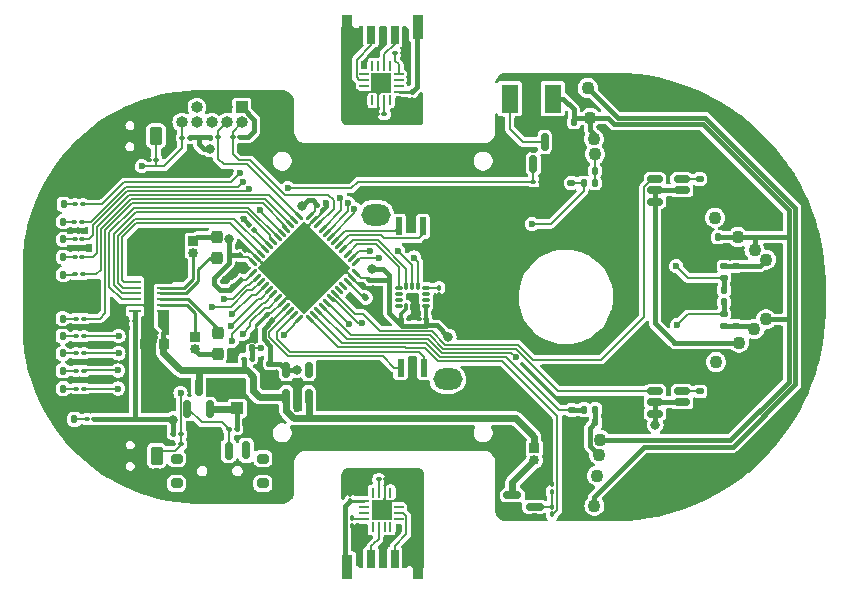
<source format=gbr>
%TF.GenerationSoftware,KiCad,Pcbnew,8.0.4-8.0.4-0~ubuntu22.04.1*%
%TF.CreationDate,2025-02-28T00:25:37+09:00*%
%TF.ProjectId,main,6d61696e-2e6b-4696-9361-645f70636258,rev?*%
%TF.SameCoordinates,Original*%
%TF.FileFunction,Copper,L1,Top*%
%TF.FilePolarity,Positive*%
%FSLAX46Y46*%
G04 Gerber Fmt 4.6, Leading zero omitted, Abs format (unit mm)*
G04 Created by KiCad (PCBNEW 8.0.4-8.0.4-0~ubuntu22.04.1) date 2025-02-28 00:25:37*
%MOMM*%
%LPD*%
G01*
G04 APERTURE LIST*
G04 Aperture macros list*
%AMRoundRect*
0 Rectangle with rounded corners*
0 $1 Rounding radius*
0 $2 $3 $4 $5 $6 $7 $8 $9 X,Y pos of 4 corners*
0 Add a 4 corners polygon primitive as box body*
4,1,4,$2,$3,$4,$5,$6,$7,$8,$9,$2,$3,0*
0 Add four circle primitives for the rounded corners*
1,1,$1+$1,$2,$3*
1,1,$1+$1,$4,$5*
1,1,$1+$1,$6,$7*
1,1,$1+$1,$8,$9*
0 Add four rect primitives between the rounded corners*
20,1,$1+$1,$2,$3,$4,$5,0*
20,1,$1+$1,$4,$5,$6,$7,0*
20,1,$1+$1,$6,$7,$8,$9,0*
20,1,$1+$1,$8,$9,$2,$3,0*%
%AMRotRect*
0 Rectangle, with rotation*
0 The origin of the aperture is its center*
0 $1 length*
0 $2 width*
0 $3 Rotation angle, in degrees counterclockwise*
0 Add horizontal line*
21,1,$1,$2,0,0,$3*%
G04 Aperture macros list end*
%TA.AperFunction,SMDPad,CuDef*%
%ADD10RoundRect,0.135000X0.135000X0.185000X-0.135000X0.185000X-0.135000X-0.185000X0.135000X-0.185000X0*%
%TD*%
%TA.AperFunction,SMDPad,CuDef*%
%ADD11RoundRect,0.225000X0.225000X0.250000X-0.225000X0.250000X-0.225000X-0.250000X0.225000X-0.250000X0*%
%TD*%
%TA.AperFunction,SMDPad,CuDef*%
%ADD12RoundRect,0.100000X0.162635X-0.021213X-0.021213X0.162635X-0.162635X0.021213X0.021213X-0.162635X0*%
%TD*%
%TA.AperFunction,SMDPad,CuDef*%
%ADD13RotRect,5.600000X5.600000X45.000000*%
%TD*%
%TA.AperFunction,SMDPad,CuDef*%
%ADD14RoundRect,0.062500X0.220971X-0.309359X0.309359X-0.220971X-0.220971X0.309359X-0.309359X0.220971X0*%
%TD*%
%TA.AperFunction,SMDPad,CuDef*%
%ADD15RoundRect,0.062500X-0.220971X-0.309359X0.309359X0.220971X0.220971X0.309359X-0.309359X-0.220971X0*%
%TD*%
%TA.AperFunction,SMDPad,CuDef*%
%ADD16RoundRect,0.262500X-0.262500X-0.537500X0.262500X-0.537500X0.262500X0.537500X-0.262500X0.537500X0*%
%TD*%
%TA.AperFunction,SMDPad,CuDef*%
%ADD17RoundRect,0.100000X-0.130000X-0.100000X0.130000X-0.100000X0.130000X0.100000X-0.130000X0.100000X0*%
%TD*%
%TA.AperFunction,ComponentPad*%
%ADD18C,1.100000*%
%TD*%
%TA.AperFunction,SMDPad,CuDef*%
%ADD19RoundRect,0.135000X-0.135000X-0.185000X0.135000X-0.185000X0.135000X0.185000X-0.135000X0.185000X0*%
%TD*%
%TA.AperFunction,SMDPad,CuDef*%
%ADD20RoundRect,0.147500X-0.147500X-0.172500X0.147500X-0.172500X0.147500X0.172500X-0.147500X0.172500X0*%
%TD*%
%TA.AperFunction,SMDPad,CuDef*%
%ADD21RoundRect,0.237500X-0.237500X0.287500X-0.237500X-0.287500X0.237500X-0.287500X0.237500X0.287500X0*%
%TD*%
%TA.AperFunction,SMDPad,CuDef*%
%ADD22RoundRect,0.100000X0.130000X0.100000X-0.130000X0.100000X-0.130000X-0.100000X0.130000X-0.100000X0*%
%TD*%
%TA.AperFunction,SMDPad,CuDef*%
%ADD23RoundRect,0.140000X-0.170000X0.140000X-0.170000X-0.140000X0.170000X-0.140000X0.170000X0.140000X0*%
%TD*%
%TA.AperFunction,SMDPad,CuDef*%
%ADD24RoundRect,0.135000X0.185000X-0.135000X0.185000X0.135000X-0.185000X0.135000X-0.185000X-0.135000X0*%
%TD*%
%TA.AperFunction,SMDPad,CuDef*%
%ADD25RoundRect,0.150000X-0.512500X-0.150000X0.512500X-0.150000X0.512500X0.150000X-0.512500X0.150000X0*%
%TD*%
%TA.AperFunction,SMDPad,CuDef*%
%ADD26RoundRect,0.135000X-0.185000X0.135000X-0.185000X-0.135000X0.185000X-0.135000X0.185000X0.135000X0*%
%TD*%
%TA.AperFunction,SMDPad,CuDef*%
%ADD27RoundRect,0.100000X-0.162635X0.021213X0.021213X-0.162635X0.162635X-0.021213X-0.021213X0.162635X0*%
%TD*%
%TA.AperFunction,ComponentPad*%
%ADD28C,0.600000*%
%TD*%
%TA.AperFunction,SMDPad,CuDef*%
%ADD29R,0.900000X5.000000*%
%TD*%
%TA.AperFunction,SMDPad,CuDef*%
%ADD30R,1.000000X0.280000*%
%TD*%
%TA.AperFunction,SMDPad,CuDef*%
%ADD31RoundRect,0.100000X0.100000X-0.130000X0.100000X0.130000X-0.100000X0.130000X-0.100000X-0.130000X0*%
%TD*%
%TA.AperFunction,SMDPad,CuDef*%
%ADD32RoundRect,0.140000X0.021213X-0.219203X0.219203X-0.021213X-0.021213X0.219203X-0.219203X0.021213X0*%
%TD*%
%TA.AperFunction,HeatsinkPad*%
%ADD33R,1.750000X1.750000*%
%TD*%
%TA.AperFunction,SMDPad,CuDef*%
%ADD34RoundRect,0.062500X0.325000X-0.062500X0.325000X0.062500X-0.325000X0.062500X-0.325000X-0.062500X0*%
%TD*%
%TA.AperFunction,SMDPad,CuDef*%
%ADD35RoundRect,0.062500X0.062500X-0.325000X0.062500X0.325000X-0.062500X0.325000X-0.062500X-0.325000X0*%
%TD*%
%TA.AperFunction,SMDPad,CuDef*%
%ADD36R,1.450000X2.400000*%
%TD*%
%TA.AperFunction,SMDPad,CuDef*%
%ADD37RoundRect,0.087500X-0.087500X-0.225000X0.087500X-0.225000X0.087500X0.225000X-0.087500X0.225000X0*%
%TD*%
%TA.AperFunction,SMDPad,CuDef*%
%ADD38RoundRect,0.087500X-0.225000X-0.087500X0.225000X-0.087500X0.225000X0.087500X-0.225000X0.087500X0*%
%TD*%
%TA.AperFunction,SMDPad,CuDef*%
%ADD39RoundRect,0.175000X-0.175000X-0.575000X0.175000X-0.575000X0.175000X0.575000X-0.175000X0.575000X0*%
%TD*%
%TA.AperFunction,SMDPad,CuDef*%
%ADD40RoundRect,0.200000X-0.300000X-0.200000X0.300000X-0.200000X0.300000X0.200000X-0.300000X0.200000X0*%
%TD*%
%TA.AperFunction,SMDPad,CuDef*%
%ADD41RoundRect,0.140000X-0.140000X-0.170000X0.140000X-0.170000X0.140000X0.170000X-0.140000X0.170000X0*%
%TD*%
%TA.AperFunction,SMDPad,CuDef*%
%ADD42RoundRect,0.237500X0.237500X-0.287500X0.237500X0.287500X-0.237500X0.287500X-0.237500X-0.287500X0*%
%TD*%
%TA.AperFunction,SMDPad,CuDef*%
%ADD43RoundRect,0.140000X0.140000X0.170000X-0.140000X0.170000X-0.140000X-0.170000X0.140000X-0.170000X0*%
%TD*%
%TA.AperFunction,SMDPad,CuDef*%
%ADD44R,0.900000X2.100000*%
%TD*%
%TA.AperFunction,SMDPad,CuDef*%
%ADD45R,0.700000X1.500000*%
%TD*%
%TA.AperFunction,SMDPad,CuDef*%
%ADD46RoundRect,0.062500X-0.325000X0.062500X-0.325000X-0.062500X0.325000X-0.062500X0.325000X0.062500X0*%
%TD*%
%TA.AperFunction,SMDPad,CuDef*%
%ADD47RoundRect,0.062500X-0.062500X0.325000X-0.062500X-0.325000X0.062500X-0.325000X0.062500X0.325000X0*%
%TD*%
%TA.AperFunction,ComponentPad*%
%ADD48O,1.000000X1.000000*%
%TD*%
%TA.AperFunction,ComponentPad*%
%ADD49R,1.000000X1.000000*%
%TD*%
%TA.AperFunction,SMDPad,CuDef*%
%ADD50RoundRect,0.140000X0.170000X-0.140000X0.170000X0.140000X-0.170000X0.140000X-0.170000X-0.140000X0*%
%TD*%
%TA.AperFunction,SMDPad,CuDef*%
%ADD51RoundRect,0.150000X0.150000X-0.512500X0.150000X0.512500X-0.150000X0.512500X-0.150000X-0.512500X0*%
%TD*%
%TA.AperFunction,SMDPad,CuDef*%
%ADD52RoundRect,0.150000X0.150000X-0.587500X0.150000X0.587500X-0.150000X0.587500X-0.150000X-0.587500X0*%
%TD*%
%TA.AperFunction,SMDPad,CuDef*%
%ADD53RoundRect,0.100000X0.021213X0.162635X-0.162635X-0.021213X-0.021213X-0.162635X0.162635X0.021213X0*%
%TD*%
%TA.AperFunction,ComponentPad*%
%ADD54O,0.850000X0.850000*%
%TD*%
%TA.AperFunction,ComponentPad*%
%ADD55R,0.850000X0.850000*%
%TD*%
%TA.AperFunction,SMDPad,CuDef*%
%ADD56RoundRect,0.150000X0.587500X0.150000X-0.587500X0.150000X-0.587500X-0.150000X0.587500X-0.150000X0*%
%TD*%
%TA.AperFunction,SMDPad,CuDef*%
%ADD57RoundRect,0.100000X-0.021213X-0.162635X0.162635X0.021213X0.021213X0.162635X-0.162635X-0.021213X0*%
%TD*%
%TA.AperFunction,SMDPad,CuDef*%
%ADD58RoundRect,0.100000X-0.100000X0.130000X-0.100000X-0.130000X0.100000X-0.130000X0.100000X0.130000X0*%
%TD*%
%TA.AperFunction,SMDPad,CuDef*%
%ADD59RoundRect,0.140000X0.219203X0.021213X0.021213X0.219203X-0.219203X-0.021213X-0.021213X-0.219203X0*%
%TD*%
%TA.AperFunction,SMDPad,CuDef*%
%ADD60R,0.600000X1.500000*%
%TD*%
%TA.AperFunction,ComponentPad*%
%ADD61O,2.500000X1.800000*%
%TD*%
%TA.AperFunction,ViaPad*%
%ADD62C,0.600000*%
%TD*%
%TA.AperFunction,ViaPad*%
%ADD63C,0.800000*%
%TD*%
%TA.AperFunction,Conductor*%
%ADD64C,0.200000*%
%TD*%
%TA.AperFunction,Conductor*%
%ADD65C,0.600000*%
%TD*%
%TA.AperFunction,Conductor*%
%ADD66C,0.400000*%
%TD*%
%TA.AperFunction,Conductor*%
%ADD67C,0.280000*%
%TD*%
%TA.AperFunction,Conductor*%
%ADD68C,0.300000*%
%TD*%
%TA.AperFunction,Conductor*%
%ADD69C,0.250000*%
%TD*%
G04 APERTURE END LIST*
D10*
%TO.P,R8,2*%
%TO.N,GND*%
X150065000Y-101750000D03*
%TO.P,R8,1*%
%TO.N,BAT_VOL*%
X151085000Y-101750000D03*
%TD*%
D11*
%TO.P,C15,2*%
%TO.N,GND*%
X142075000Y-101400000D03*
%TO.P,C15,1*%
%TO.N,+BATT*%
X143625000Y-101400000D03*
%TD*%
D12*
%TO.P,C4,2*%
%TO.N,GND*%
X149676871Y-95529087D03*
%TO.P,C4,1*%
%TO.N,+3.3V*%
X150129419Y-95981635D03*
%TD*%
D13*
%TO.P,U1,49,VSS*%
%TO.N,GND*%
X155525000Y-94944669D03*
D14*
%TO.P,U1,48,VDD*%
%TO.N,+3.3V*%
X151149777Y-94458533D03*
%TO.P,U1,47,VSS*%
%TO.N,GND*%
X151503330Y-94104980D03*
%TO.P,U1,46,PB9*%
%TO.N,MOTOR_IN_R2*%
X151856884Y-93751426D03*
%TO.P,U1,45,PB8*%
%TO.N,MOTOR_IN_R1*%
X152210437Y-93397873D03*
%TO.P,U1,44,BOOT0*%
%TO.N,Net-(U1-BOOT0)*%
X152563990Y-93044320D03*
%TO.P,U1,43,PB7*%
%TO.N,MOTOR_IN_L2*%
X152917544Y-92690766D03*
%TO.P,U1,42,PB6*%
%TO.N,MOTOR_IN_L1*%
X153271097Y-92337213D03*
%TO.P,U1,41,PB5*%
%TO.N,USER_SPEAKER*%
X153624651Y-91983659D03*
%TO.P,U1,40,PB4*%
%TO.N,USER_LED6*%
X153978204Y-91630106D03*
%TO.P,U1,39,PB3*%
%TO.N,USER_LED5*%
X154331757Y-91276553D03*
%TO.P,U1,38,PA15*%
%TO.N,USER_LED4*%
X154685311Y-90922999D03*
%TO.P,U1,37,PA14*%
%TO.N,SYS_JTCK_SWCLK*%
X155038864Y-90569446D03*
D15*
%TO.P,U1,36,VDD*%
%TO.N,+3.3V*%
X156011136Y-90569446D03*
%TO.P,U1,35,VSS*%
%TO.N,GND*%
X156364689Y-90922999D03*
%TO.P,U1,34,PA13*%
%TO.N,SYS_JTMS_SWDIO*%
X156718243Y-91276553D03*
%TO.P,U1,33,PA12*%
%TO.N,USER_LED3*%
X157071796Y-91630106D03*
%TO.P,U1,32,PA11*%
%TO.N,USER_LED2*%
X157425349Y-91983659D03*
%TO.P,U1,31,PA10*%
%TO.N,USER_LED1*%
X157778903Y-92337213D03*
%TO.P,U1,30,PA9*%
%TO.N,ENC_L_B*%
X158132456Y-92690766D03*
%TO.P,U1,29,PA8*%
%TO.N,ENC_L_A*%
X158486010Y-93044320D03*
%TO.P,U1,28,PB15*%
%TO.N,SPI_MOSI*%
X158839563Y-93397873D03*
%TO.P,U1,27,PB14*%
%TO.N,SPI_MISO*%
X159193116Y-93751426D03*
%TO.P,U1,26,PB13*%
%TO.N,SPI_SCLK*%
X159546670Y-94104980D03*
%TO.P,U1,25,PB12*%
%TO.N,SPI_CS_IMU*%
X159900223Y-94458533D03*
D14*
%TO.P,U1,24,VDD*%
%TO.N,+3.3V*%
X159900223Y-95430805D03*
%TO.P,U1,23,VSS*%
%TO.N,GND*%
X159546670Y-95784358D03*
%TO.P,U1,22,VCAP1*%
%TO.N,Net-(U1-VCAP1)*%
X159193116Y-96137912D03*
%TO.P,U1,21,PB10*%
%TO.N,unconnected-(U1-PB10-Pad21)*%
X158839563Y-96491465D03*
%TO.P,U1,20,PB2*%
%TO.N,unconnected-(U1-PB2-Pad20)*%
X158486010Y-96845018D03*
%TO.P,U1,19,PB1*%
%TO.N,IR_LED_F*%
X158132456Y-97198572D03*
%TO.P,U1,18,PB0*%
%TO.N,IR_RCV_SL*%
X157778903Y-97552125D03*
%TO.P,U1,17,PA7*%
%TO.N,IR_RCV_FL*%
X157425349Y-97905679D03*
%TO.P,U1,16,PA6*%
%TO.N,IR_LED_S*%
X157071796Y-98259232D03*
%TO.P,U1,15,PA5*%
%TO.N,IR_RCV_FR*%
X156718243Y-98612785D03*
%TO.P,U1,14,PA4*%
%TO.N,IR_RCV_SR*%
X156364689Y-98966339D03*
%TO.P,U1,13,PA3*%
%TO.N,FAN_MOTOR*%
X156011136Y-99319892D03*
D15*
%TO.P,U1,12,PA2*%
%TO.N,BAT_VOL*%
X155038864Y-99319892D03*
%TO.P,U1,11,PA1*%
%TO.N,ENC_R_B*%
X154685311Y-98966339D03*
%TO.P,U1,10,PA0*%
%TO.N,ENC_R_A*%
X154331757Y-98612785D03*
%TO.P,U1,9,VDDA*%
%TO.N,+3.3V*%
X153978204Y-98259232D03*
%TO.P,U1,8,VSSA*%
%TO.N,GND*%
X153624651Y-97905679D03*
%TO.P,U1,7,NRST*%
%TO.N,NRST*%
X153271097Y-97552125D03*
%TO.P,U1,6,PH1*%
%TO.N,USER_SW*%
X152917544Y-97198572D03*
%TO.P,U1,5,PH0*%
%TO.N,USER_LED10*%
X152563990Y-96845018D03*
%TO.P,U1,4,PC15*%
%TO.N,USER_LED9*%
X152210437Y-96491465D03*
%TO.P,U1,3,PC14*%
%TO.N,USER_LED8*%
X151856884Y-96137912D03*
%TO.P,U1,2,PC13*%
%TO.N,USER_LED7*%
X151503330Y-95784358D03*
%TO.P,U1,1,VBAT*%
%TO.N,+3.3V*%
X151149777Y-95430805D03*
%TD*%
D16*
%TO.P,SW1,2*%
%TO.N,NRST*%
X142975001Y-83800000D03*
%TO.P,SW1,1*%
%TO.N,GND*%
X138524999Y-83800000D03*
%TD*%
D17*
%TO.P,R23,2*%
%TO.N,GND*%
X175550000Y-87650000D03*
%TO.P,R23,1*%
%TO.N,USER_SPEAKER*%
X174910000Y-87650000D03*
%TD*%
D18*
%TO.P,D12,2,A*%
%TO.N,+3.3V*%
X179746376Y-82255334D03*
%TO.P,D12,1,K*%
%TO.N,Net-(D12-K)*%
X179525000Y-79725000D03*
%TD*%
%TO.P,D14,2,A*%
%TO.N,+3.3V*%
X192234315Y-92349509D03*
%TO.P,D14,1,K*%
%TO.N,Net-(D14-K)*%
X190288563Y-90716829D03*
%TD*%
D19*
%TO.P,R25,2*%
%TO.N,GND*%
X192077124Y-97866340D03*
%TO.P,R25,1*%
%TO.N,IR_RCV_FR*%
X191057124Y-97866340D03*
%TD*%
D20*
%TO.P,D7,2,A*%
%TO.N,Net-(D7-A)*%
X135077501Y-99250001D03*
%TO.P,D7,1,K*%
%TO.N,GND*%
X134107501Y-99250001D03*
%TD*%
D17*
%TO.P,R7,2*%
%TO.N,BAT_VOL*%
X151090000Y-102634997D03*
%TO.P,R7,1*%
%TO.N,+BATT*%
X150450000Y-102634997D03*
%TD*%
D21*
%TO.P,L1,2,2*%
%TO.N,Net-(J3-Pin_2)*%
X148225000Y-102224999D03*
%TO.P,L1,1,1*%
%TO.N,Net-(U4-AOUT2)*%
X148225000Y-100475001D03*
%TD*%
D22*
%TO.P,R19,2*%
%TO.N,Net-(D9-A)*%
X136200000Y-102200001D03*
%TO.P,R19,1*%
%TO.N,USER_LED8*%
X136840000Y-102200001D03*
%TD*%
D20*
%TO.P,D6,2,A*%
%TO.N,Net-(D6-A)*%
X135125000Y-95525000D03*
%TO.P,D6,1,K*%
%TO.N,GND*%
X134155000Y-95525000D03*
%TD*%
D23*
%TO.P,C18,2*%
%TO.N,GND*%
X152655000Y-104017500D03*
%TO.P,C18,1*%
%TO.N,+3.3V*%
X152655000Y-103057500D03*
%TD*%
D24*
%TO.P,R35,2*%
%TO.N,Net-(U7-R_EXT)*%
X189040000Y-105415001D03*
%TO.P,R35,1*%
%TO.N,GND*%
X189040000Y-106434999D03*
%TD*%
D25*
%TO.P,U7,6,R_EXT*%
%TO.N,Net-(U7-R_EXT)*%
X187502500Y-105400000D03*
%TO.P,U7,5,OUT*%
%TO.N,Net-(D13-K)*%
X187502500Y-106350000D03*
%TO.P,U7,4,GND*%
%TO.N,GND*%
X187502500Y-107300000D03*
%TO.P,U7,3,OUT*%
%TO.N,Net-(D13-K)*%
X185227500Y-107300000D03*
%TO.P,U7,2,OUT*%
X185227500Y-106350000D03*
%TO.P,U7,1,EN*%
%TO.N,IR_LED_S*%
X185227500Y-105400000D03*
%TD*%
D17*
%TO.P,R10,2*%
%TO.N,Net-(U6-MGL)*%
X162305000Y-81937501D03*
%TO.P,R10,1*%
%TO.N,/encoder_L/s_GND*%
X161665000Y-81937501D03*
%TD*%
D22*
%TO.P,R17,2*%
%TO.N,Net-(D7-A)*%
X136207501Y-99250002D03*
%TO.P,R17,1*%
%TO.N,USER_LED6*%
X136847501Y-99250002D03*
%TD*%
D17*
%TO.P,R31,2*%
%TO.N,SYS_JTCK_SWCLK*%
X148215000Y-83920000D03*
%TO.P,R31,1*%
%TO.N,+3.3V*%
X147575000Y-83920000D03*
%TD*%
D26*
%TO.P,R4,2*%
%TO.N,GND*%
X192100000Y-95844999D03*
%TO.P,R4,1*%
%TO.N,Net-(Q1-E)*%
X192100000Y-94825001D03*
%TD*%
D17*
%TO.P,R22,2*%
%TO.N,USER_SW*%
X145070000Y-109020709D03*
%TO.P,R22,1*%
%TO.N,+3.3V*%
X144430000Y-109020709D03*
%TD*%
D18*
%TO.P,D15,2,A*%
%TO.N,Net-(D14-K)*%
X190379248Y-102932680D03*
%TO.P,D15,1,K*%
%TO.N,Net-(D15-K)*%
X192325000Y-101300000D03*
%TD*%
D20*
%TO.P,D9,2,A*%
%TO.N,Net-(D9-A)*%
X135085000Y-102200000D03*
%TO.P,D9,1,K*%
%TO.N,GND*%
X134115000Y-102200000D03*
%TD*%
D22*
%TO.P,R18,2*%
%TO.N,Net-(D8-A)*%
X136202498Y-100750000D03*
%TO.P,R18,1*%
%TO.N,USER_LED7*%
X136842498Y-100750000D03*
%TD*%
D18*
%TO.P,Q1,2,E*%
%TO.N,Net-(Q1-E)*%
X194622879Y-94266339D03*
%TO.P,Q1,1,C*%
%TO.N,+3.3V*%
X193649999Y-93449999D03*
%TD*%
D20*
%TO.P,D10,2,A*%
%TO.N,Net-(D10-A)*%
X135095000Y-103675000D03*
%TO.P,D10,1,K*%
%TO.N,GND*%
X134125000Y-103675000D03*
%TD*%
D19*
%TO.P,R5,2*%
%TO.N,GND*%
X192085000Y-96835000D03*
%TO.P,R5,1*%
%TO.N,IR_RCV_FL*%
X191065000Y-96835000D03*
%TD*%
D22*
%TO.P,C14,2*%
%TO.N,GND*%
X142970001Y-100475000D03*
%TO.P,C14,1*%
%TO.N,+BATT*%
X143610001Y-100475000D03*
%TD*%
D27*
%TO.P,C6,2*%
%TO.N,GND*%
X157098311Y-90052197D03*
%TO.P,C6,1*%
%TO.N,+3.3V*%
X156645763Y-89599649D03*
%TD*%
D25*
%TO.P,U8,6,R_EXT*%
%TO.N,Net-(U8-R_EXT)*%
X187487500Y-87450000D03*
%TO.P,U8,5,OUT*%
%TO.N,Net-(D15-K)*%
X187487500Y-88400000D03*
%TO.P,U8,4,GND*%
%TO.N,GND*%
X187487500Y-89350000D03*
%TO.P,U8,3,OUT*%
%TO.N,Net-(D15-K)*%
X185212500Y-89350000D03*
%TO.P,U8,2,OUT*%
X185212500Y-88400000D03*
%TO.P,U8,1,EN*%
%TO.N,IR_LED_F*%
X185212500Y-87450000D03*
%TD*%
D20*
%TO.P,D11,2,A*%
%TO.N,Net-(D11-A)*%
X135105000Y-105175000D03*
%TO.P,D11,1,K*%
%TO.N,GND*%
X134135000Y-105175000D03*
%TD*%
D22*
%TO.P,R9,2*%
%TO.N,Net-(D1-A)*%
X137125000Y-107775000D03*
%TO.P,R9,1*%
%TO.N,+3.3V*%
X137765000Y-107775000D03*
%TD*%
%TO.P,R15,2*%
%TO.N,Net-(D5-A)*%
X136096000Y-94050000D03*
%TO.P,R15,1*%
%TO.N,USER_LED4*%
X136736000Y-94050000D03*
%TD*%
%TO.P,R16,2*%
%TO.N,Net-(D6-A)*%
X136131000Y-95516001D03*
%TO.P,R16,1*%
%TO.N,USER_LED5*%
X136771000Y-95516001D03*
%TD*%
D18*
%TO.P,D13,2,A*%
%TO.N,Net-(D12-K)*%
X180089312Y-115090167D03*
%TO.P,D13,1,K*%
%TO.N,Net-(D13-K)*%
X180310688Y-112559833D03*
%TD*%
D24*
%TO.P,R36,2*%
%TO.N,Net-(U8-R_EXT)*%
X189000000Y-87440001D03*
%TO.P,R36,1*%
%TO.N,GND*%
X189000000Y-88459999D03*
%TD*%
D28*
%TO.P,U4,13,GND_TP*%
%TO.N,GND*%
X142400000Y-96375000D03*
D29*
X142400000Y-97375000D03*
D28*
X142400000Y-97375000D03*
X142400000Y-98375000D03*
D30*
%TO.P,U4,12,VCC*%
%TO.N,+3.3V*%
X141200000Y-98625000D03*
%TO.P,U4,11,MODE*%
%TO.N,GND*%
X141199999Y-98125000D03*
%TO.P,U4,10,AIN1*%
%TO.N,MOTOR_IN_L1*%
X141200000Y-97625000D03*
%TO.P,U4,9,AIN2*%
%TO.N,MOTOR_IN_L2*%
X141200000Y-97125001D03*
%TO.P,U4,8,BIN1*%
%TO.N,MOTOR_IN_R1*%
X141200000Y-96625000D03*
%TO.P,U4,7,BIN2*%
%TO.N,MOTOR_IN_R2*%
X141200000Y-96125000D03*
%TO.P,U4,6,GND*%
%TO.N,GND*%
X143600000Y-96125000D03*
%TO.P,U4,5,BOUT2*%
%TO.N,Net-(J4-Pin_2)*%
X143600000Y-96625000D03*
%TO.P,U4,4,BOUT1*%
%TO.N,Net-(U4-BOUT1)*%
X143600000Y-97125000D03*
%TO.P,U4,3,AOUT2*%
%TO.N,Net-(U4-AOUT2)*%
X143600000Y-97625000D03*
%TO.P,U4,2,AOUT1*%
%TO.N,Net-(J3-Pin_1)*%
X143600000Y-98125000D03*
%TO.P,U4,1,VM*%
%TO.N,+BATT*%
X143600000Y-98625000D03*
%TD*%
D22*
%TO.P,R12,2*%
%TO.N,Net-(D2-A)*%
X136120000Y-89575000D03*
%TO.P,R12,1*%
%TO.N,USER_LED1*%
X136760000Y-89575000D03*
%TD*%
D31*
%TO.P,R33,2*%
%TO.N,Net-(Q7-Pad1)*%
X176512502Y-115179998D03*
%TO.P,R33,1*%
%TO.N,FAN_MOTOR*%
X176512502Y-115819998D03*
%TD*%
D32*
%TO.P,C2,2*%
%TO.N,GND*%
X161388681Y-96788449D03*
%TO.P,C2,1*%
%TO.N,Net-(U1-VCAP1)*%
X160709859Y-97467271D03*
%TD*%
D33*
%TO.P,U2,17,PAD*%
%TO.N,/encoder_R/s_GND*%
X162075000Y-115450000D03*
D34*
%TO.P,U2,16,MGH*%
%TO.N,Net-(U2-MGH)*%
X160612500Y-116200000D03*
%TO.P,U2,15,SSCK*%
%TO.N,unconnected-(U2-SSCK-Pad15)*%
X160612500Y-115700000D03*
%TO.P,U2,14,NC*%
%TO.N,unconnected-(U2-NC-Pad14)*%
X160612500Y-115200000D03*
%TO.P,U2,13,VDD*%
%TO.N,/encoder_R/s_VDD*%
X160612500Y-114700000D03*
D35*
%TO.P,U2,12,SCLK*%
%TO.N,unconnected-(U2-SCLK-Pad12)*%
X161325000Y-113987500D03*
%TO.P,U2,11,MGL*%
%TO.N,Net-(U2-MGL)*%
X161825000Y-113987500D03*
%TO.P,U2,10,TEST*%
%TO.N,/encoder_R/s_GND*%
X162325000Y-113987500D03*
%TO.P,U2,9,PWM*%
%TO.N,unconnected-(U2-PWM-Pad9)*%
X162825000Y-113987500D03*
D34*
%TO.P,U2,8,GND*%
%TO.N,/encoder_R/s_GND*%
X163537500Y-114700000D03*
%TO.P,U2,7,MISO*%
%TO.N,unconnected-(U2-MISO-Pad7)*%
X163537500Y-115200000D03*
%TO.P,U2,6,B*%
%TO.N,/encoder_R/ENC_B_*%
X163537500Y-115700000D03*
%TO.P,U2,5,~{CS}*%
%TO.N,unconnected-(U2-~{CS}-Pad5)*%
X163537500Y-116200000D03*
D35*
%TO.P,U2,4,MOSI*%
%TO.N,unconnected-(U2-MOSI-Pad4)*%
X162825000Y-116912500D03*
%TO.P,U2,3,Z*%
%TO.N,unconnected-(U2-Z-Pad3)*%
X162325000Y-116912500D03*
%TO.P,U2,2,A*%
%TO.N,/encoder_R/ENC_A_*%
X161825000Y-116912500D03*
%TO.P,U2,1,SSD*%
%TO.N,unconnected-(U2-SSD-Pad1)*%
X161325000Y-116912500D03*
%TD*%
D31*
%TO.P,R34,2*%
%TO.N,GND*%
X176512502Y-113259998D03*
%TO.P,R34,1*%
%TO.N,Net-(Q7-Pad1)*%
X176512502Y-113899998D03*
%TD*%
D22*
%TO.P,R14,2*%
%TO.N,Net-(D4-A)*%
X136096000Y-92550000D03*
%TO.P,R14,1*%
%TO.N,USER_LED3*%
X136736000Y-92550000D03*
%TD*%
D23*
%TO.P,C21,2*%
%TO.N,Net-(Q4-E)*%
X191027124Y-99846340D03*
%TO.P,C21,1*%
%TO.N,IR_RCV_FR*%
X191027124Y-98886340D03*
%TD*%
D36*
%TO.P,SP1,2*%
%TO.N,Net-(Q3-D)*%
X172914499Y-80625000D03*
%TO.P,SP1,1*%
%TO.N,+3.3V*%
X176564499Y-80625000D03*
%TD*%
D12*
%TO.P,C8,2*%
%TO.N,GND*%
X152348726Y-98943393D03*
%TO.P,C8,1*%
%TO.N,+3.3V*%
X152801274Y-99395941D03*
%TD*%
D37*
%TO.P,U3,14,SDA/SDI*%
%TO.N,SPI_MOSI*%
X164175001Y-96487500D03*
%TO.P,U3,13,SCL/SCLK*%
%TO.N,SPI_SCLK*%
X164675000Y-96487500D03*
%TO.P,U3,12,nCS*%
%TO.N,SPI_CS_IMU*%
X165174999Y-96487500D03*
D38*
%TO.P,U3,11,REGOUT*%
%TO.N,Net-(U3-REGOUT)*%
X165837501Y-96650000D03*
%TO.P,U3,10,FSYNC*%
%TO.N,unconnected-(U3-FSYNC-Pad10)*%
X165837500Y-97150000D03*
%TO.P,U3,9,INT2*%
%TO.N,unconnected-(U3-INT2-Pad9)*%
X165837500Y-97650000D03*
%TO.P,U3,8,VDD*%
%TO.N,+3.3V*%
X165837501Y-98150000D03*
D37*
%TO.P,U3,7,RESV*%
%TO.N,GND*%
X165174999Y-98312500D03*
%TO.P,U3,6,GND*%
X164675000Y-98312500D03*
%TO.P,U3,5,VDDIO*%
%TO.N,+3.3V*%
X164175001Y-98312500D03*
D38*
%TO.P,U3,4,INT1*%
%TO.N,unconnected-(U3-INT1-Pad4)*%
X163512499Y-98150000D03*
%TO.P,U3,3,NC*%
%TO.N,unconnected-(U3-NC-Pad3)*%
X163512500Y-97650000D03*
%TO.P,U3,2,NC*%
%TO.N,unconnected-(U3-NC-Pad2)*%
X163512500Y-97150000D03*
%TO.P,U3,1,SDO/ADO*%
%TO.N,SPI_MISO*%
X163512499Y-96650000D03*
%TD*%
D31*
%TO.P,R3,2*%
%TO.N,Net-(U2-MGH)*%
X159525000Y-116180000D03*
%TO.P,R3,1*%
%TO.N,/encoder_R/s_GND*%
X159525000Y-116820000D03*
%TD*%
D22*
%TO.P,R20,2*%
%TO.N,Net-(D10-A)*%
X136200000Y-103675000D03*
%TO.P,R20,1*%
%TO.N,USER_LED9*%
X136840000Y-103675000D03*
%TD*%
D39*
%TO.P,SW2,3,C*%
%TO.N,unconnected-(SW2A-C-Pad3)*%
X150625000Y-110402200D03*
%TO.P,SW2,2,B*%
%TO.N,Net-(Q2-G)*%
X149125000Y-110425000D03*
%TO.P,SW2,1,A*%
%TO.N,GND*%
X146125000Y-110374200D03*
D40*
%TO.P,SW2,*%
%TO.N,*%
X152025000Y-113202200D03*
X152025000Y-111102200D03*
X144725000Y-113202200D03*
X144725000Y-111102200D03*
%TD*%
D22*
%TO.P,R32,2*%
%TO.N,SYS_JTMS_SWDIO*%
X149450000Y-83910000D03*
%TO.P,R32,1*%
%TO.N,+3.3V*%
X150090000Y-83910000D03*
%TD*%
D41*
%TO.P,C22,2*%
%TO.N,Net-(Q5-E)*%
X180140000Y-87775002D03*
%TO.P,C22,1*%
%TO.N,IR_RCV_SL*%
X179180000Y-87775002D03*
%TD*%
D22*
%TO.P,R6,2*%
%TO.N,Net-(Q2-G)*%
X149152499Y-108597501D03*
%TO.P,R6,1*%
%TO.N,Net-(J5-Pin_1)*%
X149792499Y-108597501D03*
%TD*%
D42*
%TO.P,L2,2,2*%
%TO.N,Net-(J4-Pin_1)*%
X148100000Y-92375001D03*
%TO.P,L2,1,1*%
%TO.N,Net-(U4-BOUT1)*%
X148100000Y-94124999D03*
%TD*%
D43*
%TO.P,C25,2*%
%TO.N,GND*%
X189600000Y-92349999D03*
%TO.P,C25,1*%
%TO.N,+3.3V*%
X190560000Y-92349999D03*
%TD*%
D20*
%TO.P,D2,2,A*%
%TO.N,Net-(D2-A)*%
X135160000Y-89575000D03*
%TO.P,D2,1,K*%
%TO.N,GND*%
X134190000Y-89575000D03*
%TD*%
D44*
%TO.P,J2,4,Pin_4*%
%TO.N,/encoder_R/s_VDD*%
X159175000Y-120325000D03*
D45*
%TO.P,J2,3,Pin_3*%
%TO.N,/encoder_R/ENC_B_*%
X163175000Y-119625000D03*
%TO.P,J2,2,Pin_2*%
%TO.N,/encoder_R/ENC_A_*%
X161175000Y-119625000D03*
D44*
%TO.P,J2,1,Pin_1*%
%TO.N,/encoder_R/s_GND*%
X165175000Y-120325000D03*
%TD*%
D33*
%TO.P,U6,17,PAD*%
%TO.N,/encoder_L/s_GND*%
X162050000Y-79312500D03*
D46*
%TO.P,U6,16,MGH*%
%TO.N,Net-(U6-MGH)*%
X163512500Y-78562500D03*
%TO.P,U6,15,SSCK*%
%TO.N,unconnected-(U6-SSCK-Pad15)*%
X163512500Y-79062500D03*
%TO.P,U6,14,NC*%
%TO.N,unconnected-(U6-NC-Pad14)*%
X163512500Y-79562500D03*
%TO.P,U6,13,VDD*%
%TO.N,/encoder_L/s_VDD*%
X163512500Y-80062500D03*
D47*
%TO.P,U6,12,SCLK*%
%TO.N,unconnected-(U6-SCLK-Pad12)*%
X162800000Y-80775000D03*
%TO.P,U6,11,MGL*%
%TO.N,Net-(U6-MGL)*%
X162300000Y-80775000D03*
%TO.P,U6,10,TEST*%
%TO.N,/encoder_L/s_GND*%
X161800000Y-80775000D03*
%TO.P,U6,9,PWM*%
%TO.N,unconnected-(U6-PWM-Pad9)*%
X161300000Y-80775000D03*
D46*
%TO.P,U6,8,GND*%
%TO.N,/encoder_L/s_GND*%
X160587500Y-80062500D03*
%TO.P,U6,7,MISO*%
%TO.N,unconnected-(U6-MISO-Pad7)*%
X160587500Y-79562500D03*
%TO.P,U6,6,B*%
%TO.N,/encoder_L/ENC_B_*%
X160587500Y-79062500D03*
%TO.P,U6,5,~{CS}*%
%TO.N,unconnected-(U6-~{CS}-Pad5)*%
X160587500Y-78562500D03*
D47*
%TO.P,U6,4,MOSI*%
%TO.N,unconnected-(U6-MOSI-Pad4)*%
X161300000Y-77850000D03*
%TO.P,U6,3,Z*%
%TO.N,unconnected-(U6-Z-Pad3)*%
X161800000Y-77850000D03*
%TO.P,U6,2,A*%
%TO.N,/encoder_L/ENC_A_*%
X162300000Y-77850000D03*
%TO.P,U6,1,SSD*%
%TO.N,unconnected-(U6-SSD-Pad1)*%
X162800000Y-77850000D03*
%TD*%
D20*
%TO.P,D4,2,A*%
%TO.N,Net-(D4-A)*%
X135123000Y-92550000D03*
%TO.P,D4,1,K*%
%TO.N,GND*%
X134153000Y-92550000D03*
%TD*%
D41*
%TO.P,C23,2*%
%TO.N,Net-(Q6-E)*%
X180169999Y-106954999D03*
%TO.P,C23,1*%
%TO.N,IR_RCV_SR*%
X179209999Y-106954999D03*
%TD*%
D48*
%TO.P,J8,10,~{RESET}*%
%TO.N,NRST*%
X145160000Y-82625000D03*
%TO.P,J8,9,GNDDetect*%
%TO.N,GND*%
X145160001Y-81355000D03*
%TO.P,J8,8,NC/TDI*%
%TO.N,unconnected-(J8-NC{slash}TDI-Pad8)*%
X146430000Y-82625000D03*
%TO.P,J8,7,KEY*%
%TO.N,unconnected-(J8-KEY-Pad7)*%
X146430000Y-81355000D03*
%TO.P,J8,6,SWO/TDO*%
%TO.N,unconnected-(J8-SWO{slash}TDO-Pad6)*%
X147700000Y-82625000D03*
%TO.P,J8,5,GND*%
%TO.N,GND*%
X147700000Y-81355000D03*
%TO.P,J8,4,SWDCLK/TCK*%
%TO.N,SYS_JTCK_SWCLK*%
X148970000Y-82625000D03*
%TO.P,J8,3,GND*%
%TO.N,GND*%
X148969999Y-81355000D03*
%TO.P,J8,2,SWDIO/TMS*%
%TO.N,SYS_JTMS_SWDIO*%
X150240000Y-82625001D03*
D49*
%TO.P,J8,1,VTref*%
%TO.N,+3.3V*%
X150240000Y-81355000D03*
%TD*%
D18*
%TO.P,Q4,2,E*%
%TO.N,Net-(Q4-E)*%
X193627124Y-100141340D03*
%TO.P,Q4,1,C*%
%TO.N,+3.3V*%
X194600000Y-99325000D03*
%TD*%
D22*
%TO.P,R21,2*%
%TO.N,Net-(D11-A)*%
X136210000Y-105175000D03*
%TO.P,R21,1*%
%TO.N,USER_LED10*%
X136850000Y-105175000D03*
%TD*%
D50*
%TO.P,C17,2*%
%TO.N,GND*%
X152675000Y-104957500D03*
%TO.P,C17,1*%
%TO.N,+BATT*%
X152675000Y-105917500D03*
%TD*%
D51*
%TO.P,U5,5,OUT*%
%TO.N,+3.3V*%
X154000001Y-103600000D03*
%TO.P,U5,4,NC*%
%TO.N,unconnected-(U5-NC-Pad4)*%
X155899999Y-103600000D03*
%TO.P,U5,3,EN*%
%TO.N,+BATT*%
X155899999Y-105875000D03*
%TO.P,U5,2,GND*%
%TO.N,GND*%
X154950000Y-105875000D03*
%TO.P,U5,1,IN*%
%TO.N,+BATT*%
X154000001Y-105875000D03*
%TD*%
D20*
%TO.P,D8,2,A*%
%TO.N,Net-(D8-A)*%
X135087499Y-100750000D03*
%TO.P,D8,1,K*%
%TO.N,GND*%
X134117499Y-100750000D03*
%TD*%
D22*
%TO.P,C1,2*%
%TO.N,GND*%
X142340002Y-85800000D03*
%TO.P,C1,1*%
%TO.N,NRST*%
X142980002Y-85800000D03*
%TD*%
%TO.P,R2,2*%
%TO.N,Net-(U2-MGL)*%
X161820000Y-112867502D03*
%TO.P,R2,1*%
%TO.N,/encoder_R/s_GND*%
X162460000Y-112867502D03*
%TD*%
D52*
%TO.P,Q3,3,D*%
%TO.N,Net-(Q3-D)*%
X175880000Y-84287499D03*
%TO.P,Q3,2,S*%
%TO.N,GND*%
X176830000Y-86162500D03*
%TO.P,Q3,1,G*%
%TO.N,USER_SPEAKER*%
X174930000Y-86162500D03*
%TD*%
D10*
%TO.P,R28,2*%
%TO.N,GND*%
X179155001Y-108030000D03*
%TO.P,R28,1*%
%TO.N,Net-(Q6-E)*%
X180174999Y-108030000D03*
%TD*%
D18*
%TO.P,Q5,2,E*%
%TO.N,Net-(Q5-E)*%
X180146376Y-85330335D03*
%TO.P,Q5,1,C*%
%TO.N,+3.3V*%
X180035688Y-84065167D03*
%TD*%
D48*
%TO.P,J5,2,Pin_2*%
%TO.N,GND*%
X149850000Y-105579999D03*
D49*
%TO.P,J5,1,Pin_1*%
%TO.N,Net-(J5-Pin_1)*%
X149850000Y-106850000D03*
%TD*%
D24*
%TO.P,R27,2*%
%TO.N,GND*%
X178140000Y-86740003D03*
%TO.P,R27,1*%
%TO.N,IR_RCV_SL*%
X178140000Y-87760001D03*
%TD*%
D53*
%TO.P,C5,2*%
%TO.N,GND*%
X160526012Y-96413684D03*
%TO.P,C5,1*%
%TO.N,+3.3V*%
X160978560Y-95961136D03*
%TD*%
D54*
%TO.P,J9,2,Pin_2*%
%TO.N,Net-(J9-Pin_2)*%
X175000000Y-111250000D03*
D55*
%TO.P,J9,1,Pin_1*%
%TO.N,+BATT*%
X175000000Y-110250000D03*
%TD*%
D56*
%TO.P,Q7,3*%
%TO.N,Net-(J9-Pin_2)*%
X173150001Y-114224999D03*
%TO.P,Q7,2*%
%TO.N,GND*%
X175025002Y-113274999D03*
%TO.P,Q7,1*%
%TO.N,Net-(Q7-Pad1)*%
X175025002Y-115174999D03*
%TD*%
D20*
%TO.P,D1,2,A*%
%TO.N,Net-(D1-A)*%
X136060000Y-107775000D03*
%TO.P,D1,1,K*%
%TO.N,GND*%
X135090000Y-107775000D03*
%TD*%
D57*
%TO.P,C7,2*%
%TO.N,GND*%
X150545199Y-93454440D03*
%TO.P,C7,1*%
%TO.N,+3.3V*%
X150092651Y-93906988D03*
%TD*%
D27*
%TO.P,R1,2*%
%TO.N,Net-(U1-BOOT0)*%
X151301275Y-91770942D03*
%TO.P,R1,1*%
%TO.N,GND*%
X150848727Y-91318394D03*
%TD*%
D58*
%TO.P,C19,2*%
%TO.N,/encoder_L/s_GND*%
X164637499Y-80707501D03*
%TO.P,C19,1*%
%TO.N,/encoder_L/s_VDD*%
X164637499Y-80067501D03*
%TD*%
D22*
%TO.P,R13,2*%
%TO.N,Net-(D3-A)*%
X136072000Y-91050000D03*
%TO.P,R13,1*%
%TO.N,USER_LED2*%
X136712000Y-91050000D03*
%TD*%
D18*
%TO.P,Q6,2,E*%
%TO.N,Net-(Q6-E)*%
X180489311Y-110790168D03*
%TO.P,Q6,1,C*%
%TO.N,+3.3V*%
X180600001Y-109525000D03*
%TD*%
D22*
%TO.P,R30,2*%
%TO.N,NRST*%
X145185000Y-83940000D03*
%TO.P,R30,1*%
%TO.N,+3.3V*%
X145825000Y-83940000D03*
%TD*%
D54*
%TO.P,J4,2,Pin_2*%
%TO.N,Net-(J4-Pin_2)*%
X146125000Y-93700000D03*
D55*
%TO.P,J4,1,Pin_1*%
%TO.N,Net-(J4-Pin_1)*%
X146125000Y-92700000D03*
%TD*%
D20*
%TO.P,D3,2,A*%
%TO.N,Net-(D3-A)*%
X135135000Y-91050000D03*
%TO.P,D3,1,K*%
%TO.N,GND*%
X134165000Y-91050000D03*
%TD*%
D54*
%TO.P,J3,2,Pin_2*%
%TO.N,Net-(J3-Pin_2)*%
X146250000Y-101825000D03*
D55*
%TO.P,J3,1,Pin_1*%
%TO.N,Net-(J3-Pin_1)*%
X146250000Y-100825000D03*
%TD*%
D22*
%TO.P,C13,2*%
%TO.N,GND*%
X140555000Y-99425000D03*
%TO.P,C13,1*%
%TO.N,+3.3V*%
X141195000Y-99425000D03*
%TD*%
D20*
%TO.P,D5,2,A*%
%TO.N,Net-(D5-A)*%
X135123000Y-94050000D03*
%TO.P,D5,1,K*%
%TO.N,GND*%
X134153000Y-94050000D03*
%TD*%
D31*
%TO.P,C9,2*%
%TO.N,/encoder_R/s_GND*%
X159424998Y-114072498D03*
%TO.P,C9,1*%
%TO.N,/encoder_R/s_VDD*%
X159424998Y-114712498D03*
%TD*%
D22*
%TO.P,R11,2*%
%TO.N,Net-(U6-MGH)*%
X163230000Y-76762500D03*
%TO.P,R11,1*%
%TO.N,/encoder_L/s_GND*%
X163870000Y-76762500D03*
%TD*%
D10*
%TO.P,R26,2*%
%TO.N,GND*%
X179125001Y-86720000D03*
%TO.P,R26,1*%
%TO.N,Net-(Q5-E)*%
X180144999Y-86720000D03*
%TD*%
D24*
%TO.P,R24,2*%
%TO.N,GND*%
X192077124Y-98856341D03*
%TO.P,R24,1*%
%TO.N,Net-(Q4-E)*%
X192077124Y-99876339D03*
%TD*%
D50*
%TO.P,C16,2*%
%TO.N,Net-(Q1-E)*%
X191050000Y-94839999D03*
%TO.P,C16,1*%
%TO.N,IR_RCV_FL*%
X191050000Y-95799999D03*
%TD*%
D59*
%TO.P,C3,2*%
%TO.N,GND*%
X148816323Y-95925780D03*
%TO.P,C3,1*%
%TO.N,+3.3V*%
X149495145Y-96604602D03*
%TD*%
D58*
%TO.P,C12,2*%
%TO.N,GND*%
X166929999Y-97276001D03*
%TO.P,C12,1*%
%TO.N,Net-(U3-REGOUT)*%
X166929999Y-96636001D03*
%TD*%
D16*
%TO.P,SW3,2*%
%TO.N,USER_SW*%
X143025001Y-110850000D03*
%TO.P,SW3,1*%
%TO.N,GND*%
X138574999Y-110850000D03*
%TD*%
D43*
%TO.P,C24,2*%
%TO.N,GND*%
X177395000Y-82625000D03*
%TO.P,C24,1*%
%TO.N,+3.3V*%
X178355000Y-82625000D03*
%TD*%
D60*
%TO.P,J1,4,Pin_4*%
%TO.N,GND*%
X165674600Y-105400001D03*
X163674600Y-105400000D03*
D61*
X161674600Y-104400000D03*
D60*
%TO.P,J1,3,Pin_3*%
%TO.N,ENC_R_A*%
X163674600Y-103400001D03*
%TO.P,J1,2,Pin_2*%
%TO.N,ENC_R_B*%
X165674600Y-103400000D03*
D61*
%TO.P,J1,1,Pin_1*%
%TO.N,+3.3V*%
X167674600Y-104400000D03*
%TD*%
D22*
%TO.P,C20,2*%
%TO.N,GND*%
X144430712Y-109875000D03*
%TO.P,C20,1*%
%TO.N,USER_SW*%
X145070712Y-109875000D03*
%TD*%
D44*
%TO.P,J7,4,Pin_4*%
%TO.N,/encoder_L/s_VDD*%
X165175000Y-74525000D03*
D45*
%TO.P,J7,3,Pin_3*%
%TO.N,/encoder_L/ENC_B_*%
X161175000Y-75225000D03*
%TO.P,J7,2,Pin_2*%
%TO.N,/encoder_L/ENC_A_*%
X163175000Y-75225000D03*
D44*
%TO.P,J7,1,Pin_1*%
%TO.N,/encoder_L/s_GND*%
X159175000Y-74525000D03*
%TD*%
D22*
%TO.P,C11,2*%
%TO.N,GND*%
X165204999Y-99306001D03*
%TO.P,C11,1*%
%TO.N,+3.3V*%
X165844999Y-99306001D03*
%TD*%
D52*
%TO.P,Q2,3,D*%
%TO.N,+BATT*%
X146575000Y-105024999D03*
%TO.P,Q2,2,S*%
%TO.N,Net-(J5-Pin_1)*%
X147525000Y-106900000D03*
%TO.P,Q2,1,G*%
%TO.N,Net-(Q2-G)*%
X145625000Y-106900000D03*
%TD*%
D17*
%TO.P,C10,2*%
%TO.N,GND*%
X164365000Y-99300000D03*
%TO.P,C10,1*%
%TO.N,+3.3V*%
X163725000Y-99300000D03*
%TD*%
D60*
%TO.P,J6,4,Pin_4*%
%TO.N,GND*%
X163575400Y-89449999D03*
X165575400Y-89450000D03*
D61*
X167575400Y-90450000D03*
D60*
%TO.P,J6,3,Pin_3*%
%TO.N,ENC_L_A*%
X165575400Y-91449999D03*
%TO.P,J6,2,Pin_2*%
%TO.N,ENC_L_B*%
X163575400Y-91450000D03*
D61*
%TO.P,J6,1,Pin_1*%
%TO.N,+3.3V*%
X161575400Y-90450000D03*
%TD*%
D26*
%TO.P,R29,2*%
%TO.N,GND*%
X178164999Y-108024998D03*
%TO.P,R29,1*%
%TO.N,IR_RCV_SR*%
X178164999Y-107005000D03*
%TD*%
D62*
%TO.N,NRST*%
X141775000Y-86350000D03*
X150307124Y-100563733D03*
%TO.N,GND*%
X151399999Y-106900002D03*
X138850000Y-99925000D03*
X159380000Y-85770000D03*
X150250000Y-104650000D03*
X183870000Y-106090000D03*
X196600000Y-107125000D03*
X154225000Y-83950000D03*
X186365000Y-104775000D03*
X143050000Y-112200000D03*
X152350000Y-94975000D03*
X186250000Y-99175000D03*
X142700000Y-81000000D03*
X145875000Y-84750000D03*
X162200000Y-109975000D03*
X158175000Y-103250000D03*
X171840000Y-103690000D03*
X147325000Y-85900000D03*
X142100000Y-106800000D03*
X173700000Y-86740000D03*
X195450000Y-104275000D03*
X174880000Y-83490000D03*
X180425000Y-78950000D03*
X173900000Y-110725000D03*
X183890000Y-104510000D03*
X162550000Y-88825000D03*
X183400000Y-98725000D03*
X195522125Y-100196340D03*
X186490000Y-107300000D03*
X189040000Y-107300000D03*
X166525000Y-91650000D03*
X194775000Y-93147500D03*
X155875000Y-87125000D03*
X172900000Y-91975000D03*
X132175000Y-93525000D03*
X161825000Y-97275000D03*
X172125000Y-82550000D03*
X173730000Y-82550000D03*
X164310000Y-93280000D03*
X144625000Y-112175000D03*
X190275000Y-81425000D03*
X167925000Y-86850000D03*
X185125000Y-79300000D03*
X173750000Y-105625000D03*
X177800000Y-88640000D03*
X148200000Y-86975000D03*
X138825000Y-102925000D03*
X152175000Y-83950000D03*
X179510688Y-81015167D03*
X175025000Y-116000000D03*
X186225000Y-92750000D03*
X188800000Y-102650000D03*
X178170000Y-108690000D03*
X151675000Y-103325000D03*
X164590000Y-89475000D03*
X137600000Y-110850000D03*
X188875000Y-98150000D03*
X135725000Y-100000000D03*
X135750000Y-101475000D03*
X168725000Y-98925000D03*
X138825000Y-101475000D03*
X198250000Y-103225000D03*
X178144833Y-86035691D03*
X177750000Y-91110000D03*
X155525000Y-94944669D03*
X169625000Y-95250000D03*
X177460000Y-104590000D03*
X192922125Y-98871340D03*
X137575000Y-83800000D03*
X155200000Y-108700000D03*
X141975000Y-100025000D03*
X169125000Y-105650000D03*
X161110000Y-84850000D03*
X160650000Y-88800000D03*
X140200000Y-106850000D03*
X192275000Y-87200000D03*
X156850000Y-104700000D03*
X155500000Y-91625000D03*
X175750000Y-112400000D03*
X168725000Y-100525000D03*
X193547125Y-101396340D03*
X188850000Y-92349999D03*
X169325000Y-108750000D03*
X183940000Y-108220000D03*
X183400000Y-91025000D03*
X177820000Y-112400000D03*
X173025000Y-108775000D03*
X139425000Y-98000000D03*
X144125000Y-106775000D03*
X192500000Y-93947500D03*
X167925000Y-88425000D03*
X179135000Y-86000003D03*
X153875000Y-80650000D03*
X159550000Y-97525000D03*
X132125000Y-100700000D03*
X135775000Y-102950000D03*
X191300000Y-91474999D03*
X141975000Y-102875000D03*
X184910000Y-112525000D03*
X181250000Y-103275000D03*
X188875000Y-96575000D03*
X175025000Y-113950000D03*
X140550000Y-100025000D03*
X183425000Y-92750000D03*
X172550000Y-78925000D03*
X162175000Y-108750000D03*
X134150000Y-106000000D03*
X188775000Y-83675000D03*
X175425000Y-78900000D03*
X143950000Y-109675000D03*
X151625000Y-110050000D03*
X191447125Y-102296340D03*
X172125000Y-113200000D03*
X164600000Y-91050000D03*
X195700000Y-93147500D03*
X142075000Y-101400000D03*
X135700000Y-93300000D03*
X144500000Y-95800000D03*
X142000000Y-104400000D03*
X138600000Y-112025000D03*
X186490000Y-108350000D03*
X182250000Y-80950000D03*
X144950000Y-92000000D03*
X148330000Y-80480000D03*
X138775000Y-87900000D03*
X185450000Y-111425000D03*
X181020000Y-86230000D03*
X154050000Y-114325000D03*
X186350000Y-86750000D03*
X137050000Y-88625000D03*
X139500000Y-108650000D03*
X151505000Y-80605000D03*
X177900000Y-115925000D03*
X164744999Y-105400001D03*
X156950000Y-106575000D03*
X173300000Y-100525000D03*
X186525000Y-89375000D03*
X152675000Y-106900000D03*
X142325000Y-85225000D03*
X178185688Y-79640167D03*
X192875000Y-95822500D03*
X172350000Y-96200000D03*
X137225000Y-96250000D03*
X150275000Y-94975000D03*
X188925000Y-94950000D03*
X169375000Y-90450000D03*
X165875000Y-95675000D03*
X178550000Y-106120000D03*
X173750000Y-88500000D03*
X176050000Y-90350000D03*
X167400000Y-84825000D03*
X155000000Y-85750000D03*
X164675000Y-97475000D03*
X176125000Y-110775000D03*
X135775000Y-104425000D03*
X186100000Y-101925000D03*
X188425000Y-86675000D03*
X181400000Y-115175000D03*
X154150000Y-82225000D03*
X183600000Y-113275000D03*
X176725000Y-82625000D03*
X180275000Y-101725000D03*
X158800000Y-105550000D03*
X138850000Y-104425000D03*
X191225000Y-110850000D03*
X162525000Y-86875000D03*
X161675000Y-103150000D03*
X137875000Y-105900000D03*
X188940000Y-104500000D03*
X164675000Y-103050000D03*
X157350000Y-89500000D03*
X166929999Y-97920001D03*
X180700000Y-83025000D03*
X186150000Y-95300000D03*
X160525000Y-86925000D03*
X149475000Y-102025000D03*
X137200000Y-98400000D03*
X150650000Y-109025000D03*
X176325000Y-103450000D03*
X191925000Y-107825000D03*
X148950000Y-111850000D03*
X165850000Y-92925000D03*
X143700000Y-103650000D03*
X149475000Y-102750000D03*
X179550000Y-113620000D03*
X143700000Y-85225000D03*
X142950000Y-87050000D03*
X174475000Y-107300000D03*
X147649999Y-104650002D03*
X176125000Y-107825000D03*
X183500000Y-87325000D03*
X145975000Y-108575000D03*
X135675000Y-91825000D03*
X154950000Y-104662500D03*
X134250000Y-87325000D03*
X178810000Y-83520000D03*
D63*
X146150000Y-111525000D03*
D62*
X198225000Y-91250000D03*
X189000000Y-89350000D03*
X169450000Y-103675000D03*
X143425000Y-95250000D03*
X145275000Y-95250000D03*
X183300000Y-101800000D03*
X148600000Y-106075000D03*
X175980000Y-86200000D03*
X191350000Y-112825000D03*
X176830000Y-87650000D03*
X195500000Y-91397500D03*
X184250000Y-115675000D03*
X155525000Y-98075000D03*
X143525000Y-108725000D03*
X138425000Y-85800000D03*
X140950000Y-95250000D03*
X154875000Y-106900000D03*
X179425000Y-111625000D03*
X134127500Y-98600000D03*
X158800000Y-94925000D03*
X150400000Y-90850000D03*
X151850000Y-114300000D03*
X152000000Y-112175000D03*
X140975000Y-92625000D03*
X176830000Y-84675000D03*
X162775000Y-105600000D03*
X175825000Y-92825000D03*
X144155000Y-83905000D03*
X181069833Y-88210691D03*
X136850000Y-91800000D03*
X134155000Y-90225000D03*
X161575000Y-98825000D03*
X175300000Y-101725000D03*
X145675000Y-114425000D03*
X150125001Y-93019668D03*
X134325000Y-107775000D03*
X166350000Y-105625000D03*
X190575000Y-93297500D03*
X152150000Y-82225000D03*
X196600000Y-87750000D03*
X181300000Y-108525000D03*
X174940000Y-84975000D03*
X151300000Y-100675000D03*
X184350000Y-100250000D03*
X137250000Y-93300000D03*
X134150000Y-96225000D03*
X172675000Y-115350000D03*
X148175000Y-108775000D03*
X195522125Y-98296340D03*
D63*
%TO.N,+3.3V*%
X161250000Y-95025000D03*
X149150000Y-92475000D03*
X154900000Y-103587500D03*
X155350000Y-89750000D03*
X147575000Y-84900000D03*
X167720580Y-100800000D03*
X144420000Y-107805000D03*
D62*
%TO.N,/encoder_R/s_GND*%
X163550000Y-114175000D03*
X159440000Y-113515000D03*
X165025000Y-118850000D03*
X160825000Y-117825000D03*
X162075000Y-115450000D03*
X162600000Y-117950000D03*
X163525000Y-116950000D03*
X164315000Y-114690000D03*
X162175000Y-119675000D03*
X161000000Y-112875000D03*
X163049998Y-112865000D03*
X159850000Y-118525000D03*
X160475000Y-114025000D03*
X159200000Y-112400000D03*
X164175000Y-119675000D03*
X160525000Y-116925000D03*
X160250000Y-119700000D03*
X165175000Y-112400000D03*
%TO.N,/encoder_L/s_GND*%
X164125000Y-76212500D03*
X163575000Y-80700000D03*
X165150000Y-82475000D03*
X160125000Y-75225000D03*
X160575000Y-77850000D03*
X159175000Y-82425000D03*
X159125000Y-79125000D03*
X160600000Y-80575000D03*
X162175000Y-75250000D03*
X162050000Y-79312500D03*
X159865000Y-80077500D03*
X164250000Y-77900000D03*
X160965000Y-81927500D03*
X159150000Y-76275000D03*
X161425000Y-76875000D03*
X163175000Y-81775000D03*
X164075000Y-75250000D03*
X164640000Y-81302500D03*
%TO.N,USER_SW*%
X149388909Y-101175000D03*
X145050000Y-105575000D03*
D63*
%TO.N,Net-(D13-K)*%
X185240000Y-108250000D03*
D62*
%TO.N,IR_RCV_FL*%
X159320191Y-99729809D03*
X187025000Y-94825000D03*
%TO.N,USER_SPEAKER*%
X154150000Y-88225000D03*
X151800000Y-90075000D03*
%TO.N,IR_RCV_FR*%
X187075000Y-99825000D03*
X173411091Y-102538909D03*
%TO.N,IR_RCV_SL*%
X174802500Y-91247500D03*
X160448591Y-99651409D03*
%TO.N,BAT_VOL*%
X153775000Y-100677234D03*
X151825000Y-101750000D03*
%TO.N,USER_LED1*%
X159775000Y-89975000D03*
X150123275Y-86942528D03*
%TO.N,USER_LED2*%
X159200000Y-89474063D03*
X150323275Y-87692528D03*
%TO.N,USER_LED3*%
X158581313Y-89050116D03*
X150825000Y-88250000D03*
%TO.N,USER_LED7*%
X148700000Y-97625000D03*
X139800000Y-100750000D03*
%TO.N,USER_LED8*%
X139800000Y-102200000D03*
X147700000Y-98250000D03*
%TO.N,SPI_SCLK*%
X161125000Y-93525000D03*
X163436397Y-93513603D03*
%TO.N,SPI_CS_IMU*%
X164787806Y-94087194D03*
X161875000Y-94100000D03*
%TO.N,USER_LED9*%
X149405899Y-98890158D03*
X139775000Y-103650000D03*
%TO.N,USER_LED10*%
X139775000Y-105175000D03*
X149325000Y-99850000D03*
%TD*%
D64*
%TO.N,GND*%
X149475000Y-102025000D02*
X149790000Y-102025000D01*
X149790000Y-102025000D02*
X150065000Y-101750000D01*
%TO.N,BAT_VOL*%
X151825000Y-101750000D02*
X151205001Y-101750000D01*
X151205001Y-101750000D02*
X151090000Y-101865001D01*
D65*
%TO.N,GND*%
X142425000Y-100475000D02*
X142425000Y-98500000D01*
X142425000Y-101050000D02*
X142425000Y-100475000D01*
D66*
X142425000Y-100475000D02*
X142930001Y-100475000D01*
D65*
X142075000Y-101400000D02*
X142350000Y-101125000D01*
X142425000Y-98500000D02*
X142350000Y-98425000D01*
D64*
X142350000Y-98425000D02*
X142400000Y-98375000D01*
%TO.N,NRST*%
X145205000Y-82655000D02*
X145170000Y-82690000D01*
X145160000Y-82625000D02*
X145175000Y-82625000D01*
X145175000Y-82625000D02*
X145205000Y-82655000D01*
X150311267Y-100563733D02*
X150968840Y-99906160D01*
X145179999Y-83934999D02*
X145185000Y-83940000D01*
X145170000Y-83065000D02*
X145160000Y-83055000D01*
X145185000Y-83270000D02*
X145170000Y-83255000D01*
X145170000Y-83255000D02*
X145170000Y-83065000D01*
X142950000Y-86350000D02*
X143675000Y-86350000D01*
X145170000Y-82690000D02*
X145170000Y-83255000D01*
X145185000Y-83940000D02*
X145185000Y-83270000D01*
X142980002Y-85800000D02*
X142980002Y-86319998D01*
X150968840Y-99906160D02*
X150968840Y-99548011D01*
X152498222Y-98325000D02*
X153271097Y-97552125D01*
X142980002Y-86319998D02*
X142950000Y-86350000D01*
X142975001Y-85794999D02*
X142980002Y-85800000D01*
X152191851Y-98325000D02*
X152498222Y-98325000D01*
X143675000Y-86350000D02*
X145185000Y-84840000D01*
X150968840Y-99548011D02*
X152191851Y-98325000D01*
X141775000Y-86350000D02*
X142950000Y-86350000D01*
X150307124Y-100563733D02*
X150311267Y-100563733D01*
X145185000Y-84840000D02*
X145185000Y-83940000D01*
X142975001Y-83800000D02*
X142975001Y-85744999D01*
%TO.N,GND*%
X164744999Y-105400001D02*
X165674600Y-105400001D01*
X164675000Y-98312500D02*
X164675000Y-97475000D01*
X154950000Y-105875000D02*
X154950000Y-104662500D01*
X179125002Y-86720000D02*
X178160003Y-86720000D01*
X140555000Y-100020000D02*
X140550000Y-100025000D01*
X187462500Y-89375000D02*
X187487500Y-89350000D01*
X152655000Y-104017500D02*
X152367500Y-104017500D01*
X163625400Y-105450000D02*
X163750000Y-105450000D01*
X140550000Y-98125000D02*
X141449999Y-98125000D01*
D67*
X146125000Y-111500000D02*
X146125000Y-110197000D01*
D64*
X134155000Y-95525000D02*
X134155000Y-89610000D01*
X135090000Y-107775000D02*
X134325000Y-107775000D01*
X142340002Y-85800000D02*
X142340002Y-85240002D01*
X158706980Y-94944668D02*
X155525000Y-94944669D01*
X141449999Y-98125000D02*
X142150000Y-98125000D01*
X152675000Y-104662500D02*
X152675000Y-104037500D01*
X140225000Y-99095000D02*
X140225000Y-98450000D01*
D67*
X144175000Y-96125000D02*
X143350000Y-96125000D01*
D64*
X151503330Y-94104980D02*
X150852791Y-93454440D01*
X152625000Y-103987500D02*
X152655000Y-104017500D01*
X143950000Y-109675000D02*
X144230711Y-109675000D01*
X165174999Y-98312501D02*
X164675000Y-98312500D01*
X164744999Y-105400001D02*
X163674601Y-105400001D01*
X189040000Y-106434999D02*
X189040000Y-107300000D01*
X176830000Y-86162500D02*
X176830000Y-84675000D01*
X176830000Y-86162500D02*
X176830000Y-87650000D01*
X140555000Y-99425000D02*
X140225000Y-99095000D01*
X176512502Y-113259998D02*
X175040004Y-113259997D01*
X150275000Y-94975000D02*
X150230958Y-94975000D01*
X134155000Y-96220000D02*
X134150000Y-96225000D01*
X189600000Y-92349999D02*
X188850000Y-92349999D01*
X155662687Y-91625000D02*
X155500000Y-91625000D01*
X134155000Y-90225000D02*
X134155000Y-89610000D01*
X164371001Y-99306001D02*
X164365000Y-99300000D01*
X152343019Y-94944669D02*
X152350000Y-94975000D01*
X134155000Y-89610000D02*
X134190000Y-89575000D01*
X186490000Y-107300000D02*
X187502500Y-107300000D01*
X163600401Y-89475000D02*
X163575400Y-89449999D01*
X165174999Y-98312501D02*
X165174999Y-99276001D01*
X159546669Y-95784358D02*
X159981980Y-96219669D01*
X178170000Y-108690000D02*
X178170000Y-108030000D01*
X134107501Y-99250001D02*
X134107501Y-98619999D01*
X192085000Y-95859999D02*
X192100000Y-95844999D01*
X155500000Y-91625000D02*
X155500000Y-91787687D01*
X138524999Y-83800000D02*
X137575000Y-83800000D01*
X163674601Y-105400001D02*
X163674600Y-105400000D01*
X161825000Y-97275000D02*
X161825000Y-97224768D01*
X165204999Y-99306001D02*
X164371001Y-99306001D01*
X177395000Y-82625000D02*
X176725000Y-82625000D01*
X178144833Y-86035691D02*
X178144833Y-86735171D01*
X179135000Y-86710002D02*
X179125002Y-86720000D01*
X175025002Y-113274999D02*
X175025002Y-113949998D01*
D67*
X144500000Y-95800000D02*
X144175000Y-96125000D01*
D64*
X149676871Y-95529087D02*
X149486289Y-95719669D01*
X150230958Y-94975000D02*
X149676871Y-95529087D01*
X178144833Y-86735171D02*
X178140000Y-86740004D01*
D66*
X178169999Y-108030001D02*
X178164999Y-108024999D01*
D64*
X159546669Y-95784358D02*
X158800000Y-94925000D01*
X175025002Y-113949998D02*
X175025000Y-113950000D01*
X164675000Y-98312500D02*
X164675000Y-99300000D01*
D67*
X146150000Y-111525000D02*
X146125000Y-111500000D01*
D64*
X134135000Y-99277500D02*
X134107501Y-99250001D01*
X152348726Y-98943393D02*
X152490147Y-98801972D01*
X149022434Y-95719669D02*
X148816323Y-95925780D01*
X152367500Y-104017500D02*
X151675000Y-103325000D01*
X159981980Y-96219669D02*
X160331998Y-96219668D01*
X155500000Y-91787687D02*
X155524999Y-91762688D01*
X150400000Y-90850000D02*
X150400000Y-90869668D01*
X160526011Y-96413682D02*
X160900779Y-96788449D01*
X151300000Y-100675000D02*
X151475000Y-100500000D01*
X155524999Y-91762688D02*
X155525000Y-94944669D01*
X152350000Y-94975000D02*
X155525000Y-94944669D01*
X178170000Y-108030000D02*
X178164999Y-108024999D01*
X166929999Y-97920001D02*
X166929999Y-97276001D01*
D67*
X143350000Y-96125000D02*
X142650000Y-96125000D01*
D64*
X165550400Y-89475000D02*
X165575400Y-89450000D01*
X150545199Y-93454442D02*
X150545199Y-93439867D01*
X157350000Y-89500000D02*
X157350000Y-89937687D01*
X138574999Y-110850000D02*
X137600000Y-110850000D01*
X142400000Y-98375000D02*
X142650000Y-98625000D01*
X140555000Y-99425000D02*
X140555000Y-100020000D01*
X152728358Y-98801972D02*
X153624651Y-97905679D01*
X160900779Y-96788449D02*
X161388681Y-96788449D01*
X142150000Y-98125000D02*
X142400000Y-98375000D01*
X175040004Y-113259997D02*
X175025002Y-113274999D01*
X152675000Y-104957500D02*
X152675000Y-104662500D01*
X142340002Y-85240002D02*
X142325000Y-85225000D01*
X134135000Y-105175000D02*
X134135000Y-99277500D01*
X134135000Y-105985000D02*
X134150000Y-106000000D01*
X153624651Y-97905679D02*
X153894182Y-97636148D01*
X150545199Y-93439867D02*
X150125001Y-93019668D01*
X161825000Y-97224768D02*
X161388681Y-96788449D01*
D66*
X192907126Y-98856341D02*
X192922125Y-98871340D01*
D64*
X186525000Y-89375000D02*
X187462500Y-89375000D01*
X176792500Y-86200000D02*
X176830000Y-86162500D01*
X153894182Y-97636148D02*
X155086148Y-97636148D01*
D67*
X142650000Y-96125000D02*
X142400000Y-96375000D01*
D64*
X144230711Y-109675000D02*
X144430711Y-109875000D01*
X152675000Y-104037500D02*
X152655000Y-104017500D01*
X189000000Y-88459999D02*
X189000000Y-89350000D01*
X175550000Y-87650000D02*
X176830000Y-87650000D01*
X151503330Y-94104980D02*
X152343019Y-94944669D01*
X187502500Y-107300000D02*
X189040000Y-107300000D01*
X155525000Y-95844975D02*
X155525000Y-94944669D01*
X157350000Y-89937687D02*
X155662687Y-91625000D01*
D66*
X192077124Y-97866340D02*
X192077124Y-98856341D01*
D64*
X134143000Y-95513000D02*
X134155000Y-95525000D01*
X134107501Y-98619999D02*
X134127500Y-98600000D01*
X150400000Y-90869668D02*
X150848726Y-91318394D01*
X151475000Y-100500000D02*
X151475000Y-99817119D01*
X187487500Y-89350000D02*
X189000000Y-89350000D01*
X154950000Y-104662500D02*
X152675000Y-104662500D01*
X178160003Y-86720000D02*
X178140000Y-86740004D01*
X165174999Y-99276001D02*
X165205000Y-99306000D01*
X134155000Y-95525000D02*
X134155000Y-96220000D01*
X160331998Y-96219668D02*
X160526011Y-96413682D01*
X164675000Y-99300000D02*
X164365000Y-99300000D01*
X134135000Y-105175000D02*
X134135000Y-105985000D01*
D66*
X192085000Y-96835000D02*
X192085000Y-95859999D01*
D64*
X155086148Y-97636148D02*
X155525000Y-98075000D01*
X152490147Y-98801972D02*
X152728358Y-98801972D01*
X164590000Y-89475000D02*
X165550400Y-89475000D01*
X179135000Y-86000003D02*
X179135000Y-86710002D01*
X140225000Y-98450000D02*
X140550000Y-98125000D01*
D66*
X192077124Y-98856341D02*
X192907126Y-98856341D01*
D64*
X164590000Y-89475000D02*
X163600401Y-89475000D01*
X150852791Y-93454440D02*
X150545199Y-93454442D01*
D66*
X179155000Y-108030000D02*
X178169999Y-108030001D01*
D64*
X149486289Y-95719669D02*
X149022434Y-95719669D01*
X151475000Y-99817119D02*
X152348726Y-98943393D01*
X175980000Y-86200000D02*
X176792500Y-86200000D01*
X158800000Y-94925000D02*
X158706980Y-94944668D01*
D66*
%TO.N,+3.3V*%
X144450000Y-107775000D02*
X141225000Y-107775000D01*
X196550000Y-104597182D02*
X191597182Y-109550000D01*
X190560000Y-92349999D02*
X192233825Y-92349999D01*
X144450000Y-107775000D02*
X144420000Y-107805000D01*
X152801274Y-99395941D02*
X152075000Y-100122215D01*
D64*
X160867425Y-95850000D02*
X160978559Y-95961134D01*
D66*
X196500000Y-99325000D02*
X194600000Y-99325000D01*
X145845000Y-83920000D02*
X146595000Y-83920000D01*
X155850000Y-89250000D02*
X156296114Y-89250000D01*
X149150000Y-92475000D02*
X149150000Y-93925000D01*
X179746376Y-83296376D02*
X179746376Y-82255334D01*
X147875000Y-95800000D02*
X147875000Y-96350000D01*
X152655000Y-101549239D02*
X152655000Y-103057500D01*
X152655000Y-103057500D02*
X153457501Y-103057500D01*
X165825000Y-99856001D02*
X165844999Y-99836002D01*
X152075000Y-100122215D02*
X152075000Y-100969239D01*
X179746376Y-82255334D02*
X178385334Y-82255334D01*
X179706209Y-82215167D02*
X179746376Y-82255334D01*
D64*
X159900224Y-95430804D02*
X160319420Y-95850000D01*
D66*
X150092651Y-93906988D02*
X150092651Y-93906557D01*
X193649999Y-93449999D02*
X193649999Y-92349510D01*
X178355000Y-82625000D02*
X178355000Y-82225000D01*
X162725000Y-95975000D02*
X162725000Y-98800000D01*
X144420000Y-107805000D02*
X144430000Y-107815000D01*
X181205334Y-82255334D02*
X181765167Y-82815167D01*
D64*
X151149777Y-94458533D02*
X150735912Y-94044669D01*
D68*
X165844999Y-99306000D02*
X165844999Y-98157501D01*
D64*
X152801275Y-99395942D02*
X152841493Y-99395943D01*
D66*
X151305000Y-82420000D02*
X151305000Y-83370000D01*
X192233825Y-92349999D02*
X192234315Y-92349509D01*
X152075000Y-100969239D02*
X152655000Y-101549239D01*
X147025000Y-84900000D02*
X147575000Y-84900000D01*
X148348805Y-96823805D02*
X149275942Y-96823805D01*
X189265167Y-82815167D02*
X196550000Y-90100000D01*
X150092651Y-93906988D02*
X149168012Y-93906988D01*
D64*
X164185000Y-98322501D02*
X164175001Y-98312501D01*
D66*
X160978560Y-95961136D02*
X162711136Y-95961136D01*
X163725000Y-99800000D02*
X163725000Y-99300000D01*
D64*
X151144195Y-95430805D02*
X150593363Y-95981637D01*
D66*
X166756582Y-99836002D02*
X167720580Y-100800000D01*
X192234315Y-92349509D02*
X193650000Y-92349509D01*
X162225000Y-95025000D02*
X162725000Y-95525000D01*
X156296114Y-89250000D02*
X156645763Y-89599649D01*
D64*
X160319420Y-95850000D02*
X160867425Y-95850000D01*
D66*
X179735688Y-82266022D02*
X179746376Y-82255334D01*
X180035688Y-84065167D02*
X180035688Y-83585688D01*
X162725000Y-95525000D02*
X162725000Y-95975000D01*
D64*
X156424999Y-90155582D02*
X156424999Y-89820410D01*
D66*
X196500491Y-92349509D02*
X196550000Y-92300000D01*
X146595000Y-84470000D02*
X147025000Y-84900000D01*
X150765000Y-83910000D02*
X150090000Y-83910000D01*
X177440688Y-80625000D02*
X176564499Y-80625000D01*
D64*
X164175001Y-98312500D02*
X164175001Y-98449999D01*
D66*
X163775000Y-99850000D02*
X163725000Y-99800000D01*
X154887500Y-103600000D02*
X154900000Y-103587500D01*
D64*
X150735912Y-94044669D02*
X150230332Y-94044670D01*
D66*
X178385334Y-82255334D02*
X178355000Y-82225000D01*
X164885831Y-99856001D02*
X165825000Y-99856001D01*
X144420000Y-107805000D02*
X144420000Y-109010709D01*
X179746376Y-82255334D02*
X181205334Y-82255334D01*
X191597182Y-109550000D02*
X180875001Y-109550000D01*
X149275942Y-96823805D02*
X149495145Y-96604602D01*
X146595000Y-83920000D02*
X147575000Y-83920000D01*
X145825000Y-83940000D02*
X145845000Y-83920000D01*
X161250000Y-95025000D02*
X162225000Y-95025000D01*
X164879830Y-99850000D02*
X164885831Y-99856001D01*
X149150000Y-94525000D02*
X147875000Y-95800000D01*
D68*
X164175001Y-98449999D02*
X163725000Y-98900000D01*
D64*
X156424999Y-89820410D02*
X156645761Y-89599649D01*
D66*
X162725000Y-98800000D02*
X163775000Y-99850000D01*
D64*
X151149775Y-95430805D02*
X151144195Y-95430805D01*
D66*
X196550000Y-99275000D02*
X196500000Y-99325000D01*
X181765167Y-82815167D02*
X189265167Y-82815167D01*
X178355000Y-82225000D02*
X178355000Y-81539312D01*
X149150000Y-93925000D02*
X149150000Y-94525000D01*
X150118112Y-95981637D02*
X149495146Y-96604603D01*
D64*
X150230332Y-94044670D02*
X150092652Y-93906989D01*
D66*
X196550000Y-92300000D02*
X196550000Y-99275000D01*
X193649999Y-92349510D02*
X193650000Y-92349509D01*
X151305000Y-83370000D02*
X150765000Y-83910000D01*
X163775000Y-99850000D02*
X164879830Y-99850000D01*
D64*
X156011136Y-90569444D02*
X156424999Y-90155582D01*
D66*
X180035688Y-83585688D02*
X179746376Y-83296376D01*
X147569999Y-83925001D02*
X147575000Y-83920000D01*
X149168012Y-93906988D02*
X149150000Y-93925000D01*
X155350000Y-89750000D02*
X155850000Y-89250000D01*
X196550000Y-99275000D02*
X196550000Y-104597182D01*
X193650000Y-92349509D02*
X196500491Y-92349509D01*
X147875000Y-96350000D02*
X148348805Y-96823805D01*
X165844999Y-99836002D02*
X165844999Y-99306001D01*
X165844999Y-99836002D02*
X166756582Y-99836002D01*
D64*
X165844999Y-98157501D02*
X165837500Y-98150001D01*
D66*
X154000001Y-103600000D02*
X154887500Y-103600000D01*
D64*
X152841493Y-99395943D02*
X153978203Y-98259232D01*
D66*
X152635001Y-103037501D02*
X152655000Y-103057500D01*
D68*
X163725000Y-98900000D02*
X163725000Y-99300000D01*
D66*
X162711136Y-95961136D02*
X162725000Y-95975000D01*
X196550000Y-90100000D02*
X196550000Y-92300000D01*
X178355000Y-81539312D02*
X177440688Y-80625000D01*
X180875001Y-109550000D02*
X180655001Y-109330000D01*
X153457501Y-103057500D02*
X154000001Y-103600000D01*
D64*
X150593363Y-95981637D02*
X150118112Y-95981637D01*
D66*
X150240000Y-81355000D02*
X151305000Y-82420000D01*
X146595000Y-83920000D02*
X146595000Y-84470000D01*
X144420000Y-109010709D02*
X144430000Y-109020709D01*
%TO.N,/encoder_R/s_VDD*%
X159175000Y-120325000D02*
X158975000Y-120125000D01*
D69*
X159424998Y-114712498D02*
X159437496Y-114700000D01*
D66*
X158975000Y-115162496D02*
X159424998Y-114712498D01*
D69*
X159437496Y-114700000D02*
X160587504Y-114700000D01*
D66*
X158975000Y-120125000D02*
X158975000Y-115162496D01*
D64*
%TO.N,/encoder_R/s_GND*%
X162325000Y-115200000D02*
X162325000Y-113987500D01*
X162325000Y-113987500D02*
X162325000Y-113002502D01*
X162325000Y-113002502D02*
X162460000Y-112867502D01*
X159424998Y-113530002D02*
X159440000Y-113515000D01*
X162825000Y-114700000D02*
X162075000Y-115450000D01*
X160420000Y-116820000D02*
X160525000Y-116925000D01*
X165025000Y-120425000D02*
X165025000Y-118850000D01*
X162460000Y-112867502D02*
X163047496Y-112867502D01*
X163537500Y-114700000D02*
X164305000Y-114700000D01*
X159424998Y-114072498D02*
X159424998Y-113530002D01*
X164305000Y-114700000D02*
X164315000Y-114690000D01*
X159525000Y-116820000D02*
X160420000Y-116820000D01*
X163537500Y-114700000D02*
X162825000Y-114700000D01*
X163047496Y-112867502D02*
X163049998Y-112865000D01*
X162075000Y-115450000D02*
X162325000Y-115200000D01*
D65*
%TO.N,+BATT*%
X152675000Y-105917500D02*
X153957501Y-105917500D01*
D66*
X150925000Y-103900000D02*
X150450000Y-103425000D01*
D65*
X143605000Y-101400000D02*
X143605000Y-102155000D01*
X143605000Y-102155000D02*
X145100000Y-103650000D01*
X146625000Y-103650000D02*
X146575000Y-103700000D01*
D64*
X143350000Y-98625000D02*
X143610001Y-98885001D01*
D65*
X175000000Y-109250000D02*
X175000000Y-110250000D01*
X151742500Y-105917500D02*
X152675000Y-105917500D01*
X154614339Y-107700000D02*
X154000001Y-107085662D01*
D66*
X143605000Y-100480001D02*
X143610001Y-100475000D01*
D65*
X145100000Y-103650000D02*
X146625000Y-103650000D01*
X154000001Y-107085662D02*
X154000001Y-105875000D01*
X150675000Y-103650000D02*
X146625000Y-103650000D01*
X173450000Y-107700000D02*
X175000000Y-109250000D01*
X151200000Y-104175000D02*
X151200000Y-105375000D01*
X150925000Y-103900000D02*
X150675000Y-103650000D01*
X155899999Y-107650001D02*
X155899999Y-105875000D01*
X146575000Y-103700000D02*
X146575000Y-105024999D01*
X155850000Y-107700000D02*
X154614339Y-107700000D01*
D67*
X143610001Y-98885001D02*
X143610001Y-100475000D01*
D66*
X143605000Y-101400000D02*
X143605000Y-100480001D01*
X150450000Y-103425000D02*
X150450000Y-102634997D01*
D65*
X151200000Y-105375000D02*
X151742500Y-105917500D01*
D66*
X153957501Y-105917500D02*
X154000001Y-105875000D01*
D65*
X155850000Y-107700000D02*
X173450000Y-107700000D01*
X155850000Y-107700000D02*
X155899999Y-107650001D01*
X150925000Y-103900000D02*
X151200000Y-104175000D01*
D66*
%TO.N,/encoder_L/s_VDD*%
X165050000Y-79655000D02*
X164637499Y-80067501D01*
X165050000Y-74337500D02*
X165050000Y-79655000D01*
D69*
X163512500Y-80062500D02*
X164632498Y-80062500D01*
D64*
%TO.N,/encoder_L/s_GND*%
X161665000Y-81937501D02*
X160975001Y-81937501D01*
X161300000Y-80062500D02*
X162050000Y-79312500D01*
X161800000Y-81802501D02*
X161665000Y-81937501D01*
X159880000Y-80062500D02*
X159865000Y-80077500D01*
X161800000Y-79562500D02*
X162050000Y-79312500D01*
D66*
X159150000Y-74437500D02*
X159050000Y-74337500D01*
D64*
X164125000Y-76507499D02*
X163870000Y-76762499D01*
X164637499Y-80707501D02*
X164637499Y-81299999D01*
X161800000Y-80775000D02*
X161800000Y-81802501D01*
X164637499Y-81299999D02*
X164640000Y-81302500D01*
X160587500Y-80062500D02*
X159880000Y-80062500D01*
X164125000Y-76212500D02*
X164125000Y-76507499D01*
X161800000Y-80775000D02*
X161800000Y-79562500D01*
X160975001Y-81937501D02*
X160965000Y-81927500D01*
D66*
X159150000Y-76275000D02*
X159150000Y-74437500D01*
D64*
X160587500Y-80062500D02*
X161300000Y-80062500D01*
%TO.N,USER_SW*%
X149388909Y-100586091D02*
X152050000Y-97925000D01*
X145070000Y-107535761D02*
X145050000Y-107515761D01*
X145050000Y-107515761D02*
X145050000Y-105575000D01*
X143050000Y-110825001D02*
X143025001Y-110850000D01*
X143450001Y-110425000D02*
X143025001Y-110850000D01*
X145065713Y-109869997D02*
X145070713Y-109875000D01*
X149388909Y-101175000D02*
X149388909Y-100586091D01*
X152050000Y-97925000D02*
X152191116Y-97925000D01*
X145070712Y-109875000D02*
X145070712Y-109021421D01*
X145070712Y-109962746D02*
X144608458Y-110425000D01*
X145070712Y-109021421D02*
X145070000Y-109020709D01*
X145070000Y-109020709D02*
X145070000Y-107535761D01*
X144608458Y-110425000D02*
X143450001Y-110425000D01*
X152191116Y-97925000D02*
X152917544Y-97198572D01*
X145070712Y-109875000D02*
X145070712Y-109962746D01*
%TO.N,Net-(U1-VCAP1)*%
X160522475Y-97467272D02*
X160709859Y-97467271D01*
X159193115Y-96137912D02*
X160522475Y-97467272D01*
%TO.N,Net-(U3-REGOUT)*%
X166929999Y-96636001D02*
X165851501Y-96636001D01*
X165851501Y-96636001D02*
X165837501Y-96650001D01*
%TO.N,Net-(D1-A)*%
X137125000Y-107775000D02*
X136060000Y-107775000D01*
%TO.N,Net-(D2-A)*%
X135160000Y-89575000D02*
X136120000Y-89575000D01*
%TO.N,Net-(D3-A)*%
X136072000Y-91050000D02*
X135135000Y-91050000D01*
%TO.N,Net-(D4-A)*%
X135123000Y-92550000D02*
X136096000Y-92550000D01*
%TO.N,Net-(D5-A)*%
X136096000Y-94050000D02*
X135123000Y-94050000D01*
%TO.N,Net-(D6-A)*%
X136122001Y-95525000D02*
X136131000Y-95516001D01*
X135125000Y-95525000D02*
X136122001Y-95525000D01*
%TO.N,Net-(D7-A)*%
X135077501Y-99250001D02*
X136207500Y-99250001D01*
X136207500Y-99250001D02*
X136207501Y-99250002D01*
%TO.N,Net-(D8-A)*%
X136202498Y-100750000D02*
X135087499Y-100750000D01*
%TO.N,Net-(D9-A)*%
X135085000Y-102200000D02*
X136199999Y-102200000D01*
X136199999Y-102200000D02*
X136200000Y-102200001D01*
%TO.N,Net-(D10-A)*%
X136200000Y-103675000D02*
X135095000Y-103675000D01*
%TO.N,Net-(D11-A)*%
X136210000Y-105175000D02*
X135105000Y-105175000D01*
D66*
%TO.N,Net-(D12-K)*%
X184330000Y-110100000D02*
X180089312Y-114340688D01*
X197100000Y-104825000D02*
X191825000Y-110100000D01*
X180089312Y-114340688D02*
X180089312Y-115090167D01*
X189492985Y-82265167D02*
X197100000Y-89872182D01*
X180104479Y-115100000D02*
X180114312Y-115090167D01*
X182065167Y-82265167D02*
X189492985Y-82265167D01*
X179525000Y-79725000D02*
X182065167Y-82265167D01*
X191825000Y-110100000D02*
X184330000Y-110100000D01*
X197100000Y-89872182D02*
X197100000Y-104825000D01*
%TO.N,Net-(D13-K)*%
X185240000Y-108250000D02*
X185240000Y-107312500D01*
X185240000Y-107312500D02*
X185227500Y-107300000D01*
X185227500Y-106350000D02*
X187502500Y-106350000D01*
X185227500Y-107300000D02*
X185227500Y-106350000D01*
%TO.N,Net-(D15-K)*%
X185212500Y-88400000D02*
X185212500Y-89350000D01*
X186787500Y-101237500D02*
X186850000Y-101300000D01*
X187487500Y-88400000D02*
X185212500Y-88400000D01*
D64*
X185212500Y-89350000D02*
X185725000Y-89350000D01*
D66*
X186787500Y-101237500D02*
X185212500Y-99662500D01*
X186850000Y-101300000D02*
X192325000Y-101300000D01*
X185212500Y-99662500D02*
X185212500Y-89350000D01*
D64*
%TO.N,ENC_R_B*%
X165674600Y-102499600D02*
X165674600Y-103400000D01*
X165231001Y-102056001D02*
X165674600Y-102499600D01*
X163675000Y-102050000D02*
X163681001Y-102056001D01*
X153225000Y-100985051D02*
X154289949Y-102050000D01*
X163681001Y-102056001D02*
X165231001Y-102056001D01*
X165674600Y-103074600D02*
X165674600Y-103400000D01*
X153225000Y-100426650D02*
X153225000Y-100985051D01*
X154685311Y-98966339D02*
X153225000Y-100426650D01*
X154289949Y-102050000D02*
X163675000Y-102050000D01*
%TO.N,ENC_R_A*%
X154331757Y-98612785D02*
X152525000Y-100419542D01*
X152525000Y-100780025D02*
X154144975Y-102400000D01*
X163150001Y-103400001D02*
X163674600Y-103400001D01*
X162150000Y-102400000D02*
X163150001Y-103400001D01*
X152525000Y-100419542D02*
X152525000Y-100780025D01*
X154144975Y-102400000D02*
X162150000Y-102400000D01*
D67*
%TO.N,Net-(J3-Pin_1)*%
X143350000Y-98125000D02*
X145566888Y-98125000D01*
X146250000Y-98808112D02*
X146250000Y-100825000D01*
X145566888Y-98125000D02*
X146250000Y-98808112D01*
D64*
%TO.N,IR_RCV_FL*%
X187850000Y-95650000D02*
X187999999Y-95799999D01*
X187999999Y-95799999D02*
X191050000Y-95799999D01*
X187025000Y-94825000D02*
X187850000Y-95650000D01*
D66*
X191065000Y-95814999D02*
X191050000Y-95799999D01*
D64*
X159320191Y-99729809D02*
X157496061Y-97905679D01*
D66*
X191065000Y-96835000D02*
X191065000Y-95814999D01*
D64*
X157496061Y-97905679D02*
X157425349Y-97905679D01*
X187025000Y-94825000D02*
X187050000Y-94800000D01*
X191055000Y-96825000D02*
X191065000Y-96835000D01*
D66*
%TO.N,Net-(J3-Pin_2)*%
X146649999Y-102224999D02*
X146250000Y-101825000D01*
X148225000Y-102224999D02*
X146649999Y-102224999D01*
D64*
%TO.N,USER_SPEAKER*%
X174930000Y-87630000D02*
X174910000Y-87650000D01*
X151800000Y-90159008D02*
X153624651Y-91983659D01*
X154150000Y-88225000D02*
X159506091Y-88225000D01*
X160081091Y-87650000D02*
X174910000Y-87650000D01*
X159506091Y-88225000D02*
X160081091Y-87650000D01*
X151800000Y-90075000D02*
X151800000Y-90159008D01*
X174930000Y-86162500D02*
X174930000Y-87630000D01*
D67*
%TO.N,Net-(J4-Pin_2)*%
X143350000Y-96625000D02*
X145375000Y-96625000D01*
X145375000Y-96625000D02*
X146125000Y-95875000D01*
X146125000Y-95875000D02*
X146125000Y-93700000D01*
D64*
%TO.N,IR_RCV_FR*%
X188013660Y-98886340D02*
X191027124Y-98886340D01*
D66*
X191027124Y-97896340D02*
X191057124Y-97866340D01*
D64*
X173411091Y-102538909D02*
X173022182Y-102150000D01*
X164403484Y-101000000D02*
X159105458Y-101000000D01*
X166016053Y-101006001D02*
X164409485Y-101006001D01*
X159105458Y-101000000D02*
X156718243Y-98612785D01*
D66*
X191027124Y-98886340D02*
X191027124Y-97896340D01*
D64*
X167160052Y-102150000D02*
X166016053Y-101006001D01*
X187075000Y-99825000D02*
X188013660Y-98886340D01*
X164409485Y-101006001D02*
X164403484Y-101000000D01*
X173022182Y-102150000D02*
X167160052Y-102150000D01*
%TO.N,IR_RCV_SL*%
X157955679Y-97552125D02*
X157778903Y-97552125D01*
X178155001Y-87775002D02*
X178140000Y-87760002D01*
X176402500Y-91247500D02*
X179180000Y-88470000D01*
X179180000Y-88470000D02*
X179180000Y-87775002D01*
X179180000Y-87775002D02*
X178155001Y-87775002D01*
X174802500Y-91247500D02*
X176402500Y-91247500D01*
X160448591Y-99651409D02*
X160054963Y-99651409D01*
X160054963Y-99651409D02*
X157955679Y-97552125D01*
%TO.N,IR_RCV_SR*%
X178164999Y-106824976D02*
X178164999Y-107005001D01*
D66*
X179159998Y-107005001D02*
X179210000Y-106954999D01*
D64*
X164264510Y-101356001D02*
X165871079Y-101356001D01*
X164258509Y-101350000D02*
X164264510Y-101356001D01*
X165871079Y-101356001D02*
X167015078Y-102500000D01*
X177099365Y-107005001D02*
X178164999Y-107005001D01*
X156364689Y-98966339D02*
X158748350Y-101350000D01*
X172594364Y-102500000D02*
X177099365Y-107005001D01*
D66*
X178164999Y-107005001D02*
X179159998Y-107005001D01*
D64*
X167015078Y-102500000D02*
X172594364Y-102500000D01*
X158748350Y-101350000D02*
X164258509Y-101350000D01*
D66*
%TO.N,Net-(J4-Pin_1)*%
X148100000Y-92375001D02*
X146449999Y-92375001D01*
X146449999Y-92375001D02*
X146125000Y-92700000D01*
D64*
%TO.N,Net-(J5-Pin_1)*%
X149792499Y-106907501D02*
X149800000Y-106900000D01*
X150249997Y-106900000D02*
X150249999Y-106900002D01*
X149822498Y-108567502D02*
X149792499Y-108597501D01*
X150244998Y-106905002D02*
X150249999Y-106900002D01*
X149800000Y-106900000D02*
X149850000Y-106850000D01*
D66*
X149792499Y-108597501D02*
X149792499Y-106907501D01*
D65*
X147525000Y-106900000D02*
X149800000Y-106900000D01*
D64*
%TO.N,ENC_L_A*%
X165575400Y-92099600D02*
X165575400Y-91449999D01*
X159330330Y-92200000D02*
X162000000Y-92200000D01*
X165225000Y-92450000D02*
X165575400Y-92099600D01*
X158486010Y-93044320D02*
X159330330Y-92200000D01*
X162000000Y-92200000D02*
X162250000Y-92450000D01*
X162250000Y-92450000D02*
X165225000Y-92450000D01*
%TO.N,ENC_L_B*%
X163175400Y-91850000D02*
X163575400Y-91450000D01*
X158973222Y-91850000D02*
X163175400Y-91850000D01*
X158132456Y-92690766D02*
X158973222Y-91850000D01*
%TO.N,BAT_VOL*%
X154650000Y-99700000D02*
X154658756Y-99700000D01*
D66*
X151090000Y-102634997D02*
X151090000Y-101865001D01*
D64*
X154658756Y-99700000D02*
X155038864Y-99319892D01*
X154650000Y-99802234D02*
X154650000Y-99700000D01*
X153775000Y-100677234D02*
X154650000Y-99802234D01*
X151090000Y-101865001D02*
X151084999Y-101860000D01*
%TO.N,USER_LED1*%
X157778903Y-92337213D02*
X159775000Y-90341116D01*
X150123275Y-86942528D02*
X149340803Y-87725000D01*
X149340803Y-87725000D02*
X140270227Y-87725000D01*
X159775000Y-90341116D02*
X159775000Y-89975000D01*
X138420227Y-89575000D02*
X136760000Y-89575000D01*
X140270227Y-87725000D02*
X138420227Y-89575000D01*
%TO.N,USER_LED2*%
X159200000Y-89474063D02*
X159225000Y-89499063D01*
X149940803Y-88075000D02*
X140415202Y-88075000D01*
X159225000Y-90184008D02*
X157425349Y-91983659D01*
X159225000Y-89499063D02*
X159225000Y-90184008D01*
X140415202Y-88075000D02*
X137440202Y-91050000D01*
X137440202Y-91050000D02*
X136712000Y-91050000D01*
X150323275Y-87692528D02*
X149940803Y-88075000D01*
%TO.N,USER_LED3*%
X137275000Y-92550000D02*
X136736000Y-92550000D01*
X150825000Y-88250000D02*
X150625000Y-88450000D01*
X137625000Y-92200000D02*
X137275000Y-92550000D01*
X150625000Y-88450000D02*
X140535176Y-88450000D01*
X140535176Y-88450000D02*
X137625000Y-91360176D01*
X137625000Y-91360176D02*
X137625000Y-92200000D01*
X158650000Y-89118803D02*
X158650000Y-90051902D01*
X158581313Y-89050116D02*
X158650000Y-89118803D01*
X158650000Y-90051902D02*
X157071796Y-91630106D01*
%TO.N,USER_LED4*%
X136736000Y-94050000D02*
X137650000Y-94050000D01*
X137650000Y-94050000D02*
X137975000Y-93725000D01*
X140680151Y-88800000D02*
X137975000Y-91505151D01*
X154685311Y-90922999D02*
X152562312Y-88800000D01*
X152562312Y-88800000D02*
X140680151Y-88800000D01*
X137975000Y-91505151D02*
X137975000Y-93725000D01*
%TO.N,USER_LED5*%
X136771000Y-95516001D02*
X137908999Y-95516001D01*
X152205204Y-89150000D02*
X140825125Y-89150000D01*
X154331757Y-91276553D02*
X152205204Y-89150000D01*
X137908999Y-95516001D02*
X138325000Y-95100000D01*
X138325000Y-91650125D02*
X138325000Y-95100000D01*
X140825125Y-89150000D02*
X138325000Y-91650125D01*
%TO.N,USER_LED6*%
X152002818Y-89500000D02*
X140970100Y-89500000D01*
X138675000Y-91795100D02*
X138675000Y-98775000D01*
X140970100Y-89500000D02*
X138675000Y-91795100D01*
X138675000Y-98775000D02*
X138199998Y-99250002D01*
X153978204Y-91475386D02*
X152002818Y-89500000D01*
X153978204Y-91630106D02*
X153978204Y-91475386D01*
X138199998Y-99250002D02*
X136847501Y-99250002D01*
%TO.N,USER_LED7*%
X136842498Y-100750000D02*
X139800000Y-100750000D01*
X150655026Y-96425000D02*
X150862688Y-96425000D01*
X150862688Y-96425000D02*
X151503330Y-95784358D01*
X148700000Y-97625000D02*
X149455026Y-97625000D01*
X149455026Y-97625000D02*
X150655026Y-96425000D01*
%TO.N,USER_LED8*%
X139799999Y-102200001D02*
X136840000Y-102200001D01*
X149325000Y-98250000D02*
X150700000Y-96875000D01*
X136840001Y-102200000D02*
X136840000Y-102200001D01*
X147700000Y-98250000D02*
X149325000Y-98250000D01*
X151119796Y-96875000D02*
X151856884Y-96137912D01*
X150700000Y-96875000D02*
X151119796Y-96875000D01*
X139800000Y-102200000D02*
X139799999Y-102200001D01*
%TO.N,IR_LED_F*%
X161925000Y-100300000D02*
X164693434Y-100300000D01*
X184300000Y-88080158D02*
X184930158Y-87450000D01*
X184300000Y-99100000D02*
X184300000Y-88080158D01*
X164699435Y-100306001D02*
X166306001Y-100306001D01*
X167450000Y-101450000D02*
X173600000Y-101450000D01*
X173600000Y-101450000D02*
X174875000Y-102725000D01*
X160500000Y-98875000D02*
X161925000Y-100300000D01*
X184930158Y-87450000D02*
X185212500Y-87450000D01*
X174875000Y-102725000D02*
X180675000Y-102725000D01*
X180675000Y-102725000D02*
X184300000Y-99100000D01*
X159808884Y-98875000D02*
X160500000Y-98875000D01*
X158132456Y-97198572D02*
X159808884Y-98875000D01*
X166306001Y-100306001D02*
X167450000Y-101450000D01*
X164693434Y-100300000D02*
X164699435Y-100306001D01*
%TO.N,IR_LED_S*%
X159462564Y-100650000D02*
X164548459Y-100650000D01*
X164548459Y-100650000D02*
X164554460Y-100656001D01*
X173450000Y-101800000D02*
X177050000Y-105400000D01*
X166161027Y-100656001D02*
X167305026Y-101800000D01*
X164554460Y-100656001D02*
X166161027Y-100656001D01*
X167305026Y-101800000D02*
X173450000Y-101800000D01*
X157071796Y-98259232D02*
X159462564Y-100650000D01*
X177050000Y-105400000D02*
X185227500Y-105400000D01*
%TO.N,SPI_SCLK*%
X160126650Y-93525000D02*
X159546670Y-94104980D01*
X161125000Y-93525000D02*
X160126650Y-93525000D01*
X163436397Y-93513603D02*
X164675000Y-94752206D01*
X164675000Y-94752206D02*
X164675000Y-96487500D01*
%TO.N,SPI_MISO*%
X163512499Y-94862499D02*
X161625000Y-92975000D01*
X159969542Y-92975000D02*
X159193116Y-93751426D01*
X161625000Y-92975000D02*
X159969542Y-92975000D01*
X163512499Y-96650000D02*
X163512499Y-94862499D01*
%TO.N,SPI_MOSI*%
X159612436Y-92625000D02*
X161769975Y-92625000D01*
X161769975Y-92625000D02*
X164175001Y-95030026D01*
X158839563Y-93397873D02*
X159612436Y-92625000D01*
X164175001Y-95030026D02*
X164175001Y-96487500D01*
%TO.N,SPI_CS_IMU*%
X161875000Y-94100000D02*
X160258756Y-94100000D01*
X165174999Y-94474387D02*
X165174999Y-96487500D01*
X160258756Y-94100000D02*
X159900223Y-94458533D01*
X164787806Y-94087194D02*
X165174999Y-94474387D01*
%TO.N,SYS_JTMS_SWDIO*%
X149450000Y-85325000D02*
X149975000Y-85850000D01*
X157550000Y-88775000D02*
X153872182Y-88775000D01*
X150947182Y-85850000D02*
X151910000Y-86812818D01*
X158024999Y-89969797D02*
X158024999Y-89249999D01*
X149450000Y-83415001D02*
X149450000Y-83910000D01*
X156718243Y-91276553D02*
X158024999Y-89969797D01*
X149975000Y-85850000D02*
X150947182Y-85850000D01*
X150240000Y-82625001D02*
X149450000Y-83415001D01*
X149450000Y-83910000D02*
X149450000Y-85325000D01*
X153872182Y-88775000D02*
X151910000Y-86812818D01*
X158024999Y-89249999D02*
X157550000Y-88775000D01*
%TO.N,SYS_JTCK_SWCLK*%
X148225000Y-83930000D02*
X148225000Y-85725000D01*
X148970000Y-82625000D02*
X149030000Y-82685000D01*
X148225000Y-85725000D02*
X148700000Y-86200000D01*
X148215000Y-83380000D02*
X148215000Y-83920000D01*
X148185000Y-83890000D02*
X148215000Y-83920000D01*
X155038864Y-90563864D02*
X155038864Y-90569446D01*
X148215000Y-83920000D02*
X148225000Y-83930000D01*
X148970000Y-82625000D02*
X148215000Y-83380000D01*
X150675000Y-86200000D02*
X155038864Y-90563864D01*
X148700000Y-86200000D02*
X150675000Y-86200000D01*
%TO.N,MOTOR_IN_L1*%
X153271097Y-92337213D02*
X150783884Y-89850000D01*
X150783884Y-89850000D02*
X141115075Y-89850000D01*
X141115075Y-89850000D02*
X139025000Y-91940075D01*
X140060026Y-97625000D02*
X141450000Y-97625000D01*
X139025000Y-96589974D02*
X140060026Y-97625000D01*
X139025000Y-91940075D02*
X139025000Y-96589974D01*
%TO.N,MOTOR_IN_L2*%
X139375000Y-96445000D02*
X139375000Y-92085050D01*
X150638910Y-90200000D02*
X152648013Y-92209103D01*
X139375000Y-92085050D02*
X141260050Y-90200000D01*
X140055001Y-97125001D02*
X139375000Y-96445000D01*
X141450000Y-97125001D02*
X140055001Y-97125001D01*
X141260050Y-90200000D02*
X150638910Y-90200000D01*
X152648013Y-92209103D02*
X152648013Y-92421235D01*
X152648013Y-92421235D02*
X152917544Y-92690766D01*
%TO.N,MOTOR_IN_R1*%
X139725000Y-92230025D02*
X141155025Y-90800000D01*
X141450000Y-96625000D02*
X140150000Y-96625000D01*
X141155025Y-90800000D02*
X149572182Y-90800000D01*
X139725000Y-96200000D02*
X139725000Y-92230025D01*
X152170055Y-93397873D02*
X152210437Y-93397873D01*
X140150000Y-96625000D02*
X139725000Y-96200000D01*
X149572182Y-90800000D02*
X152170055Y-93397873D01*
%TO.N,MOTOR_IN_R2*%
X140225000Y-96125000D02*
X141450000Y-96125000D01*
X140075000Y-92375000D02*
X140075000Y-95975000D01*
X149255458Y-91150000D02*
X141300000Y-91150000D01*
X140075000Y-95975000D02*
X140225000Y-96125000D01*
X151856884Y-93751426D02*
X149255458Y-91150000D01*
X141300000Y-91150000D02*
X140075000Y-92375000D01*
D65*
%TO.N,Net-(J9-Pin_2)*%
X173150001Y-114224999D02*
X173150001Y-113099999D01*
X173150001Y-113099999D02*
X175000000Y-111250000D01*
D67*
%TO.N,Net-(U4-AOUT2)*%
X148225000Y-100175000D02*
X148225000Y-100475001D01*
X145675000Y-97625000D02*
X148225000Y-100175000D01*
X143350000Y-97625000D02*
X145675000Y-97625000D01*
%TO.N,Net-(U4-BOUT1)*%
X146555000Y-96053112D02*
X146555000Y-95095000D01*
X145483112Y-97125000D02*
X146555000Y-96053112D01*
X143350000Y-97125000D02*
X145483112Y-97125000D01*
X146555000Y-95095000D02*
X147525001Y-94124999D01*
X147525001Y-94124999D02*
X148100000Y-94124999D01*
D64*
%TO.N,Net-(Q2-G)*%
X145699998Y-106900003D02*
X146824995Y-108025000D01*
X149152499Y-110397501D02*
X149125000Y-110425000D01*
D66*
X149147501Y-108602499D02*
X149152499Y-108597501D01*
D64*
X148575000Y-108025000D02*
X146824995Y-108025000D01*
X148577499Y-108022501D02*
X149152499Y-108597501D01*
X148577499Y-108022501D02*
X148575000Y-108025000D01*
X149152499Y-108597501D02*
X149152499Y-110397501D01*
%TO.N,Net-(Q3-D)*%
X172914499Y-83174499D02*
X172914499Y-80625000D01*
X174027499Y-84287499D02*
X172914499Y-83174499D01*
X175880000Y-84287499D02*
X174027499Y-84287499D01*
%TO.N,Net-(U1-BOOT0)*%
X152563991Y-93033660D02*
X151301275Y-91770944D01*
X152563990Y-93044320D02*
X152563991Y-93033660D01*
%TO.N,Net-(U2-MGL)*%
X161825000Y-112872502D02*
X161820000Y-112867502D01*
X161819998Y-113982498D02*
X161825000Y-113987500D01*
X161825000Y-113987500D02*
X161825000Y-112872502D01*
%TO.N,Net-(U2-MGH)*%
X160605000Y-116192500D02*
X160612500Y-116200000D01*
X160612500Y-116200000D02*
X159545000Y-116200000D01*
X159545000Y-116200000D02*
X159525000Y-116180000D01*
%TO.N,Net-(U6-MGL)*%
X162305000Y-80780000D02*
X162300000Y-80775000D01*
X162305000Y-81937501D02*
X162305000Y-80780000D01*
%TO.N,Net-(U6-MGH)*%
X163550000Y-78525000D02*
X163512500Y-78562500D01*
X163230000Y-76762500D02*
X163230000Y-77417500D01*
X163550000Y-77737500D02*
X163550000Y-78525000D01*
X163230000Y-77417500D02*
X163550000Y-77737500D01*
X163517498Y-78557502D02*
X163512500Y-78562500D01*
%TO.N,FAN_MOTOR*%
X164119535Y-101706001D02*
X164113534Y-101700000D01*
X176962502Y-107532476D02*
X172280026Y-102850000D01*
X176600248Y-115819998D02*
X176962502Y-115457744D01*
X158391244Y-101700000D02*
X156011136Y-99319892D01*
X176512502Y-115819998D02*
X176600248Y-115819998D01*
X166870104Y-102850000D02*
X165726105Y-101706001D01*
X164113534Y-101700000D02*
X158391244Y-101700000D01*
X176962502Y-115457744D02*
X176962502Y-107532476D01*
X172280026Y-102850000D02*
X166870104Y-102850000D01*
X165726105Y-101706001D02*
X164119535Y-101706001D01*
%TO.N,USER_LED9*%
X149405899Y-98890158D02*
X151071057Y-97225000D01*
X136865000Y-103650000D02*
X136840000Y-103675000D01*
X151071057Y-97225000D02*
X151476902Y-97225000D01*
X139775000Y-103650000D02*
X136865000Y-103650000D01*
X151476902Y-97225000D02*
X152210437Y-96491465D01*
%TO.N,USER_LED10*%
X151834008Y-97575000D02*
X152563990Y-96845018D01*
X151600000Y-97575000D02*
X151834008Y-97575000D01*
X136850000Y-105175000D02*
X139775000Y-105175000D01*
X149325000Y-99850000D02*
X151600000Y-97575000D01*
%TO.N,Net-(U7-R_EXT)*%
X187502500Y-105400000D02*
X189024999Y-105400000D01*
X189024999Y-105400000D02*
X189040000Y-105415001D01*
%TO.N,Net-(U8-R_EXT)*%
X187487500Y-87450000D02*
X188990001Y-87450000D01*
X188990001Y-87450000D02*
X189000000Y-87440001D01*
D66*
%TO.N,Net-(Q1-E)*%
X191050000Y-94839999D02*
X192085002Y-94839999D01*
X192807678Y-94825001D02*
X192100000Y-94825001D01*
X192816340Y-94816339D02*
X192807678Y-94825001D01*
X194072879Y-94816339D02*
X194622879Y-94266339D01*
X192816340Y-94816339D02*
X194072879Y-94816339D01*
X192085002Y-94839999D02*
X192100000Y-94825001D01*
%TO.N,Net-(Q4-E)*%
X192047125Y-99846340D02*
X192077124Y-99876339D01*
X193362123Y-99876339D02*
X193627124Y-100141340D01*
X191027124Y-99846340D02*
X192047125Y-99846340D01*
X192077124Y-99876339D02*
X193362123Y-99876339D01*
D64*
%TO.N,Net-(Q5-E)*%
X180140000Y-86725000D02*
X180144999Y-86720000D01*
X180144999Y-86720000D02*
X180144999Y-85331712D01*
X180144999Y-85331712D02*
X180146376Y-85330335D01*
X180140000Y-87775002D02*
X180140000Y-86725000D01*
D66*
%TO.N,Net-(Q6-E)*%
X179700001Y-108504998D02*
X180174999Y-108030000D01*
X180170000Y-106954999D02*
X180170000Y-108025000D01*
X179720000Y-110020857D02*
X179720000Y-109917792D01*
X180170000Y-108025000D02*
X180175000Y-108030000D01*
X179700001Y-109897793D02*
X179700001Y-108504998D01*
X179720000Y-109917792D02*
X179700001Y-109897793D01*
X180489311Y-110790168D02*
X179720000Y-110020857D01*
D64*
%TO.N,Net-(Q7-Pad1)*%
X175030000Y-115180000D02*
X175025000Y-115175000D01*
X176512501Y-113900000D02*
X176512502Y-115179999D01*
X176512502Y-115179999D02*
X175030000Y-115180000D01*
%TO.N,/encoder_R/ENC_B_*%
X163175000Y-118500000D02*
X163175000Y-119625000D01*
X164175000Y-117500000D02*
X163175000Y-118500000D01*
X164175000Y-115950001D02*
X164175000Y-117500000D01*
X163537500Y-115700000D02*
X163924999Y-115700000D01*
X163924999Y-115700000D02*
X164175000Y-115950001D01*
%TO.N,/encoder_R/ENC_A_*%
X161175000Y-118550000D02*
X161175000Y-119625000D01*
X161825000Y-116912500D02*
X161825000Y-117900000D01*
X161825000Y-117900000D02*
X161375000Y-118350000D01*
X161375000Y-118350000D02*
X161175000Y-118550000D01*
%TO.N,/encoder_L/ENC_A_*%
X163175000Y-75038831D02*
X163175000Y-75975000D01*
X162300000Y-76850000D02*
X162300000Y-77850000D01*
X163175000Y-75975000D02*
X162300000Y-76850000D01*
X163039473Y-74903304D02*
X163175000Y-75038831D01*
%TO.N,/encoder_L/ENC_B_*%
X160200001Y-79062500D02*
X160587500Y-79062500D01*
X161150000Y-74937500D02*
X161150000Y-76125000D01*
X161150000Y-76125000D02*
X159950000Y-77325000D01*
X159950000Y-78812499D02*
X160200001Y-79062500D01*
X161050000Y-74837500D02*
X161150000Y-74937500D01*
X159950000Y-77325000D02*
X159950000Y-78812499D01*
D66*
%TO.N,+3.3V*%
X141195000Y-99425000D02*
X141200000Y-99430000D01*
X141200000Y-99430000D02*
X141200000Y-107775000D01*
X141200000Y-107775000D02*
X137765000Y-107775000D01*
%TD*%
%TA.AperFunction,Conductor*%
%TO.N,+BATT*%
G36*
X144059191Y-98534407D02*
G01*
X144095155Y-98583907D01*
X144100000Y-98614500D01*
X144100000Y-100551000D01*
X144081093Y-100609191D01*
X144031593Y-100645155D01*
X144001000Y-100650000D01*
X143574000Y-100650000D01*
X143515809Y-100631093D01*
X143479845Y-100581593D01*
X143475000Y-100551000D01*
X143475000Y-100255002D01*
X143474999Y-100255001D01*
X143396704Y-100176705D01*
X143392931Y-100172250D01*
X143389199Y-100168518D01*
X143389199Y-100168517D01*
X143306484Y-100085802D01*
X143306482Y-100085801D01*
X143302761Y-100082080D01*
X143298297Y-100078299D01*
X143129496Y-99909498D01*
X143101719Y-99854981D01*
X143100500Y-99839494D01*
X143100500Y-98614500D01*
X143119407Y-98556309D01*
X143168907Y-98520345D01*
X143199500Y-98515500D01*
X144001000Y-98515500D01*
X144059191Y-98534407D01*
G37*
%TD.AperFunction*%
%TD*%
%TA.AperFunction,Conductor*%
%TO.N,+3.3V*%
G36*
X141384191Y-98534407D02*
G01*
X141420155Y-98583907D01*
X141425000Y-98614500D01*
X141425000Y-99326000D01*
X141406093Y-99384191D01*
X141356593Y-99420155D01*
X141326000Y-99425000D01*
X141134500Y-99425000D01*
X141076309Y-99406093D01*
X141040345Y-99356593D01*
X141035500Y-99326000D01*
X141035500Y-99291743D01*
X141035500Y-99291740D01*
X141025573Y-99223607D01*
X141025572Y-99223604D01*
X141010059Y-99191871D01*
X141000000Y-99148391D01*
X141000000Y-98614500D01*
X141018907Y-98556309D01*
X141068407Y-98520345D01*
X141099000Y-98515500D01*
X141326000Y-98515500D01*
X141384191Y-98534407D01*
G37*
%TD.AperFunction*%
%TD*%
%TA.AperFunction,Conductor*%
%TO.N,/encoder_R/s_GND*%
G36*
X165329294Y-111950919D02*
G01*
X165351398Y-111956841D01*
X165381303Y-111969228D01*
X165466556Y-112018450D01*
X165492236Y-112038155D01*
X165561845Y-112107764D01*
X165581551Y-112133445D01*
X165630768Y-112218692D01*
X165643156Y-112248598D01*
X165669167Y-112345670D01*
X165673326Y-112373718D01*
X165674934Y-112422974D01*
X165675000Y-112427020D01*
X165675000Y-120276000D01*
X165655315Y-120343039D01*
X165602511Y-120388794D01*
X165551000Y-120400000D01*
X164800222Y-120400000D01*
X164799744Y-120399999D01*
X164799280Y-120399997D01*
X164765322Y-120399865D01*
X164698360Y-120379920D01*
X164652811Y-120326938D01*
X164651273Y-120323386D01*
X164635189Y-120284556D01*
X164565444Y-120214810D01*
X164502047Y-120188550D01*
X164474318Y-120177064D01*
X164474317Y-120177064D01*
X164375683Y-120177064D01*
X164375681Y-120177064D01*
X164284555Y-120214810D01*
X164214812Y-120284554D01*
X164214811Y-120284555D01*
X164214811Y-120284556D01*
X164201767Y-120316049D01*
X164199845Y-120320688D01*
X164156003Y-120375091D01*
X164089709Y-120397155D01*
X164084805Y-120397233D01*
X163949020Y-120396708D01*
X163882057Y-120376764D01*
X163836506Y-120323784D01*
X163825499Y-120272713D01*
X163825499Y-118830136D01*
X163825497Y-118830117D01*
X163822586Y-118805012D01*
X163822585Y-118805010D01*
X163822585Y-118805009D01*
X163777206Y-118702235D01*
X163745862Y-118670891D01*
X163712377Y-118609568D01*
X163717361Y-118539876D01*
X163745860Y-118495531D01*
X164410703Y-117830687D01*
X164410708Y-117830684D01*
X164420911Y-117820480D01*
X164420913Y-117820480D01*
X164495480Y-117745913D01*
X164548207Y-117654587D01*
X164548341Y-117654087D01*
X164575501Y-117552727D01*
X164575501Y-117447273D01*
X164575501Y-117439678D01*
X164575500Y-117439660D01*
X164575500Y-115897276D01*
X164575499Y-115897272D01*
X164575034Y-115895537D01*
X164565384Y-115859520D01*
X164548207Y-115795413D01*
X164495480Y-115704088D01*
X164252051Y-115460659D01*
X164218566Y-115399336D01*
X164217027Y-115355105D01*
X164225500Y-115296949D01*
X164225499Y-115103052D01*
X164215220Y-115032491D01*
X164162012Y-114923653D01*
X164162010Y-114923651D01*
X164162010Y-114923650D01*
X164076348Y-114837988D01*
X163967511Y-114784780D01*
X163949869Y-114782210D01*
X163896949Y-114774500D01*
X163896943Y-114774500D01*
X163238221Y-114774500D01*
X163171182Y-114754815D01*
X163125427Y-114702011D01*
X163115483Y-114632853D01*
X163144508Y-114569297D01*
X163150541Y-114562818D01*
X163187011Y-114526348D01*
X163187012Y-114526347D01*
X163240220Y-114417509D01*
X163250500Y-114346949D01*
X163250499Y-113628052D01*
X163240220Y-113557491D01*
X163187012Y-113448653D01*
X163187010Y-113448651D01*
X163187010Y-113448650D01*
X163101348Y-113362988D01*
X162992511Y-113309780D01*
X162974869Y-113307210D01*
X162921949Y-113299500D01*
X162921943Y-113299500D01*
X162728049Y-113299500D01*
X162657493Y-113309779D01*
X162548650Y-113362989D01*
X162462989Y-113448650D01*
X162460900Y-113452924D01*
X162413771Y-113504506D01*
X162346237Y-113522419D01*
X162279738Y-113500977D01*
X162235389Y-113446987D01*
X162225500Y-113398462D01*
X162225500Y-113309756D01*
X162245185Y-113242717D01*
X162261821Y-113222073D01*
X162278046Y-113205848D01*
X162278050Y-113205844D01*
X162335646Y-113092806D01*
X162335646Y-113092804D01*
X162335647Y-113092803D01*
X162350499Y-112999026D01*
X162350500Y-112999021D01*
X162350499Y-112735984D01*
X162335646Y-112642198D01*
X162278050Y-112529160D01*
X162278046Y-112529156D01*
X162278045Y-112529154D01*
X162188347Y-112439456D01*
X162188344Y-112439454D01*
X162188342Y-112439452D01*
X162111517Y-112400307D01*
X162075301Y-112381854D01*
X161981524Y-112367002D01*
X161658482Y-112367002D01*
X161577519Y-112379825D01*
X161564696Y-112381856D01*
X161451658Y-112439452D01*
X161451657Y-112439453D01*
X161451652Y-112439456D01*
X161361954Y-112529154D01*
X161361951Y-112529159D01*
X161304352Y-112642200D01*
X161289500Y-112735977D01*
X161289500Y-112999019D01*
X161304354Y-113092806D01*
X161318617Y-113120799D01*
X161331513Y-113189469D01*
X161305236Y-113254209D01*
X161248129Y-113294465D01*
X161226008Y-113299798D01*
X161157493Y-113309779D01*
X161048650Y-113362989D01*
X160962988Y-113448651D01*
X160909780Y-113557488D01*
X160905925Y-113583951D01*
X160899500Y-113628051D01*
X160899500Y-113628056D01*
X160899500Y-114150500D01*
X160879815Y-114217539D01*
X160827011Y-114263294D01*
X160775500Y-114274500D01*
X159831229Y-114274500D01*
X159772815Y-114257347D01*
X159772035Y-114258879D01*
X159763341Y-114254449D01*
X159763340Y-114254448D01*
X159701199Y-114222785D01*
X159650299Y-114196850D01*
X159556522Y-114181998D01*
X159293480Y-114181998D01*
X159212517Y-114194821D01*
X159199694Y-114196852D01*
X159086656Y-114254448D01*
X159086655Y-114254449D01*
X159086650Y-114254452D01*
X158996952Y-114344150D01*
X158996949Y-114344155D01*
X158996948Y-114344156D01*
X158995525Y-114346949D01*
X158939350Y-114457196D01*
X158936335Y-114466478D01*
X158935020Y-114466050D01*
X158909487Y-114519908D01*
X158904626Y-114525055D01*
X158886681Y-114543000D01*
X158825358Y-114576485D01*
X158755666Y-114571501D01*
X158699733Y-114529629D01*
X158675316Y-114464165D01*
X158675000Y-114455319D01*
X158675000Y-112427020D01*
X158675066Y-112422977D01*
X158676673Y-112373721D01*
X158676674Y-112373718D01*
X158676673Y-112373717D01*
X158680832Y-112345670D01*
X158706843Y-112248598D01*
X158719229Y-112218696D01*
X158768451Y-112133440D01*
X158788154Y-112107764D01*
X158857766Y-112038152D01*
X158883439Y-112018452D01*
X158968699Y-111969227D01*
X158998601Y-111956841D01*
X159013389Y-111952879D01*
X159020707Y-111950919D01*
X159052796Y-111946695D01*
X165297204Y-111946695D01*
X165329294Y-111950919D01*
G37*
%TD.AperFunction*%
%TA.AperFunction,Conductor*%
G36*
X163717539Y-116645184D02*
G01*
X163763294Y-116697988D01*
X163774500Y-116749499D01*
X163774500Y-117282745D01*
X163754815Y-117349784D01*
X163738181Y-117370426D01*
X162854522Y-118254084D01*
X162854518Y-118254090D01*
X162801792Y-118345412D01*
X162801793Y-118345413D01*
X162774500Y-118447273D01*
X162774500Y-118488010D01*
X162754815Y-118555049D01*
X162702011Y-118600804D01*
X162700588Y-118601444D01*
X162652233Y-118622795D01*
X162572794Y-118702234D01*
X162527415Y-118805006D01*
X162527415Y-118805008D01*
X162524500Y-118830131D01*
X162524500Y-120266718D01*
X162504815Y-120333757D01*
X162452011Y-120379512D01*
X162400021Y-120390717D01*
X161949020Y-120388973D01*
X161882057Y-120369029D01*
X161836506Y-120316049D01*
X161825499Y-120264978D01*
X161825499Y-118830136D01*
X161825497Y-118830117D01*
X161822586Y-118805012D01*
X161822585Y-118805010D01*
X161822585Y-118805009D01*
X161777206Y-118702235D01*
X161770862Y-118695891D01*
X161737377Y-118634568D01*
X161742361Y-118564876D01*
X161770859Y-118520532D01*
X162145480Y-118145913D01*
X162198207Y-118054588D01*
X162225500Y-117952727D01*
X162225500Y-117847273D01*
X162225500Y-117724499D01*
X162245185Y-117657460D01*
X162297989Y-117611705D01*
X162349498Y-117600499D01*
X162421948Y-117600499D01*
X162421950Y-117600499D01*
X162450172Y-117596387D01*
X162492509Y-117590220D01*
X162520539Y-117576516D01*
X162589409Y-117564756D01*
X162629459Y-117576515D01*
X162657491Y-117590220D01*
X162728051Y-117600500D01*
X162921948Y-117600499D01*
X162921950Y-117600499D01*
X162950172Y-117596387D01*
X162992509Y-117590220D01*
X163101347Y-117537012D01*
X163187012Y-117451347D01*
X163240220Y-117342509D01*
X163250500Y-117271949D01*
X163250499Y-116749498D01*
X163270183Y-116682460D01*
X163322987Y-116636705D01*
X163374499Y-116625499D01*
X163650500Y-116625499D01*
X163717539Y-116645184D01*
G37*
%TD.AperFunction*%
%TA.AperFunction,Conductor*%
G36*
X160178154Y-116613100D02*
G01*
X160182488Y-116615219D01*
X160182489Y-116615219D01*
X160182491Y-116615220D01*
X160253051Y-116625500D01*
X160775500Y-116625499D01*
X160842539Y-116645183D01*
X160888294Y-116697987D01*
X160899500Y-116749499D01*
X160899500Y-117271950D01*
X160909779Y-117342506D01*
X160962989Y-117451349D01*
X161048651Y-117537011D01*
X161157488Y-117590219D01*
X161157489Y-117590219D01*
X161157491Y-117590220D01*
X161228051Y-117600500D01*
X161258743Y-117600499D01*
X161325781Y-117620182D01*
X161371538Y-117672984D01*
X161381483Y-117742143D01*
X161352460Y-117805699D01*
X161346426Y-117812180D01*
X161054520Y-118104087D01*
X160854522Y-118304084D01*
X160854518Y-118304090D01*
X160801792Y-118395412D01*
X160801793Y-118395413D01*
X160774499Y-118497277D01*
X160773596Y-118504134D01*
X160745325Y-118568028D01*
X160700746Y-118601374D01*
X160652233Y-118622795D01*
X160572794Y-118702234D01*
X160527415Y-118805006D01*
X160527415Y-118805008D01*
X160524500Y-118830131D01*
X160524500Y-120258983D01*
X160504815Y-120326022D01*
X160452011Y-120371777D01*
X160400021Y-120382982D01*
X160258107Y-120382434D01*
X160191144Y-120362491D01*
X160145594Y-120309511D01*
X160144024Y-120305886D01*
X160135189Y-120284556D01*
X160065443Y-120214810D01*
X160002046Y-120188550D01*
X159947642Y-120144708D01*
X159925578Y-120078414D01*
X159925499Y-120073989D01*
X159925499Y-119230143D01*
X159925499Y-119230136D01*
X159925497Y-119230117D01*
X159922586Y-119205012D01*
X159922585Y-119205010D01*
X159922585Y-119205009D01*
X159877206Y-119102235D01*
X159797765Y-119022794D01*
X159694992Y-118977415D01*
X159669868Y-118974500D01*
X159669865Y-118974500D01*
X159599500Y-118974500D01*
X159532461Y-118954815D01*
X159486706Y-118902011D01*
X159475500Y-118850500D01*
X159475500Y-116834499D01*
X159495185Y-116767460D01*
X159547989Y-116721705D01*
X159599500Y-116710499D01*
X159656517Y-116710499D01*
X159656518Y-116710499D01*
X159750304Y-116695646D01*
X159863342Y-116638050D01*
X159863347Y-116638045D01*
X159864574Y-116636819D01*
X159866433Y-116635803D01*
X159871241Y-116632311D01*
X159871692Y-116632932D01*
X159925897Y-116603334D01*
X159952255Y-116600500D01*
X160123693Y-116600500D01*
X160178154Y-116613100D01*
G37*
%TD.AperFunction*%
%TA.AperFunction,Conductor*%
G36*
X162394760Y-114423906D02*
G01*
X162436400Y-114471962D01*
X162462986Y-114526346D01*
X162548651Y-114612011D01*
X162657488Y-114665219D01*
X162657489Y-114665219D01*
X162657491Y-114665220D01*
X162728051Y-114675500D01*
X162861778Y-114675499D01*
X162928817Y-114695183D01*
X162974572Y-114747987D01*
X162984516Y-114817145D01*
X162955492Y-114880701D01*
X162949460Y-114887179D01*
X162912988Y-114923650D01*
X162912988Y-114923651D01*
X162859780Y-115032488D01*
X162855925Y-115058951D01*
X162849500Y-115103051D01*
X162849500Y-115103055D01*
X162849500Y-115103056D01*
X162849500Y-115296950D01*
X162859779Y-115367507D01*
X162859779Y-115367508D01*
X162873484Y-115395543D01*
X162885241Y-115464416D01*
X162873484Y-115504457D01*
X162859781Y-115532488D01*
X162859780Y-115532491D01*
X162849500Y-115603051D01*
X162849500Y-115603055D01*
X162849500Y-115603056D01*
X162849500Y-115796950D01*
X162859779Y-115867507D01*
X162859779Y-115867508D01*
X162873484Y-115895543D01*
X162885241Y-115964416D01*
X162873484Y-116004457D01*
X162859781Y-116032488D01*
X162859780Y-116032491D01*
X162849500Y-116103051D01*
X162849500Y-116103054D01*
X162849499Y-116103063D01*
X162849175Y-116107532D01*
X162847471Y-116107408D01*
X162829815Y-116167539D01*
X162777011Y-116213294D01*
X162732435Y-116223003D01*
X162732520Y-116224177D01*
X162728053Y-116224500D01*
X162657492Y-116234779D01*
X162657491Y-116234779D01*
X162629457Y-116248484D01*
X162560584Y-116260241D01*
X162520543Y-116248484D01*
X162492511Y-116234781D01*
X162492509Y-116234780D01*
X162492502Y-116234779D01*
X162421949Y-116224500D01*
X162421943Y-116224500D01*
X162228049Y-116224500D01*
X162157492Y-116234779D01*
X162157491Y-116234779D01*
X162129457Y-116248484D01*
X162060584Y-116260241D01*
X162020543Y-116248484D01*
X161992511Y-116234781D01*
X161992509Y-116234780D01*
X161992502Y-116234779D01*
X161921949Y-116224500D01*
X161921943Y-116224500D01*
X161728049Y-116224500D01*
X161657492Y-116234779D01*
X161657491Y-116234779D01*
X161629457Y-116248484D01*
X161560584Y-116260241D01*
X161520543Y-116248484D01*
X161492511Y-116234781D01*
X161492509Y-116234780D01*
X161492502Y-116234779D01*
X161421949Y-116224500D01*
X161421943Y-116224500D01*
X161421936Y-116224499D01*
X161417468Y-116224175D01*
X161417591Y-116222471D01*
X161357460Y-116204815D01*
X161311705Y-116152011D01*
X161302007Y-116107434D01*
X161300823Y-116107520D01*
X161300499Y-116103054D01*
X161290220Y-116032493D01*
X161290220Y-116032491D01*
X161276516Y-116004460D01*
X161264756Y-115935591D01*
X161276515Y-115895540D01*
X161290220Y-115867509D01*
X161300500Y-115796949D01*
X161300499Y-115603052D01*
X161296705Y-115577011D01*
X161290220Y-115532493D01*
X161290220Y-115532491D01*
X161276516Y-115504460D01*
X161264756Y-115435591D01*
X161276515Y-115395540D01*
X161290220Y-115367509D01*
X161300500Y-115296949D01*
X161300499Y-115103052D01*
X161290220Y-115032491D01*
X161276516Y-115004460D01*
X161264756Y-114935591D01*
X161276515Y-114895540D01*
X161290220Y-114867509D01*
X161300500Y-114796949D01*
X161300499Y-114796941D01*
X161300501Y-114796935D01*
X161300825Y-114792468D01*
X161302528Y-114792591D01*
X161320185Y-114732460D01*
X161372989Y-114686705D01*
X161417565Y-114677007D01*
X161417480Y-114675823D01*
X161421945Y-114675499D01*
X161421948Y-114675499D01*
X161492509Y-114665220D01*
X161520539Y-114651516D01*
X161589409Y-114639756D01*
X161629459Y-114651515D01*
X161657491Y-114665220D01*
X161728051Y-114675500D01*
X161921948Y-114675499D01*
X161921950Y-114675499D01*
X161950172Y-114671387D01*
X161992509Y-114665220D01*
X162101347Y-114612012D01*
X162187012Y-114526347D01*
X162187013Y-114526346D01*
X162213600Y-114471962D01*
X162260727Y-114420379D01*
X162328262Y-114402465D01*
X162394760Y-114423906D01*
G37*
%TD.AperFunction*%
%TD*%
%TA.AperFunction,Conductor*%
%TO.N,/encoder_L/s_GND*%
G36*
X159660528Y-74491380D02*
G01*
X159706283Y-74544184D01*
X159708036Y-74548209D01*
X159715096Y-74565253D01*
X159784746Y-74634903D01*
X159875749Y-74672597D01*
X159974247Y-74672597D01*
X159974249Y-74672597D01*
X160065252Y-74634903D01*
X160134902Y-74565253D01*
X160141949Y-74548239D01*
X160185790Y-74493838D01*
X160252084Y-74471774D01*
X160256509Y-74471695D01*
X160400500Y-74471695D01*
X160467539Y-74491380D01*
X160513294Y-74544184D01*
X160524500Y-74595695D01*
X160524500Y-76019856D01*
X160524502Y-76019882D01*
X160527413Y-76044987D01*
X160527414Y-76044988D01*
X160534823Y-76061768D01*
X160543895Y-76131047D01*
X160514072Y-76194232D01*
X160509070Y-76199536D01*
X159629522Y-77079084D01*
X159629520Y-77079087D01*
X159576792Y-77170412D01*
X159576792Y-77170413D01*
X159571396Y-77190548D01*
X159571397Y-77190549D01*
X159549500Y-77272271D01*
X159549500Y-77272273D01*
X159549500Y-78759772D01*
X159549500Y-78865226D01*
X159557475Y-78894988D01*
X159576793Y-78967088D01*
X159603156Y-79012749D01*
X159629520Y-79058412D01*
X159629522Y-79058414D01*
X159872949Y-79301841D01*
X159906434Y-79363164D01*
X159907972Y-79407394D01*
X159899500Y-79465551D01*
X159899500Y-79465555D01*
X159899500Y-79465556D01*
X159899500Y-79659450D01*
X159909779Y-79730006D01*
X159962989Y-79838849D01*
X160048651Y-79924511D01*
X160157488Y-79977719D01*
X160157489Y-79977719D01*
X160157491Y-79977720D01*
X160228051Y-79988000D01*
X160886778Y-79987999D01*
X160953817Y-80007683D01*
X160999572Y-80060487D01*
X161009516Y-80129646D01*
X160980491Y-80193202D01*
X160974460Y-80199679D01*
X160937988Y-80236150D01*
X160937988Y-80236151D01*
X160884780Y-80344988D01*
X160884780Y-80344991D01*
X160874500Y-80415551D01*
X160874500Y-80415555D01*
X160874500Y-80415556D01*
X160874500Y-81134450D01*
X160884779Y-81205006D01*
X160884779Y-81205007D01*
X160884780Y-81205009D01*
X160907407Y-81251292D01*
X160937989Y-81313849D01*
X161023651Y-81399511D01*
X161132488Y-81452719D01*
X161132489Y-81452719D01*
X161132491Y-81452720D01*
X161203051Y-81463000D01*
X161396948Y-81462999D01*
X161396950Y-81462999D01*
X161425172Y-81458887D01*
X161467509Y-81452720D01*
X161576347Y-81399512D01*
X161662012Y-81313847D01*
X161669099Y-81299349D01*
X161716226Y-81247767D01*
X161783760Y-81229852D01*
X161850259Y-81251292D01*
X161894610Y-81305281D01*
X161904500Y-81353809D01*
X161904500Y-81490246D01*
X161884815Y-81557285D01*
X161868181Y-81577927D01*
X161846954Y-81599153D01*
X161846951Y-81599158D01*
X161789352Y-81712199D01*
X161774500Y-81805976D01*
X161774500Y-82069018D01*
X161785292Y-82137158D01*
X161789354Y-82162805D01*
X161846950Y-82275843D01*
X161846952Y-82275845D01*
X161846954Y-82275848D01*
X161936652Y-82365546D01*
X161936654Y-82365547D01*
X161936658Y-82365551D01*
X162049694Y-82423146D01*
X162049698Y-82423148D01*
X162143475Y-82438000D01*
X162143481Y-82438001D01*
X162466518Y-82438000D01*
X162560304Y-82423147D01*
X162673342Y-82365551D01*
X162763050Y-82275843D01*
X162820646Y-82162805D01*
X162820646Y-82162803D01*
X162820647Y-82162802D01*
X162835499Y-82069025D01*
X162835500Y-82069020D01*
X162835499Y-81805983D01*
X162820646Y-81712197D01*
X162785536Y-81643290D01*
X162772641Y-81574625D01*
X162798917Y-81509885D01*
X162856023Y-81469627D01*
X162892498Y-81463582D01*
X162892480Y-81463323D01*
X162895297Y-81463118D01*
X162896022Y-81462999D01*
X162896950Y-81462999D01*
X162925172Y-81458887D01*
X162967509Y-81452720D01*
X163076347Y-81399512D01*
X163162012Y-81313847D01*
X163215220Y-81205009D01*
X163225500Y-81134449D01*
X163225499Y-80611998D01*
X163245183Y-80544960D01*
X163297987Y-80499205D01*
X163349499Y-80487999D01*
X163442040Y-80487999D01*
X163442048Y-80488000D01*
X163456482Y-80488000D01*
X164210243Y-80488000D01*
X164277282Y-80507685D01*
X164297924Y-80524319D01*
X164299151Y-80525546D01*
X164299153Y-80525547D01*
X164299157Y-80525551D01*
X164412193Y-80583146D01*
X164412197Y-80583148D01*
X164505974Y-80598000D01*
X164505980Y-80598001D01*
X164769017Y-80598000D01*
X164862803Y-80583147D01*
X164975841Y-80525551D01*
X165065549Y-80435843D01*
X165123145Y-80322805D01*
X165123145Y-80322800D01*
X165126159Y-80313527D01*
X165127474Y-80313954D01*
X165153000Y-80260099D01*
X165157851Y-80254961D01*
X165327793Y-80085020D01*
X165389115Y-80051536D01*
X165458807Y-80056520D01*
X165514740Y-80098392D01*
X165539157Y-80163856D01*
X165539473Y-80172702D01*
X165539473Y-82713518D01*
X165519788Y-82780557D01*
X165503150Y-82801203D01*
X165492350Y-82812002D01*
X165466673Y-82831704D01*
X165381379Y-82880949D01*
X165351473Y-82893336D01*
X165330042Y-82899079D01*
X165297950Y-82903304D01*
X159052055Y-82903304D01*
X159019963Y-82899079D01*
X158998529Y-82893336D01*
X158968621Y-82880948D01*
X158883325Y-82831702D01*
X158857644Y-82811996D01*
X158788003Y-82742355D01*
X158768297Y-82716674D01*
X158766475Y-82713518D01*
X158719049Y-82631374D01*
X158706665Y-82601476D01*
X158680687Y-82504524D01*
X158676518Y-82476122D01*
X158675055Y-82426849D01*
X158675000Y-82423168D01*
X158675000Y-74595695D01*
X158694685Y-74528656D01*
X158747489Y-74482901D01*
X158799000Y-74471695D01*
X159593489Y-74471695D01*
X159660528Y-74491380D01*
G37*
%TD.AperFunction*%
%TA.AperFunction,Conductor*%
G36*
X162604459Y-78514015D02*
G01*
X162632491Y-78527720D01*
X162703051Y-78538000D01*
X162703057Y-78537999D01*
X162703064Y-78538001D01*
X162707532Y-78538325D01*
X162707407Y-78540042D01*
X162767486Y-78557649D01*
X162813268Y-78610429D01*
X162823001Y-78655065D01*
X162824177Y-78654980D01*
X162824500Y-78659446D01*
X162834779Y-78730007D01*
X162834779Y-78730008D01*
X162848484Y-78758043D01*
X162860241Y-78826916D01*
X162848484Y-78866957D01*
X162834781Y-78894988D01*
X162834780Y-78894991D01*
X162824500Y-78965551D01*
X162824500Y-78965555D01*
X162824500Y-78965556D01*
X162824500Y-79159450D01*
X162834779Y-79230007D01*
X162834779Y-79230008D01*
X162848484Y-79258043D01*
X162860241Y-79326916D01*
X162848484Y-79366957D01*
X162834781Y-79394988D01*
X162834780Y-79394991D01*
X162824500Y-79465551D01*
X162824500Y-79465555D01*
X162824500Y-79465556D01*
X162824500Y-79659450D01*
X162834779Y-79730007D01*
X162834779Y-79730008D01*
X162848484Y-79758043D01*
X162860241Y-79826916D01*
X162848484Y-79866957D01*
X162834781Y-79894988D01*
X162834780Y-79894991D01*
X162824500Y-79965551D01*
X162824500Y-79965556D01*
X162824499Y-79965563D01*
X162824175Y-79970032D01*
X162822471Y-79969908D01*
X162804815Y-80030039D01*
X162752011Y-80075794D01*
X162707435Y-80085503D01*
X162707520Y-80086677D01*
X162703053Y-80087000D01*
X162632492Y-80097279D01*
X162632491Y-80097279D01*
X162604457Y-80110984D01*
X162535584Y-80122741D01*
X162495543Y-80110984D01*
X162467511Y-80097281D01*
X162467509Y-80097280D01*
X162467502Y-80097279D01*
X162396949Y-80087000D01*
X162396943Y-80087000D01*
X162203049Y-80087000D01*
X162132493Y-80097279D01*
X162023650Y-80150489D01*
X161937987Y-80236152D01*
X161911398Y-80290540D01*
X161864269Y-80342121D01*
X161796735Y-80360034D01*
X161730237Y-80338592D01*
X161688600Y-80290539D01*
X161662012Y-80236153D01*
X161662010Y-80236151D01*
X161662010Y-80236150D01*
X161576348Y-80150488D01*
X161467511Y-80097280D01*
X161449869Y-80094710D01*
X161396949Y-80087000D01*
X161396943Y-80087000D01*
X161263221Y-80087000D01*
X161196182Y-80067315D01*
X161150427Y-80014511D01*
X161140483Y-79945353D01*
X161169508Y-79881797D01*
X161175541Y-79875318D01*
X161212011Y-79838848D01*
X161212012Y-79838847D01*
X161265220Y-79730009D01*
X161275500Y-79659449D01*
X161275499Y-79465552D01*
X161272896Y-79447686D01*
X161269331Y-79423215D01*
X161265220Y-79394991D01*
X161251516Y-79366960D01*
X161239756Y-79298091D01*
X161251515Y-79258040D01*
X161265220Y-79230009D01*
X161275500Y-79159449D01*
X161275499Y-78965552D01*
X161265220Y-78894991D01*
X161251516Y-78866960D01*
X161239756Y-78798091D01*
X161251515Y-78758040D01*
X161265220Y-78730009D01*
X161275500Y-78659449D01*
X161275499Y-78659441D01*
X161275501Y-78659435D01*
X161275825Y-78654968D01*
X161277528Y-78655091D01*
X161295185Y-78594960D01*
X161347989Y-78549205D01*
X161392565Y-78539507D01*
X161392480Y-78538323D01*
X161396945Y-78537999D01*
X161396948Y-78537999D01*
X161467509Y-78527720D01*
X161495539Y-78514016D01*
X161564409Y-78502256D01*
X161604459Y-78514015D01*
X161632491Y-78527720D01*
X161703051Y-78538000D01*
X161896948Y-78537999D01*
X161896950Y-78537999D01*
X161925172Y-78533887D01*
X161967509Y-78527720D01*
X161995539Y-78514016D01*
X162064409Y-78502256D01*
X162104459Y-78514015D01*
X162132491Y-78527720D01*
X162203051Y-78538000D01*
X162396948Y-78537999D01*
X162396950Y-78537999D01*
X162425172Y-78533887D01*
X162467509Y-78527720D01*
X162495539Y-78514016D01*
X162564409Y-78502256D01*
X162604459Y-78514015D01*
G37*
%TD.AperFunction*%
%TA.AperFunction,Conductor*%
G36*
X164160164Y-74491380D02*
G01*
X164205919Y-74544184D01*
X164207681Y-74548230D01*
X164214811Y-74565444D01*
X164284556Y-74635189D01*
X164347954Y-74661449D01*
X164402357Y-74705290D01*
X164424422Y-74771584D01*
X164424501Y-74776010D01*
X164424501Y-75619856D01*
X164424502Y-75619882D01*
X164427413Y-75644987D01*
X164427415Y-75644991D01*
X164472793Y-75747764D01*
X164513181Y-75788152D01*
X164546666Y-75849475D01*
X164549500Y-75875833D01*
X164549500Y-79396322D01*
X164529815Y-79463361D01*
X164513180Y-79484005D01*
X164480053Y-79517131D01*
X164418729Y-79550615D01*
X164412291Y-79551823D01*
X164412196Y-79551854D01*
X164380533Y-79567987D01*
X164311863Y-79580882D01*
X164247123Y-79554604D01*
X164206867Y-79497497D01*
X164201279Y-79469971D01*
X164201146Y-79469991D01*
X164200795Y-79467586D01*
X164200562Y-79466435D01*
X164200499Y-79465563D01*
X164200499Y-79465552D01*
X164197896Y-79447686D01*
X164195032Y-79428027D01*
X164190220Y-79394991D01*
X164176516Y-79366960D01*
X164164756Y-79298091D01*
X164176515Y-79258040D01*
X164190220Y-79230009D01*
X164200500Y-79159449D01*
X164200499Y-78965552D01*
X164190220Y-78894991D01*
X164176516Y-78866960D01*
X164164756Y-78798091D01*
X164176515Y-78758040D01*
X164190220Y-78730009D01*
X164200500Y-78659449D01*
X164200499Y-78465552D01*
X164190220Y-78394991D01*
X164137012Y-78286153D01*
X164137010Y-78286151D01*
X164137010Y-78286150D01*
X164051350Y-78200490D01*
X164051348Y-78200489D01*
X164051347Y-78200488D01*
X164020037Y-78185181D01*
X163968456Y-78138053D01*
X163950500Y-78073782D01*
X163950500Y-77684775D01*
X163950500Y-77684773D01*
X163923207Y-77582913D01*
X163870480Y-77491587D01*
X163795913Y-77417020D01*
X163671573Y-77292680D01*
X163638088Y-77231357D01*
X163643072Y-77161665D01*
X163671575Y-77117316D01*
X163688050Y-77100842D01*
X163745646Y-76987804D01*
X163745646Y-76987802D01*
X163745647Y-76987801D01*
X163760499Y-76894024D01*
X163760500Y-76894019D01*
X163760499Y-76630982D01*
X163745646Y-76537196D01*
X163688050Y-76424158D01*
X163688046Y-76424154D01*
X163688045Y-76424152D01*
X163680705Y-76416812D01*
X163647220Y-76355489D01*
X163652204Y-76285797D01*
X163689836Y-76235527D01*
X163689640Y-76235331D01*
X163691005Y-76233965D01*
X163694076Y-76229864D01*
X163697708Y-76227262D01*
X163697763Y-76227206D01*
X163697765Y-76227206D01*
X163777206Y-76147765D01*
X163822585Y-76044991D01*
X163825500Y-76019865D01*
X163825499Y-74595694D01*
X163845184Y-74528656D01*
X163897987Y-74482901D01*
X163949499Y-74471695D01*
X164093125Y-74471695D01*
X164160164Y-74491380D01*
G37*
%TD.AperFunction*%
%TA.AperFunction,Conductor*%
G36*
X162467539Y-74491380D02*
G01*
X162513294Y-74544184D01*
X162524500Y-74595695D01*
X162524500Y-76007743D01*
X162504815Y-76074782D01*
X162488181Y-76095424D01*
X161979522Y-76604084D01*
X161979518Y-76604090D01*
X161926792Y-76695412D01*
X161926793Y-76695413D01*
X161899500Y-76797273D01*
X161899500Y-77038000D01*
X161879815Y-77105039D01*
X161827011Y-77150794D01*
X161775502Y-77162000D01*
X161703050Y-77162000D01*
X161632492Y-77172279D01*
X161632491Y-77172279D01*
X161604457Y-77185984D01*
X161535584Y-77197741D01*
X161495543Y-77185984D01*
X161467511Y-77172281D01*
X161467509Y-77172280D01*
X161467502Y-77172279D01*
X161396949Y-77162000D01*
X161396943Y-77162000D01*
X161203049Y-77162000D01*
X161132493Y-77172279D01*
X161023650Y-77225489D01*
X160937988Y-77311151D01*
X160884780Y-77419988D01*
X160884780Y-77419991D01*
X160874500Y-77490551D01*
X160874500Y-77490556D01*
X160874500Y-78013000D01*
X160854815Y-78080039D01*
X160802011Y-78125794D01*
X160750500Y-78137000D01*
X160474500Y-78137000D01*
X160407461Y-78117315D01*
X160361706Y-78064511D01*
X160350500Y-78013000D01*
X160350500Y-77542255D01*
X160370185Y-77475216D01*
X160386819Y-77454574D01*
X160853592Y-76987801D01*
X161470480Y-76370913D01*
X161491216Y-76334996D01*
X161541783Y-76286781D01*
X161584317Y-76273822D01*
X161594991Y-76272585D01*
X161697765Y-76227206D01*
X161777206Y-76147765D01*
X161822585Y-76044991D01*
X161825500Y-76019865D01*
X161825499Y-74595694D01*
X161845184Y-74528656D01*
X161897987Y-74482901D01*
X161949499Y-74471695D01*
X162400500Y-74471695D01*
X162467539Y-74491380D01*
G37*
%TD.AperFunction*%
%TD*%
%TA.AperFunction,Conductor*%
%TO.N,GND*%
G36*
X153676399Y-79925031D02*
G01*
X153762499Y-79927001D01*
X153783846Y-79929351D01*
X153954062Y-79963210D01*
X153977312Y-79970263D01*
X154136330Y-80036130D01*
X154157766Y-80047587D01*
X154195551Y-80072835D01*
X154300876Y-80143211D01*
X154319666Y-80158632D01*
X154441368Y-80280334D01*
X154456789Y-80299124D01*
X154552412Y-80442234D01*
X154563871Y-80463673D01*
X154629735Y-80622684D01*
X154636791Y-80645945D01*
X154670647Y-80816150D01*
X154672998Y-80837504D01*
X154674968Y-80923601D01*
X154675000Y-80926438D01*
X154675000Y-83424992D01*
X154677409Y-83523252D01*
X154677410Y-83523265D01*
X154715744Y-83715980D01*
X154715746Y-83715988D01*
X154790946Y-83897539D01*
X154900116Y-84060923D01*
X154900122Y-84060931D01*
X155039068Y-84199877D01*
X155039076Y-84199883D01*
X155202461Y-84309053D01*
X155202460Y-84309053D01*
X155237812Y-84323696D01*
X155384012Y-84384254D01*
X155576744Y-84422591D01*
X155674998Y-84424999D01*
X161262965Y-84425000D01*
X161262965Y-84424999D01*
X161272375Y-84424999D01*
X161312969Y-84402834D01*
X161339327Y-84400000D01*
X162686602Y-84400000D01*
X162753641Y-84419685D01*
X162760237Y-84425000D01*
X162762964Y-84425000D01*
X170674992Y-84425000D01*
X170675001Y-84425000D01*
X170773255Y-84422592D01*
X170965988Y-84384255D01*
X171147538Y-84309055D01*
X171310929Y-84199880D01*
X171449881Y-84060928D01*
X171559055Y-83897537D01*
X171634256Y-83715987D01*
X171672593Y-83523254D01*
X171674999Y-83425000D01*
X171674999Y-81991548D01*
X171694684Y-81924509D01*
X171747488Y-81878754D01*
X171816646Y-81868810D01*
X171880202Y-81897835D01*
X171912431Y-81941458D01*
X171937293Y-81997765D01*
X172016734Y-82077206D01*
X172119508Y-82122585D01*
X172144634Y-82125500D01*
X172390000Y-82125499D01*
X172457038Y-82145183D01*
X172502793Y-82197987D01*
X172513999Y-82249499D01*
X172513999Y-83121772D01*
X172513999Y-83227226D01*
X172520731Y-83252352D01*
X172541292Y-83329088D01*
X172567655Y-83374749D01*
X172594019Y-83420412D01*
X172594020Y-83420413D01*
X172594021Y-83420414D01*
X173702678Y-84529070D01*
X173702688Y-84529081D01*
X173781587Y-84607980D01*
X173804875Y-84621425D01*
X173839875Y-84641632D01*
X173839876Y-84641633D01*
X173872906Y-84660703D01*
X173872909Y-84660705D01*
X173872911Y-84660705D01*
X173872912Y-84660706D01*
X173974772Y-84688000D01*
X173974774Y-84688000D01*
X174087822Y-84688000D01*
X174087838Y-84687999D01*
X175155500Y-84687999D01*
X175222539Y-84707684D01*
X175268294Y-84760488D01*
X175279500Y-84811999D01*
X175279500Y-84929268D01*
X175282353Y-84959697D01*
X175283155Y-84961988D01*
X175283246Y-84963788D01*
X175283964Y-84967072D01*
X175283420Y-84967190D01*
X175286716Y-85031767D01*
X175251987Y-85092394D01*
X175189993Y-85124621D01*
X175154538Y-85126401D01*
X175150147Y-85125989D01*
X175134266Y-85124500D01*
X174725734Y-85124500D01*
X174725730Y-85124500D01*
X174695300Y-85127353D01*
X174695298Y-85127353D01*
X174567119Y-85172206D01*
X174567117Y-85172207D01*
X174457850Y-85252850D01*
X174377207Y-85362117D01*
X174377206Y-85362119D01*
X174332353Y-85490298D01*
X174332353Y-85490300D01*
X174329500Y-85520730D01*
X174329500Y-86804269D01*
X174332353Y-86834699D01*
X174332353Y-86834701D01*
X174377206Y-86962880D01*
X174377209Y-86962886D01*
X174442880Y-87051867D01*
X174466851Y-87117496D01*
X174451535Y-87185666D01*
X174401795Y-87234734D01*
X174343110Y-87249500D01*
X160028364Y-87249500D01*
X159926501Y-87276793D01*
X159835178Y-87329520D01*
X159835175Y-87329522D01*
X159376517Y-87788181D01*
X159315194Y-87821666D01*
X159288836Y-87824500D01*
X154656580Y-87824500D01*
X154589541Y-87804815D01*
X154581093Y-87798876D01*
X154578283Y-87796720D01*
X154578282Y-87796718D01*
X154452841Y-87700464D01*
X154348863Y-87657395D01*
X154306762Y-87639956D01*
X154306760Y-87639955D01*
X154150001Y-87619318D01*
X154149999Y-87619318D01*
X153993239Y-87639955D01*
X153993237Y-87639956D01*
X153847160Y-87700463D01*
X153772368Y-87757853D01*
X153721718Y-87796718D01*
X153694288Y-87832465D01*
X153637862Y-87873666D01*
X153568116Y-87877821D01*
X153508233Y-87844658D01*
X151498716Y-85835141D01*
X152877515Y-85835141D01*
X152877515Y-86014858D01*
X152917504Y-86190059D01*
X152995476Y-86351969D01*
X152995477Y-86351970D01*
X152995478Y-86351972D01*
X153107525Y-86492475D01*
X153248028Y-86604522D01*
X153409941Y-86682496D01*
X153585145Y-86722485D01*
X153764853Y-86722485D01*
X153764855Y-86722485D01*
X153940059Y-86682496D01*
X154101972Y-86604522D01*
X154242475Y-86492475D01*
X154354522Y-86351972D01*
X154432496Y-86190059D01*
X154472485Y-86014855D01*
X154473715Y-85970912D01*
X154475000Y-85925016D01*
X154475000Y-85924983D01*
X154472485Y-85835152D01*
X154472485Y-85835145D01*
X154472484Y-85835141D01*
X169877516Y-85835141D01*
X169877516Y-86014858D01*
X169917505Y-86190059D01*
X169995477Y-86351969D01*
X169995478Y-86351970D01*
X169995479Y-86351972D01*
X170107526Y-86492475D01*
X170248029Y-86604522D01*
X170409942Y-86682496D01*
X170585146Y-86722485D01*
X170764854Y-86722485D01*
X170764856Y-86722485D01*
X170940060Y-86682496D01*
X171101973Y-86604522D01*
X171242476Y-86492475D01*
X171354523Y-86351972D01*
X171432497Y-86190059D01*
X171472486Y-86014855D01*
X171473716Y-85970912D01*
X171475001Y-85925016D01*
X171475001Y-85924983D01*
X171472486Y-85835152D01*
X171472486Y-85835145D01*
X171432497Y-85659941D01*
X171354523Y-85498028D01*
X171242476Y-85357525D01*
X171101973Y-85245478D01*
X171101971Y-85245477D01*
X171101970Y-85245476D01*
X170940060Y-85167504D01*
X170764859Y-85127515D01*
X170764856Y-85127515D01*
X170585146Y-85127515D01*
X170585142Y-85127515D01*
X170409941Y-85167504D01*
X170248031Y-85245476D01*
X170107526Y-85357525D01*
X169995477Y-85498030D01*
X169917505Y-85659940D01*
X169877516Y-85835141D01*
X154472484Y-85835141D01*
X154432496Y-85659941D01*
X154354522Y-85498028D01*
X154242475Y-85357525D01*
X154101972Y-85245478D01*
X154101970Y-85245477D01*
X154101969Y-85245476D01*
X153940059Y-85167504D01*
X153764858Y-85127515D01*
X153764855Y-85127515D01*
X153585145Y-85127515D01*
X153585141Y-85127515D01*
X153409940Y-85167504D01*
X153248030Y-85245476D01*
X153107525Y-85357525D01*
X152995476Y-85498030D01*
X152917504Y-85659940D01*
X152877515Y-85835141D01*
X151498716Y-85835141D01*
X151193097Y-85529522D01*
X151193095Y-85529520D01*
X151138550Y-85498028D01*
X151101771Y-85476793D01*
X151045262Y-85461652D01*
X150999909Y-85449500D01*
X150999908Y-85449500D01*
X150192255Y-85449500D01*
X150125216Y-85429815D01*
X150104574Y-85413181D01*
X149886819Y-85195426D01*
X149853334Y-85134103D01*
X149850500Y-85107745D01*
X149850500Y-84534499D01*
X149870185Y-84467460D01*
X149922989Y-84421705D01*
X149974497Y-84410499D01*
X150009667Y-84410499D01*
X150009674Y-84410500D01*
X150024108Y-84410500D01*
X150830890Y-84410500D01*
X150830892Y-84410500D01*
X150958186Y-84376392D01*
X151072314Y-84310500D01*
X151602104Y-83780707D01*
X151602109Y-83780704D01*
X151612312Y-83770500D01*
X151612314Y-83770500D01*
X151705500Y-83677314D01*
X151771392Y-83563186D01*
X151789668Y-83494979D01*
X151805500Y-83435893D01*
X151805500Y-83304108D01*
X151805500Y-82354108D01*
X151801184Y-82338002D01*
X151784431Y-82275476D01*
X151771393Y-82226816D01*
X151771392Y-82226815D01*
X151771392Y-82226814D01*
X151757806Y-82203282D01*
X151705500Y-82112686D01*
X151612314Y-82019500D01*
X151076818Y-81484004D01*
X151043333Y-81422681D01*
X151040499Y-81396323D01*
X151040499Y-80810143D01*
X151040499Y-80810136D01*
X151040497Y-80810117D01*
X151037586Y-80785012D01*
X151037585Y-80785010D01*
X151037585Y-80785009D01*
X150992206Y-80682235D01*
X150912765Y-80602794D01*
X150850950Y-80575500D01*
X150809992Y-80557415D01*
X150784865Y-80554500D01*
X149695143Y-80554500D01*
X149695117Y-80554502D01*
X149670012Y-80557413D01*
X149670008Y-80557415D01*
X149567235Y-80602793D01*
X149487794Y-80682234D01*
X149442415Y-80785006D01*
X149442415Y-80785008D01*
X149439500Y-80810131D01*
X149439500Y-81766431D01*
X149419815Y-81833470D01*
X149367011Y-81879225D01*
X149297853Y-81889169D01*
X149274545Y-81883472D01*
X149149262Y-81839633D01*
X149149249Y-81839630D01*
X148970004Y-81819435D01*
X148969996Y-81819435D01*
X148790750Y-81839630D01*
X148790745Y-81839631D01*
X148620476Y-81899211D01*
X148467737Y-81995184D01*
X148422680Y-82040241D01*
X148361357Y-82073725D01*
X148291665Y-82068740D01*
X148247320Y-82040241D01*
X148202263Y-81995185D01*
X148202262Y-81995184D01*
X148049523Y-81899211D01*
X147879254Y-81839631D01*
X147879249Y-81839630D01*
X147700004Y-81819435D01*
X147699996Y-81819435D01*
X147520750Y-81839630D01*
X147520745Y-81839631D01*
X147350476Y-81899211D01*
X147286647Y-81939318D01*
X147219410Y-81958318D01*
X147152575Y-81937950D01*
X147107361Y-81884682D01*
X147098124Y-81815426D01*
X147115682Y-81768352D01*
X147149552Y-81714448D01*
X147155788Y-81704524D01*
X147171806Y-81658748D01*
X147215368Y-81534255D01*
X147221242Y-81482124D01*
X147235565Y-81355003D01*
X147235565Y-81354996D01*
X147215369Y-81175750D01*
X147215368Y-81175745D01*
X147155788Y-81005476D01*
X147059815Y-80852737D01*
X146932262Y-80725184D01*
X146779523Y-80629211D01*
X146609254Y-80569631D01*
X146609249Y-80569630D01*
X146430004Y-80549435D01*
X146429996Y-80549435D01*
X146250750Y-80569630D01*
X146250745Y-80569631D01*
X146080476Y-80629211D01*
X145927737Y-80725184D01*
X145800184Y-80852737D01*
X145704211Y-81005476D01*
X145644631Y-81175745D01*
X145644630Y-81175750D01*
X145624435Y-81354996D01*
X145624435Y-81355003D01*
X145644630Y-81534249D01*
X145644631Y-81534254D01*
X145704211Y-81704523D01*
X145744318Y-81768352D01*
X145763318Y-81835588D01*
X145742950Y-81902424D01*
X145689683Y-81947638D01*
X145620426Y-81956876D01*
X145573352Y-81939318D01*
X145509523Y-81899211D01*
X145339254Y-81839631D01*
X145339249Y-81839630D01*
X145160004Y-81819435D01*
X145159996Y-81819435D01*
X144980750Y-81839630D01*
X144980745Y-81839631D01*
X144810476Y-81899211D01*
X144657737Y-81995184D01*
X144530184Y-82122737D01*
X144434211Y-82275476D01*
X144374631Y-82445745D01*
X144374630Y-82445750D01*
X144354435Y-82624996D01*
X144354435Y-82625003D01*
X144374630Y-82804249D01*
X144374631Y-82804254D01*
X144434211Y-82974523D01*
X144519336Y-83109998D01*
X144530184Y-83127262D01*
X144657738Y-83254816D01*
X144726473Y-83298005D01*
X144772763Y-83350337D01*
X144784500Y-83402997D01*
X144784500Y-83492745D01*
X144764815Y-83559784D01*
X144748181Y-83580426D01*
X144726954Y-83601652D01*
X144726951Y-83601657D01*
X144669352Y-83714698D01*
X144654500Y-83808475D01*
X144654500Y-84071517D01*
X144660942Y-84112188D01*
X144669354Y-84165304D01*
X144726950Y-84278342D01*
X144748181Y-84299573D01*
X144781666Y-84360894D01*
X144784500Y-84387254D01*
X144784500Y-84622745D01*
X144764815Y-84689784D01*
X144748181Y-84710426D01*
X143720817Y-85737789D01*
X143659494Y-85771274D01*
X143589802Y-85766290D01*
X143533869Y-85724418D01*
X143510662Y-85669504D01*
X143510501Y-85668487D01*
X143510501Y-85668482D01*
X143495648Y-85574696D01*
X143438052Y-85461658D01*
X143438048Y-85461654D01*
X143438047Y-85461652D01*
X143411820Y-85435425D01*
X143378335Y-85374102D01*
X143375501Y-85347744D01*
X143375501Y-84972579D01*
X143395186Y-84905540D01*
X143447990Y-84859785D01*
X143452049Y-84858018D01*
X143521425Y-84829281D01*
X143521426Y-84829281D01*
X143521426Y-84829280D01*
X143521430Y-84829279D01*
X143639037Y-84739036D01*
X143729280Y-84621429D01*
X143786010Y-84484472D01*
X143800501Y-84374401D01*
X143800500Y-83225600D01*
X143800500Y-83225599D01*
X143800500Y-83225596D01*
X143786012Y-83115536D01*
X143786010Y-83115529D01*
X143786010Y-83115528D01*
X143729280Y-82978571D01*
X143639037Y-82860964D01*
X143521430Y-82770721D01*
X143521426Y-82770719D01*
X143384473Y-82713991D01*
X143384471Y-82713990D01*
X143274402Y-82699500D01*
X142675597Y-82699500D01*
X142565537Y-82713988D01*
X142565528Y-82713991D01*
X142428575Y-82770719D01*
X142428572Y-82770720D01*
X142428572Y-82770721D01*
X142310965Y-82860964D01*
X142233323Y-82962150D01*
X142220720Y-82978574D01*
X142163992Y-83115527D01*
X142163991Y-83115529D01*
X142149502Y-83225589D01*
X142149502Y-83225596D01*
X142149501Y-83225605D01*
X142149501Y-84374403D01*
X142163989Y-84484463D01*
X142163992Y-84484472D01*
X142215150Y-84607979D01*
X142220722Y-84621429D01*
X142310965Y-84739036D01*
X142428572Y-84829279D01*
X142428575Y-84829280D01*
X142428576Y-84829281D01*
X142497953Y-84858018D01*
X142552357Y-84901859D01*
X142574422Y-84968153D01*
X142574501Y-84972579D01*
X142574501Y-85357746D01*
X142554816Y-85424785D01*
X142538182Y-85445427D01*
X142521956Y-85461652D01*
X142521953Y-85461657D01*
X142521952Y-85461658D01*
X142507359Y-85490298D01*
X142464354Y-85574698D01*
X142449502Y-85668475D01*
X142449502Y-85668480D01*
X142449502Y-85668481D01*
X142449502Y-85799500D01*
X142449503Y-85825499D01*
X142429819Y-85892539D01*
X142377015Y-85938294D01*
X142325503Y-85949500D01*
X142281580Y-85949500D01*
X142214541Y-85929815D01*
X142206093Y-85923876D01*
X142203283Y-85921720D01*
X142203282Y-85921718D01*
X142077841Y-85825464D01*
X142015158Y-85799500D01*
X141931762Y-85764956D01*
X141931760Y-85764955D01*
X141775001Y-85744318D01*
X141774999Y-85744318D01*
X141618239Y-85764955D01*
X141618237Y-85764956D01*
X141472160Y-85825463D01*
X141346718Y-85921718D01*
X141250463Y-86047160D01*
X141189956Y-86193237D01*
X141189955Y-86193239D01*
X141169318Y-86349998D01*
X141169318Y-86350001D01*
X141189955Y-86506760D01*
X141189956Y-86506762D01*
X141230449Y-86604522D01*
X141250464Y-86652841D01*
X141346718Y-86778282D01*
X141472159Y-86874536D01*
X141618238Y-86935044D01*
X141675085Y-86942528D01*
X141774999Y-86955682D01*
X141775000Y-86955682D01*
X141775001Y-86955682D01*
X141848231Y-86946041D01*
X141931762Y-86935044D01*
X142077841Y-86874536D01*
X142203282Y-86778282D01*
X142203283Y-86778279D01*
X142206093Y-86776124D01*
X142271263Y-86750930D01*
X142281580Y-86750500D01*
X143727725Y-86750500D01*
X143727727Y-86750500D01*
X143829588Y-86723207D01*
X143920913Y-86670480D01*
X145505480Y-85085913D01*
X145558206Y-84994588D01*
X145558207Y-84994587D01*
X145585500Y-84892727D01*
X145585500Y-84564499D01*
X145605185Y-84497460D01*
X145657989Y-84451705D01*
X145709497Y-84440499D01*
X145744667Y-84440499D01*
X145744674Y-84440500D01*
X145759108Y-84440500D01*
X145905326Y-84440500D01*
X145905334Y-84440499D01*
X145973791Y-84440499D01*
X146040830Y-84460184D01*
X146086585Y-84512988D01*
X146093566Y-84532405D01*
X146094500Y-84535890D01*
X146094500Y-84535892D01*
X146128608Y-84663186D01*
X146194500Y-84777314D01*
X146717686Y-85300500D01*
X146769362Y-85330335D01*
X146824409Y-85362117D01*
X146831814Y-85366392D01*
X146959108Y-85400500D01*
X147036555Y-85400500D01*
X147103594Y-85420185D01*
X147118779Y-85431682D01*
X147174148Y-85480734D01*
X147324775Y-85559790D01*
X147489944Y-85600500D01*
X147660054Y-85600500D01*
X147660056Y-85600500D01*
X147670823Y-85597846D01*
X147740622Y-85600912D01*
X147797686Y-85641230D01*
X147823894Y-85705998D01*
X147824500Y-85718242D01*
X147824500Y-85777727D01*
X147827660Y-85789519D01*
X147851793Y-85879589D01*
X147859270Y-85892539D01*
X147904520Y-85970913D01*
X148379519Y-86445912D01*
X148379520Y-86445913D01*
X148454087Y-86520480D01*
X148545413Y-86573207D01*
X148647273Y-86600500D01*
X149429392Y-86600500D01*
X149496431Y-86620185D01*
X149542186Y-86672989D01*
X149552130Y-86742147D01*
X149543953Y-86771949D01*
X149541331Y-86778282D01*
X149538231Y-86785766D01*
X149517130Y-86946041D01*
X149488863Y-87009937D01*
X149481873Y-87017536D01*
X149211227Y-87288182D01*
X149149907Y-87321666D01*
X149123548Y-87324500D01*
X140217500Y-87324500D01*
X140115637Y-87351793D01*
X140024314Y-87404520D01*
X140024311Y-87404522D01*
X138290653Y-89138181D01*
X138229330Y-89171666D01*
X138202972Y-89174500D01*
X137206552Y-89174500D01*
X137139513Y-89154815D01*
X137133671Y-89150821D01*
X137128346Y-89146953D01*
X137128343Y-89146951D01*
X137128342Y-89146950D01*
X137049014Y-89106530D01*
X137015301Y-89089352D01*
X136921524Y-89074500D01*
X136598482Y-89074500D01*
X136504693Y-89089354D01*
X136504688Y-89089356D01*
X136496289Y-89093636D01*
X136427620Y-89106530D01*
X136383709Y-89093636D01*
X136375302Y-89089353D01*
X136281524Y-89074500D01*
X135958482Y-89074500D01*
X135864695Y-89089354D01*
X135790104Y-89127360D01*
X135721435Y-89140256D01*
X135656694Y-89113979D01*
X135634041Y-89090510D01*
X135632691Y-89088681D01*
X135627862Y-89082138D01*
X135519201Y-89001943D01*
X135459697Y-88981121D01*
X135391733Y-88957339D01*
X135391724Y-88957337D01*
X135361467Y-88954500D01*
X134958539Y-88954500D01*
X134928275Y-88957337D01*
X134928266Y-88957339D01*
X134800800Y-89001942D01*
X134692138Y-89082138D01*
X134611943Y-89190799D01*
X134567339Y-89318266D01*
X134567337Y-89318275D01*
X134564500Y-89348532D01*
X134564500Y-89801460D01*
X134567337Y-89831724D01*
X134567339Y-89831733D01*
X134608609Y-89949674D01*
X134611943Y-89959201D01*
X134692138Y-90067862D01*
X134800799Y-90148057D01*
X134860313Y-90168882D01*
X134927338Y-90192336D01*
X134984113Y-90233058D01*
X135009860Y-90298011D01*
X134996403Y-90366572D01*
X134948016Y-90416975D01*
X134910256Y-90428938D01*
X134910647Y-90430727D01*
X134903266Y-90432339D01*
X134775800Y-90476942D01*
X134667138Y-90557138D01*
X134586943Y-90665799D01*
X134542339Y-90793266D01*
X134542337Y-90793275D01*
X134539500Y-90823532D01*
X134539500Y-91276460D01*
X134542337Y-91306724D01*
X134542339Y-91306733D01*
X134586942Y-91434199D01*
X134586943Y-91434201D01*
X134667138Y-91542862D01*
X134775799Y-91623057D01*
X134903271Y-91667662D01*
X134933537Y-91670500D01*
X135336462Y-91670499D01*
X135366729Y-91667662D01*
X135494201Y-91623057D01*
X135602862Y-91542862D01*
X135602864Y-91542858D01*
X135609433Y-91536291D01*
X135610369Y-91537227D01*
X135658388Y-91500761D01*
X135728044Y-91495295D01*
X135758816Y-91506154D01*
X135816694Y-91535645D01*
X135816696Y-91535646D01*
X135816698Y-91535647D01*
X135904116Y-91549491D01*
X135909464Y-91550339D01*
X135910475Y-91550499D01*
X135910481Y-91550500D01*
X136233518Y-91550499D01*
X136327304Y-91535646D01*
X136335703Y-91531366D01*
X136404368Y-91518467D01*
X136448294Y-91531365D01*
X136456696Y-91535646D01*
X136456698Y-91535646D01*
X136456700Y-91535647D01*
X136539276Y-91548725D01*
X136549464Y-91550339D01*
X136550475Y-91550499D01*
X136550481Y-91550500D01*
X136873518Y-91550499D01*
X136967304Y-91535646D01*
X137044207Y-91496461D01*
X137112874Y-91483566D01*
X137177615Y-91509842D01*
X137217872Y-91566949D01*
X137224500Y-91606947D01*
X137224500Y-91980824D01*
X137204815Y-92047863D01*
X137152011Y-92093618D01*
X137082853Y-92103562D01*
X137044207Y-92091309D01*
X136999708Y-92068636D01*
X136991301Y-92064352D01*
X136897524Y-92049500D01*
X136574482Y-92049500D01*
X136480693Y-92064354D01*
X136480688Y-92064356D01*
X136472289Y-92068636D01*
X136403620Y-92081530D01*
X136359709Y-92068636D01*
X136351302Y-92064353D01*
X136257524Y-92049500D01*
X135934482Y-92049500D01*
X135840695Y-92064354D01*
X135756656Y-92107174D01*
X135687987Y-92120070D01*
X135623246Y-92093793D01*
X135600591Y-92070321D01*
X135599347Y-92068636D01*
X135590862Y-92057138D01*
X135482201Y-91976943D01*
X135375797Y-91939710D01*
X135354733Y-91932339D01*
X135354724Y-91932337D01*
X135324467Y-91929500D01*
X134921539Y-91929500D01*
X134891275Y-91932337D01*
X134891266Y-91932339D01*
X134763800Y-91976942D01*
X134655138Y-92057138D01*
X134574943Y-92165799D01*
X134530340Y-92293263D01*
X134530337Y-92293275D01*
X134527500Y-92323532D01*
X134527500Y-92776460D01*
X134530337Y-92806724D01*
X134530339Y-92806733D01*
X134574334Y-92932462D01*
X134574943Y-92934201D01*
X134655138Y-93042862D01*
X134763799Y-93123057D01*
X134891271Y-93167662D01*
X134921537Y-93170500D01*
X135324462Y-93170499D01*
X135354729Y-93167662D01*
X135482201Y-93123057D01*
X135590862Y-93042862D01*
X135600592Y-93029677D01*
X135656235Y-92987427D01*
X135725891Y-92981966D01*
X135756657Y-92992826D01*
X135840693Y-93035645D01*
X135840698Y-93035647D01*
X135934475Y-93050499D01*
X135934481Y-93050500D01*
X136257518Y-93050499D01*
X136351304Y-93035646D01*
X136359703Y-93031366D01*
X136428368Y-93018467D01*
X136472294Y-93031365D01*
X136480696Y-93035646D01*
X136480698Y-93035646D01*
X136480700Y-93035647D01*
X136574475Y-93050499D01*
X136574481Y-93050500D01*
X136897518Y-93050499D01*
X136991304Y-93035646D01*
X137104342Y-92978050D01*
X137104346Y-92978046D01*
X137109671Y-92974179D01*
X137175478Y-92950702D01*
X137182552Y-92950500D01*
X137327724Y-92950500D01*
X137327727Y-92950500D01*
X137418409Y-92926202D01*
X137488256Y-92927865D01*
X137546119Y-92967027D01*
X137573623Y-93031256D01*
X137574500Y-93045977D01*
X137574500Y-93507745D01*
X137554815Y-93574784D01*
X137538181Y-93595426D01*
X137520426Y-93613181D01*
X137459103Y-93646666D01*
X137432745Y-93649500D01*
X137182552Y-93649500D01*
X137115513Y-93629815D01*
X137109671Y-93625821D01*
X137104346Y-93621953D01*
X137104343Y-93621951D01*
X137104342Y-93621950D01*
X137011774Y-93574784D01*
X136991301Y-93564352D01*
X136897524Y-93549500D01*
X136574482Y-93549500D01*
X136480693Y-93564354D01*
X136480688Y-93564356D01*
X136472289Y-93568636D01*
X136403620Y-93581530D01*
X136359709Y-93568636D01*
X136351302Y-93564353D01*
X136257524Y-93549500D01*
X135934482Y-93549500D01*
X135840695Y-93564354D01*
X135756656Y-93607174D01*
X135687987Y-93620070D01*
X135623246Y-93593793D01*
X135600591Y-93570321D01*
X135599347Y-93568636D01*
X135590862Y-93557138D01*
X135482201Y-93476943D01*
X135415414Y-93453573D01*
X135354733Y-93432339D01*
X135354724Y-93432337D01*
X135324467Y-93429500D01*
X134921539Y-93429500D01*
X134891275Y-93432337D01*
X134891266Y-93432339D01*
X134763800Y-93476942D01*
X134655138Y-93557138D01*
X134574943Y-93665799D01*
X134530339Y-93793266D01*
X134530337Y-93793275D01*
X134527500Y-93823532D01*
X134527500Y-94276460D01*
X134530337Y-94306724D01*
X134530339Y-94306733D01*
X134573981Y-94431453D01*
X134574943Y-94434201D01*
X134655138Y-94542862D01*
X134763799Y-94623057D01*
X134832032Y-94646933D01*
X134898394Y-94670155D01*
X134897499Y-94672711D01*
X134947569Y-94700095D01*
X134981014Y-94761440D01*
X134975983Y-94831128D01*
X134934075Y-94887034D01*
X134899671Y-94902779D01*
X134900394Y-94904845D01*
X134765800Y-94951942D01*
X134657138Y-95032138D01*
X134576943Y-95140799D01*
X134532339Y-95268266D01*
X134532337Y-95268275D01*
X134529500Y-95298532D01*
X134529500Y-95751460D01*
X134532337Y-95781724D01*
X134532339Y-95781733D01*
X134574097Y-95901068D01*
X134576943Y-95909201D01*
X134657138Y-96017862D01*
X134765799Y-96098057D01*
X134893271Y-96142662D01*
X134923537Y-96145500D01*
X135326462Y-96145499D01*
X135356729Y-96142662D01*
X135484201Y-96098057D01*
X135592862Y-96017862D01*
X135616438Y-95985917D01*
X135672082Y-95943667D01*
X135741739Y-95938208D01*
X135772496Y-95949064D01*
X135875696Y-96001647D01*
X135875697Y-96001647D01*
X135875699Y-96001648D01*
X135875698Y-96001648D01*
X135969475Y-96016500D01*
X135969481Y-96016501D01*
X136292518Y-96016500D01*
X136386304Y-96001647D01*
X136394703Y-95997367D01*
X136463368Y-95984468D01*
X136507294Y-95997366D01*
X136515696Y-96001647D01*
X136515698Y-96001647D01*
X136515700Y-96001648D01*
X136609475Y-96016500D01*
X136609481Y-96016501D01*
X136932518Y-96016500D01*
X137026304Y-96001647D01*
X137139342Y-95944051D01*
X137139346Y-95944047D01*
X137144671Y-95940180D01*
X137210478Y-95916703D01*
X137217552Y-95916501D01*
X137961724Y-95916501D01*
X137961726Y-95916501D01*
X138063587Y-95889208D01*
X138088500Y-95874824D01*
X138156397Y-95858351D01*
X138222424Y-95881202D01*
X138265616Y-95936122D01*
X138274500Y-95982211D01*
X138274500Y-98557745D01*
X138254815Y-98624784D01*
X138238181Y-98645426D01*
X138070424Y-98813183D01*
X138009101Y-98846668D01*
X137982743Y-98849502D01*
X137294053Y-98849502D01*
X137227014Y-98829817D01*
X137221172Y-98825823D01*
X137215847Y-98821955D01*
X137215844Y-98821953D01*
X137215843Y-98821952D01*
X137136515Y-98781532D01*
X137102802Y-98764354D01*
X137009025Y-98749502D01*
X136685983Y-98749502D01*
X136592194Y-98764356D01*
X136592189Y-98764358D01*
X136583790Y-98768638D01*
X136515121Y-98781532D01*
X136471210Y-98768638D01*
X136462803Y-98764355D01*
X136369025Y-98749502D01*
X136045983Y-98749502D01*
X135968216Y-98761819D01*
X135952197Y-98764356D01*
X135887502Y-98797320D01*
X135839157Y-98821953D01*
X135833834Y-98825821D01*
X135768027Y-98849299D01*
X135760951Y-98849501D01*
X135676127Y-98849501D01*
X135609088Y-98829816D01*
X135576357Y-98799135D01*
X135545363Y-98757139D01*
X135436702Y-98676944D01*
X135377198Y-98656122D01*
X135309234Y-98632340D01*
X135309225Y-98632338D01*
X135278968Y-98629501D01*
X134876040Y-98629501D01*
X134845776Y-98632338D01*
X134845767Y-98632340D01*
X134718301Y-98676943D01*
X134609639Y-98757139D01*
X134529444Y-98865800D01*
X134484840Y-98993267D01*
X134484838Y-98993276D01*
X134482001Y-99023533D01*
X134482001Y-99476461D01*
X134484838Y-99506725D01*
X134484840Y-99506734D01*
X134525708Y-99623525D01*
X134529444Y-99634202D01*
X134609639Y-99742863D01*
X134718300Y-99823058D01*
X134845772Y-99867663D01*
X134876038Y-99870501D01*
X135278963Y-99870500D01*
X135309230Y-99867663D01*
X135436702Y-99823058D01*
X135545363Y-99742863D01*
X135576357Y-99700866D01*
X135632004Y-99658617D01*
X135676127Y-99650501D01*
X135760948Y-99650501D01*
X135827987Y-99670186D01*
X135833830Y-99674181D01*
X135839153Y-99678048D01*
X135839157Y-99678050D01*
X135839159Y-99678052D01*
X135943799Y-99731369D01*
X135952199Y-99735649D01*
X136045976Y-99750501D01*
X136045982Y-99750502D01*
X136369019Y-99750501D01*
X136462805Y-99735648D01*
X136471204Y-99731368D01*
X136539869Y-99718469D01*
X136583795Y-99731367D01*
X136592197Y-99735648D01*
X136592199Y-99735648D01*
X136592201Y-99735649D01*
X136685976Y-99750501D01*
X136685982Y-99750502D01*
X137009019Y-99750501D01*
X137102805Y-99735648D01*
X137215843Y-99678052D01*
X137215847Y-99678048D01*
X137221172Y-99674181D01*
X137286979Y-99650704D01*
X137294053Y-99650502D01*
X138252723Y-99650502D01*
X138252725Y-99650502D01*
X138354586Y-99623209D01*
X138445911Y-99570482D01*
X138995480Y-99020913D01*
X139048207Y-98929588D01*
X139075500Y-98827727D01*
X139075500Y-98722273D01*
X139075500Y-97506229D01*
X139095185Y-97439190D01*
X139147989Y-97393435D01*
X139217147Y-97383491D01*
X139280703Y-97412516D01*
X139287181Y-97418548D01*
X139814113Y-97945480D01*
X139905438Y-97998207D01*
X140007299Y-98025500D01*
X140112753Y-98025500D01*
X140435167Y-98025500D01*
X140502206Y-98045185D01*
X140547961Y-98097989D01*
X140557905Y-98167147D01*
X140528880Y-98230703D01*
X140522848Y-98237181D01*
X140447794Y-98312234D01*
X140402415Y-98415006D01*
X140402415Y-98415008D01*
X140399500Y-98440131D01*
X140399500Y-98809856D01*
X140399502Y-98809882D01*
X140402413Y-98834987D01*
X140402415Y-98834991D01*
X140447793Y-98937764D01*
X140447794Y-98937765D01*
X140527235Y-99017206D01*
X140609671Y-99053605D01*
X140663045Y-99098689D01*
X140683573Y-99165475D01*
X140679865Y-99189897D01*
X140680880Y-99190058D01*
X140664500Y-99293475D01*
X140664500Y-99556517D01*
X140676804Y-99634202D01*
X140679354Y-99650304D01*
X140684235Y-99659884D01*
X140685983Y-99663313D01*
X140699500Y-99719611D01*
X140699500Y-107150500D01*
X140679815Y-107217539D01*
X140627011Y-107263294D01*
X140575500Y-107274500D01*
X137603482Y-107274500D01*
X137509693Y-107289354D01*
X137509688Y-107289356D01*
X137501289Y-107293636D01*
X137432620Y-107306530D01*
X137388709Y-107293636D01*
X137380302Y-107289353D01*
X137286524Y-107274500D01*
X136963482Y-107274500D01*
X136882519Y-107287323D01*
X136869696Y-107289354D01*
X136756658Y-107346950D01*
X136756657Y-107346950D01*
X136756653Y-107346953D01*
X136751329Y-107350821D01*
X136685522Y-107374298D01*
X136678448Y-107374500D01*
X136658626Y-107374500D01*
X136591587Y-107354815D01*
X136558856Y-107324134D01*
X136557516Y-107322318D01*
X136527862Y-107282138D01*
X136419201Y-107201943D01*
X136350963Y-107178065D01*
X136291733Y-107157339D01*
X136291724Y-107157337D01*
X136261467Y-107154500D01*
X135858539Y-107154500D01*
X135828275Y-107157337D01*
X135828266Y-107157339D01*
X135700800Y-107201942D01*
X135592138Y-107282138D01*
X135511943Y-107390799D01*
X135467339Y-107518266D01*
X135467337Y-107518275D01*
X135464500Y-107548532D01*
X135464500Y-108001460D01*
X135467337Y-108031724D01*
X135467339Y-108031733D01*
X135511942Y-108159199D01*
X135511943Y-108159201D01*
X135592138Y-108267862D01*
X135700799Y-108348057D01*
X135828271Y-108392662D01*
X135858537Y-108395500D01*
X136261462Y-108395499D01*
X136291729Y-108392662D01*
X136419201Y-108348057D01*
X136527862Y-108267862D01*
X136558856Y-108225865D01*
X136614503Y-108183616D01*
X136658626Y-108175500D01*
X136678448Y-108175500D01*
X136745487Y-108195185D01*
X136751329Y-108199179D01*
X136756653Y-108203046D01*
X136756655Y-108203047D01*
X136756658Y-108203050D01*
X136861298Y-108256367D01*
X136869698Y-108260647D01*
X136963475Y-108275499D01*
X136963481Y-108275500D01*
X137286518Y-108275499D01*
X137380304Y-108260646D01*
X137388703Y-108256366D01*
X137457368Y-108243467D01*
X137501294Y-108256365D01*
X137509696Y-108260646D01*
X137509698Y-108260646D01*
X137509700Y-108260647D01*
X137555256Y-108267862D01*
X137603481Y-108275500D01*
X137684666Y-108275499D01*
X137684673Y-108275500D01*
X137699108Y-108275500D01*
X141134108Y-108275500D01*
X141159108Y-108275500D01*
X143795500Y-108275500D01*
X143862539Y-108295185D01*
X143908294Y-108347989D01*
X143919500Y-108399500D01*
X143919500Y-108759927D01*
X143915419Y-108785694D01*
X143915880Y-108785767D01*
X143899500Y-108889184D01*
X143899500Y-109152226D01*
X143902465Y-109170945D01*
X143914354Y-109246013D01*
X143971950Y-109359051D01*
X143971952Y-109359053D01*
X143971954Y-109359056D01*
X144061652Y-109448754D01*
X144061654Y-109448755D01*
X144061658Y-109448759D01*
X144159741Y-109498735D01*
X144174698Y-109506356D01*
X144246583Y-109517740D01*
X144268481Y-109521209D01*
X144349665Y-109521208D01*
X144349672Y-109521209D01*
X144430231Y-109521209D01*
X144497270Y-109540894D01*
X144543025Y-109593698D01*
X144552969Y-109662856D01*
X144552704Y-109664608D01*
X144540212Y-109743476D01*
X144540212Y-109875489D01*
X144520527Y-109942528D01*
X144503895Y-109963168D01*
X144478885Y-109988179D01*
X144417563Y-110021666D01*
X144391202Y-110024500D01*
X143837306Y-110024500D01*
X143770267Y-110004815D01*
X143738932Y-109975989D01*
X143689037Y-109910964D01*
X143571430Y-109820721D01*
X143571426Y-109820719D01*
X143434473Y-109763991D01*
X143434471Y-109763990D01*
X143324402Y-109749500D01*
X142725597Y-109749500D01*
X142615537Y-109763988D01*
X142615528Y-109763991D01*
X142478575Y-109820719D01*
X142478572Y-109820720D01*
X142478572Y-109820721D01*
X142360965Y-109910964D01*
X142276021Y-110021666D01*
X142270720Y-110028574D01*
X142213992Y-110165527D01*
X142213991Y-110165529D01*
X142199502Y-110275589D01*
X142199501Y-110275605D01*
X142199501Y-111424403D01*
X142213989Y-111534463D01*
X142213992Y-111534472D01*
X142265882Y-111659746D01*
X142270722Y-111671429D01*
X142360965Y-111789036D01*
X142478572Y-111879279D01*
X142615529Y-111936009D01*
X142725600Y-111950500D01*
X143324401Y-111950499D01*
X143324404Y-111950499D01*
X143434464Y-111936011D01*
X143434468Y-111936009D01*
X143434473Y-111936009D01*
X143571430Y-111879279D01*
X143689037Y-111789036D01*
X143779280Y-111671429D01*
X143801717Y-111617261D01*
X143845556Y-111562860D01*
X143911849Y-111540794D01*
X143979549Y-111558072D01*
X144015543Y-111590403D01*
X144035652Y-111617264D01*
X144066908Y-111659017D01*
X144067455Y-111659747D01*
X144182664Y-111745993D01*
X144182671Y-111745997D01*
X144220985Y-111760287D01*
X144317517Y-111796291D01*
X144377127Y-111802700D01*
X145072872Y-111802699D01*
X145132483Y-111796291D01*
X145267331Y-111745996D01*
X145382546Y-111659746D01*
X145468796Y-111544531D01*
X145519091Y-111409683D01*
X145525500Y-111350073D01*
X145525499Y-110854328D01*
X145519091Y-110794717D01*
X145517394Y-110790168D01*
X145468797Y-110659871D01*
X145468793Y-110659864D01*
X145382547Y-110544655D01*
X145382546Y-110544654D01*
X145372817Y-110537371D01*
X145330945Y-110481438D01*
X145325961Y-110411746D01*
X145359446Y-110350423D01*
X145390828Y-110327622D01*
X145439054Y-110303050D01*
X145528762Y-110213342D01*
X145586358Y-110100304D01*
X145586358Y-110100302D01*
X145586359Y-110100301D01*
X145601211Y-110006524D01*
X145601212Y-110006519D01*
X145601211Y-109743482D01*
X145586358Y-109649696D01*
X145528762Y-109536658D01*
X145528758Y-109536654D01*
X145528757Y-109536652D01*
X145527284Y-109535179D01*
X145526064Y-109532945D01*
X145523023Y-109528759D01*
X145523563Y-109528366D01*
X145493799Y-109473856D01*
X145498783Y-109404164D01*
X145522576Y-109367143D01*
X145522311Y-109366950D01*
X145525690Y-109362298D01*
X145527287Y-109359813D01*
X145528050Y-109359051D01*
X145585646Y-109246013D01*
X145585646Y-109246011D01*
X145585647Y-109246010D01*
X145596282Y-109178856D01*
X145600500Y-109152228D01*
X145600499Y-108889191D01*
X145585646Y-108795405D01*
X145528050Y-108682367D01*
X145528046Y-108682363D01*
X145528045Y-108682361D01*
X145506819Y-108661135D01*
X145473334Y-108599812D01*
X145470500Y-108573454D01*
X145470500Y-108062000D01*
X145490185Y-107994961D01*
X145542989Y-107949206D01*
X145594500Y-107938000D01*
X145829270Y-107938000D01*
X145859699Y-107935146D01*
X145859701Y-107935146D01*
X145966868Y-107897646D01*
X145987882Y-107890293D01*
X145987884Y-107890291D01*
X145995955Y-107886026D01*
X146064423Y-107872104D01*
X146129549Y-107897409D01*
X146141577Y-107907975D01*
X146579082Y-108345480D01*
X146619806Y-108368992D01*
X146665716Y-108395499D01*
X146670407Y-108398207D01*
X146772268Y-108425500D01*
X148362743Y-108425500D01*
X148429782Y-108445185D01*
X148450424Y-108461819D01*
X148585680Y-108597075D01*
X148619165Y-108658398D01*
X148621999Y-108684753D01*
X148621999Y-108729017D01*
X148628408Y-108769480D01*
X148636853Y-108822805D01*
X148694449Y-108935843D01*
X148715680Y-108957074D01*
X148749165Y-109018395D01*
X148751999Y-109044755D01*
X148751999Y-109342178D01*
X148732314Y-109409217D01*
X148702310Y-109441445D01*
X148610313Y-109510313D01*
X148528373Y-109619771D01*
X148517211Y-109649697D01*
X148489093Y-109725085D01*
X148480587Y-109747889D01*
X148474500Y-109804498D01*
X148474500Y-111045481D01*
X148474501Y-111045490D01*
X148480587Y-111102114D01*
X148516995Y-111199724D01*
X148528372Y-111230226D01*
X148610313Y-111339687D01*
X148719774Y-111421628D01*
X148847886Y-111469412D01*
X148904515Y-111475500D01*
X149345484Y-111475499D01*
X149402114Y-111469412D01*
X149530226Y-111421628D01*
X149639687Y-111339687D01*
X149721628Y-111230226D01*
X149763071Y-111119112D01*
X149804940Y-111063182D01*
X149870405Y-111038765D01*
X149938678Y-111053617D01*
X149988083Y-111103022D01*
X149995432Y-111119114D01*
X150025499Y-111199724D01*
X150028372Y-111207426D01*
X150110313Y-111316887D01*
X150219774Y-111398828D01*
X150347886Y-111446612D01*
X150404515Y-111452700D01*
X150845484Y-111452699D01*
X150902114Y-111446612D01*
X151030226Y-111398828D01*
X151051334Y-111383026D01*
X151116797Y-111358608D01*
X151185070Y-111373458D01*
X151234477Y-111422863D01*
X151241828Y-111438959D01*
X151281202Y-111544528D01*
X151281206Y-111544535D01*
X151367452Y-111659744D01*
X151367455Y-111659747D01*
X151482664Y-111745993D01*
X151482671Y-111745997D01*
X151520985Y-111760287D01*
X151617517Y-111796291D01*
X151677127Y-111802700D01*
X152372872Y-111802699D01*
X152432483Y-111796291D01*
X152567331Y-111745996D01*
X152682546Y-111659746D01*
X152768796Y-111544531D01*
X152819091Y-111409683D01*
X152825500Y-111350073D01*
X152825499Y-110854328D01*
X152819091Y-110794717D01*
X152817394Y-110790168D01*
X152768797Y-110659871D01*
X152768793Y-110659864D01*
X152682547Y-110544655D01*
X152682544Y-110544652D01*
X152567335Y-110458406D01*
X152567328Y-110458402D01*
X152432486Y-110408110D01*
X152432485Y-110408109D01*
X152432483Y-110408109D01*
X152372873Y-110401700D01*
X152372863Y-110401700D01*
X151677129Y-110401700D01*
X151677123Y-110401701D01*
X151617516Y-110408108D01*
X151482671Y-110458402D01*
X151482662Y-110458407D01*
X151473806Y-110465037D01*
X151408341Y-110489452D01*
X151340069Y-110474598D01*
X151290665Y-110425192D01*
X151275499Y-110365768D01*
X151275499Y-109781718D01*
X151275498Y-109781709D01*
X151275328Y-109780131D01*
X151269412Y-109725086D01*
X151266799Y-109718081D01*
X151247325Y-109665869D01*
X151221628Y-109596974D01*
X151139687Y-109487513D01*
X151073911Y-109438274D01*
X151030228Y-109405573D01*
X151030226Y-109405572D01*
X150902114Y-109357788D01*
X150902112Y-109357787D01*
X150902110Y-109357787D01*
X150845493Y-109351700D01*
X150404518Y-109351700D01*
X150404509Y-109351701D01*
X150347885Y-109357787D01*
X150219773Y-109405572D01*
X150110313Y-109487513D01*
X150028371Y-109596974D01*
X149986929Y-109708084D01*
X149945058Y-109764018D01*
X149879593Y-109788434D01*
X149811320Y-109773582D01*
X149761915Y-109724176D01*
X149754567Y-109708085D01*
X149745022Y-109682496D01*
X149721628Y-109619774D01*
X149721626Y-109619771D01*
X149721626Y-109619770D01*
X149639692Y-109510318D01*
X149639688Y-109510314D01*
X149639687Y-109510313D01*
X149624221Y-109498735D01*
X149602688Y-109482615D01*
X149560817Y-109426681D01*
X149552999Y-109383349D01*
X149552999Y-109222000D01*
X149572684Y-109154961D01*
X149625488Y-109109206D01*
X149676996Y-109098000D01*
X149712166Y-109098000D01*
X149712173Y-109098001D01*
X149726607Y-109098001D01*
X149872825Y-109098001D01*
X149872833Y-109098000D01*
X149954016Y-109098000D01*
X149954017Y-109098000D01*
X150047803Y-109083147D01*
X150160841Y-109025551D01*
X150250549Y-108935843D01*
X150308145Y-108822805D01*
X150308145Y-108822803D01*
X150308146Y-108822802D01*
X150322998Y-108729025D01*
X150322999Y-108729020D01*
X150322998Y-108465983D01*
X150308145Y-108372197D01*
X150308144Y-108372195D01*
X150308144Y-108372194D01*
X150308142Y-108372190D01*
X150306513Y-108368992D01*
X150292999Y-108312700D01*
X150292999Y-107772763D01*
X150312684Y-107705724D01*
X150365488Y-107659969D01*
X150402711Y-107649588D01*
X150419991Y-107647585D01*
X150522765Y-107602206D01*
X150602206Y-107522765D01*
X150647585Y-107419991D01*
X150650500Y-107394865D01*
X150650500Y-106899500D01*
X150650505Y-106847315D01*
X150650504Y-106847312D01*
X150650505Y-106838734D01*
X150650499Y-106838632D01*
X150650499Y-106305143D01*
X150650499Y-106305136D01*
X150650497Y-106305117D01*
X150647586Y-106280012D01*
X150647585Y-106280010D01*
X150647585Y-106280009D01*
X150602206Y-106177235D01*
X150522765Y-106097794D01*
X150486044Y-106081580D01*
X150419992Y-106052415D01*
X150394865Y-106049500D01*
X149305143Y-106049500D01*
X149305117Y-106049502D01*
X149280012Y-106052413D01*
X149280008Y-106052415D01*
X149177235Y-106097793D01*
X149097795Y-106177233D01*
X149097794Y-106177234D01*
X149097794Y-106177235D01*
X149076443Y-106225588D01*
X149031360Y-106278962D01*
X148964574Y-106299490D01*
X148963011Y-106299500D01*
X148235718Y-106299500D01*
X148168679Y-106279815D01*
X148122924Y-106227011D01*
X148118677Y-106216456D01*
X148083281Y-106115302D01*
X148077793Y-106099618D01*
X147997150Y-105990350D01*
X147887882Y-105909707D01*
X147887880Y-105909706D01*
X147759700Y-105864853D01*
X147729270Y-105862000D01*
X147729266Y-105862000D01*
X147320734Y-105862000D01*
X147310773Y-105862934D01*
X147300460Y-105863901D01*
X147231876Y-105850560D01*
X147181392Y-105802257D01*
X147165037Y-105734329D01*
X147171847Y-105699480D01*
X147172646Y-105697198D01*
X147175500Y-105666765D01*
X147175500Y-104383233D01*
X147175500Y-104374500D01*
X147195185Y-104307461D01*
X147247989Y-104261706D01*
X147299500Y-104250500D01*
X150374903Y-104250500D01*
X150441942Y-104270185D01*
X150462584Y-104286819D01*
X150563181Y-104387416D01*
X150596666Y-104448739D01*
X150599500Y-104475097D01*
X150599500Y-105288330D01*
X150599499Y-105288348D01*
X150599499Y-105454054D01*
X150599498Y-105454054D01*
X150615670Y-105514408D01*
X150640423Y-105606785D01*
X150661457Y-105643216D01*
X150696949Y-105704690D01*
X150719479Y-105743715D01*
X150838349Y-105862585D01*
X150838355Y-105862590D01*
X151257639Y-106281874D01*
X151257649Y-106281885D01*
X151261979Y-106286215D01*
X151261980Y-106286216D01*
X151373784Y-106398020D01*
X151436970Y-106434500D01*
X151441746Y-106437257D01*
X151441748Y-106437259D01*
X151441749Y-106437259D01*
X151510715Y-106477077D01*
X151663443Y-106518001D01*
X151663446Y-106518001D01*
X151829153Y-106518001D01*
X151829169Y-106518000D01*
X152595943Y-106518000D01*
X153275501Y-106518000D01*
X153342540Y-106537685D01*
X153388295Y-106590489D01*
X153399501Y-106642000D01*
X153399501Y-106998992D01*
X153399500Y-106999010D01*
X153399500Y-107164716D01*
X153399499Y-107164716D01*
X153440425Y-107317451D01*
X153440426Y-107317452D01*
X153468393Y-107365891D01*
X153468394Y-107365892D01*
X153491262Y-107405501D01*
X153519480Y-107454376D01*
X153519482Y-107454379D01*
X153638350Y-107573247D01*
X153638356Y-107573252D01*
X154014780Y-107949676D01*
X154048265Y-108010999D01*
X154043281Y-108080691D01*
X154001409Y-108136624D01*
X153935945Y-108161041D01*
X153899506Y-108158248D01*
X153764858Y-108127515D01*
X153764855Y-108127515D01*
X153585145Y-108127515D01*
X153585141Y-108127515D01*
X153409940Y-108167504D01*
X153248030Y-108245476D01*
X153107525Y-108357525D01*
X152995476Y-108498030D01*
X152917504Y-108659940D01*
X152877515Y-108835141D01*
X152877515Y-109014858D01*
X152917504Y-109190059D01*
X152995476Y-109351969D01*
X152995477Y-109351970D01*
X152995478Y-109351972D01*
X153107525Y-109492475D01*
X153248028Y-109604522D01*
X153409941Y-109682496D01*
X153585145Y-109722485D01*
X153764853Y-109722485D01*
X153764855Y-109722485D01*
X153940059Y-109682496D01*
X154101972Y-109604522D01*
X154242475Y-109492475D01*
X154354522Y-109351972D01*
X154432496Y-109190059D01*
X154472485Y-109014855D01*
X154473972Y-108961739D01*
X154475000Y-108925016D01*
X154475000Y-108924983D01*
X154472485Y-108835152D01*
X154472485Y-108835145D01*
X154432496Y-108659941D01*
X154354522Y-108498028D01*
X154340018Y-108479841D01*
X154313611Y-108415155D01*
X154326368Y-108346460D01*
X154374239Y-108295566D01*
X154442026Y-108278633D01*
X154469049Y-108282753D01*
X154535282Y-108300500D01*
X155763331Y-108300500D01*
X155763347Y-108300501D01*
X155770943Y-108300501D01*
X155936653Y-108300501D01*
X155936669Y-108300500D01*
X169895514Y-108300500D01*
X169962553Y-108320185D01*
X170008308Y-108372989D01*
X170018252Y-108442147D01*
X169997184Y-108490881D01*
X169999181Y-108492136D01*
X169995478Y-108498027D01*
X169917505Y-108659940D01*
X169877516Y-108835141D01*
X169877516Y-109014858D01*
X169917505Y-109190059D01*
X169995477Y-109351969D01*
X169995478Y-109351970D01*
X169995479Y-109351972D01*
X170107526Y-109492475D01*
X170248029Y-109604522D01*
X170409942Y-109682496D01*
X170585146Y-109722485D01*
X170764854Y-109722485D01*
X170764856Y-109722485D01*
X170940060Y-109682496D01*
X171101973Y-109604522D01*
X171242476Y-109492475D01*
X171354523Y-109351972D01*
X171432497Y-109190059D01*
X171472486Y-109014855D01*
X171473973Y-108961739D01*
X171475001Y-108925016D01*
X171475001Y-108924983D01*
X171472486Y-108835152D01*
X171472486Y-108835145D01*
X171432497Y-108659941D01*
X171364125Y-108517966D01*
X171354523Y-108498027D01*
X171350821Y-108492136D01*
X171353025Y-108490750D01*
X171331133Y-108437135D01*
X171343885Y-108368439D01*
X171391752Y-108317541D01*
X171454488Y-108300500D01*
X173149903Y-108300500D01*
X173216942Y-108320185D01*
X173237584Y-108336819D01*
X174350216Y-109449451D01*
X174383701Y-109510774D01*
X174378717Y-109580466D01*
X174350216Y-109624813D01*
X174322794Y-109652234D01*
X174277415Y-109755006D01*
X174277415Y-109755008D01*
X174274500Y-109780131D01*
X174274500Y-110719856D01*
X174274502Y-110719882D01*
X174277413Y-110744987D01*
X174277415Y-110744991D01*
X174327435Y-110858276D01*
X174325075Y-110859317D01*
X174341612Y-110910064D01*
X174334708Y-110954666D01*
X174330052Y-110967973D01*
X174288214Y-111087539D01*
X174288213Y-111087541D01*
X174285915Y-111094111D01*
X174284144Y-111093491D01*
X174255556Y-111145207D01*
X172781287Y-112619477D01*
X172669482Y-112731281D01*
X172669478Y-112731286D01*
X172622722Y-112812272D01*
X172622722Y-112812273D01*
X172590424Y-112868213D01*
X172583323Y-112894716D01*
X172549500Y-113020942D01*
X172549500Y-113020944D01*
X172549500Y-113189045D01*
X172549501Y-113189058D01*
X172549501Y-113514281D01*
X172529816Y-113581320D01*
X172477012Y-113627075D01*
X172466457Y-113631322D01*
X172349618Y-113672206D01*
X172240351Y-113752849D01*
X172159708Y-113862116D01*
X172159707Y-113862118D01*
X172114854Y-113990297D01*
X172114854Y-113990299D01*
X172112001Y-114020729D01*
X172112001Y-114429268D01*
X172114854Y-114459698D01*
X172114854Y-114459700D01*
X172159707Y-114587879D01*
X172159708Y-114587881D01*
X172240351Y-114697149D01*
X172349619Y-114777792D01*
X172392346Y-114792743D01*
X172477800Y-114822645D01*
X172508231Y-114825499D01*
X172508235Y-114825499D01*
X173791771Y-114825499D01*
X173806983Y-114824072D01*
X173822200Y-114822645D01*
X173824480Y-114821846D01*
X173826277Y-114821755D01*
X173829574Y-114821035D01*
X173829693Y-114821580D01*
X173894257Y-114818279D01*
X173954888Y-114853003D01*
X173987121Y-114914993D01*
X173988903Y-114950459D01*
X173987136Y-114969310D01*
X173987002Y-114970736D01*
X173987002Y-115379268D01*
X173989855Y-115409698D01*
X173989855Y-115409700D01*
X174034708Y-115537879D01*
X174034709Y-115537881D01*
X174115352Y-115647149D01*
X174224620Y-115727792D01*
X174267347Y-115742743D01*
X174352801Y-115772645D01*
X174383232Y-115775499D01*
X174383236Y-115775499D01*
X175666772Y-115775499D01*
X175697201Y-115772645D01*
X175697203Y-115772645D01*
X175748474Y-115754703D01*
X175825384Y-115727792D01*
X175825391Y-115727786D01*
X175830062Y-115725319D01*
X175898530Y-115711398D01*
X175963656Y-115736703D01*
X176004763Y-115793202D01*
X176012002Y-115834949D01*
X176012002Y-115981515D01*
X176017574Y-116016695D01*
X176026856Y-116075302D01*
X176084452Y-116188340D01*
X176084454Y-116188342D01*
X176084456Y-116188345D01*
X176109430Y-116213319D01*
X176142915Y-116274642D01*
X176137931Y-116344334D01*
X176096059Y-116400267D01*
X176030595Y-116424684D01*
X176021749Y-116425000D01*
X172676439Y-116425000D01*
X172673602Y-116424968D01*
X172670959Y-116424907D01*
X172587503Y-116422997D01*
X172566150Y-116420646D01*
X172395947Y-116386791D01*
X172372685Y-116379735D01*
X172213668Y-116313867D01*
X172192231Y-116302408D01*
X172049126Y-116206789D01*
X172030335Y-116191368D01*
X171908631Y-116069664D01*
X171893210Y-116050873D01*
X171797591Y-115907768D01*
X171786132Y-115886331D01*
X171764849Y-115834949D01*
X171720261Y-115727307D01*
X171713210Y-115704059D01*
X171679352Y-115533845D01*
X171677002Y-115512496D01*
X171675031Y-115426397D01*
X171674999Y-115423559D01*
X171674999Y-111425021D01*
X171674950Y-111422863D01*
X171672750Y-111326730D01*
X171634407Y-111133967D01*
X171559194Y-110952388D01*
X171559192Y-110952385D01*
X171559190Y-110952381D01*
X171450002Y-110788971D01*
X171311028Y-110649996D01*
X171147614Y-110540807D01*
X171147613Y-110540806D01*
X171147611Y-110540805D01*
X171147608Y-110540803D01*
X171147603Y-110540801D01*
X170966032Y-110465593D01*
X170966023Y-110465590D01*
X170773273Y-110427250D01*
X170773263Y-110427249D01*
X170675018Y-110424998D01*
X162753556Y-110424998D01*
X162712959Y-110447166D01*
X162686601Y-110450000D01*
X161339328Y-110450000D01*
X161272289Y-110430315D01*
X161265692Y-110424999D01*
X161262965Y-110424999D01*
X155674999Y-110424999D01*
X155576745Y-110427407D01*
X155576743Y-110427407D01*
X155576735Y-110427408D01*
X155384019Y-110465742D01*
X155384007Y-110465745D01*
X155202468Y-110540940D01*
X155202455Y-110540947D01*
X155039071Y-110650118D01*
X155039067Y-110650121D01*
X154900120Y-110789068D01*
X154900117Y-110789072D01*
X154790947Y-110952456D01*
X154790942Y-110952466D01*
X154715743Y-111134012D01*
X154715741Y-111134020D01*
X154677407Y-111326736D01*
X154677406Y-111326744D01*
X154677406Y-111326746D01*
X154675051Y-111422863D01*
X154674998Y-111425009D01*
X154674999Y-113923559D01*
X154674967Y-113926396D01*
X154672997Y-114012493D01*
X154670646Y-114033847D01*
X154636790Y-114204053D01*
X154629734Y-114227314D01*
X154563870Y-114386325D01*
X154552411Y-114407764D01*
X154456789Y-114550872D01*
X154441369Y-114569662D01*
X154319664Y-114691368D01*
X154300873Y-114706789D01*
X154157768Y-114802409D01*
X154136330Y-114813868D01*
X153977315Y-114879735D01*
X153954053Y-114886791D01*
X153783850Y-114920646D01*
X153762496Y-114922997D01*
X153676399Y-114924967D01*
X153673562Y-114924999D01*
X146675351Y-114924999D01*
X146674540Y-114924996D01*
X146285125Y-114922448D01*
X146279446Y-114922281D01*
X145501160Y-114881493D01*
X145494689Y-114880984D01*
X144719988Y-114799560D01*
X144713551Y-114798712D01*
X143944205Y-114676858D01*
X143937822Y-114675675D01*
X143175906Y-114513726D01*
X143169593Y-114512211D01*
X142417168Y-114310599D01*
X142410944Y-114308755D01*
X141670129Y-114068050D01*
X141664009Y-114065883D01*
X140936795Y-113786731D01*
X140930798Y-113784247D01*
X140219193Y-113467421D01*
X140213333Y-113464626D01*
X139519277Y-113110986D01*
X139513572Y-113107888D01*
X139247597Y-112954327D01*
X143924500Y-112954327D01*
X143924500Y-112954334D01*
X143924500Y-112954335D01*
X143924500Y-113450070D01*
X143924501Y-113450076D01*
X143930908Y-113509683D01*
X143981202Y-113644528D01*
X143981206Y-113644535D01*
X144067452Y-113759744D01*
X144067455Y-113759747D01*
X144182664Y-113845993D01*
X144182671Y-113845997D01*
X144225889Y-113862116D01*
X144317517Y-113896291D01*
X144377127Y-113902700D01*
X145072872Y-113902699D01*
X145132483Y-113896291D01*
X145267331Y-113845996D01*
X145382546Y-113759746D01*
X145468796Y-113644531D01*
X145519091Y-113509683D01*
X145525500Y-113450073D01*
X145525499Y-112954328D01*
X145525499Y-112954327D01*
X151224500Y-112954327D01*
X151224500Y-112954334D01*
X151224500Y-112954335D01*
X151224500Y-113450070D01*
X151224501Y-113450076D01*
X151230908Y-113509683D01*
X151281202Y-113644528D01*
X151281206Y-113644535D01*
X151367452Y-113759744D01*
X151367455Y-113759747D01*
X151482664Y-113845993D01*
X151482671Y-113845997D01*
X151525889Y-113862116D01*
X151617517Y-113896291D01*
X151677127Y-113902700D01*
X152372872Y-113902699D01*
X152432483Y-113896291D01*
X152567331Y-113845996D01*
X152682546Y-113759746D01*
X152768796Y-113644531D01*
X152819091Y-113509683D01*
X152825500Y-113450073D01*
X152825499Y-112954328D01*
X152819091Y-112894717D01*
X152798125Y-112838505D01*
X152768797Y-112759871D01*
X152768793Y-112759864D01*
X152682547Y-112644655D01*
X152682544Y-112644652D01*
X152567335Y-112558406D01*
X152567328Y-112558402D01*
X152432486Y-112508110D01*
X152432485Y-112508109D01*
X152432483Y-112508109D01*
X152372873Y-112501700D01*
X152372863Y-112501700D01*
X151677129Y-112501700D01*
X151677123Y-112501701D01*
X151617516Y-112508108D01*
X151482671Y-112558402D01*
X151482664Y-112558406D01*
X151367455Y-112644652D01*
X151367452Y-112644655D01*
X151281206Y-112759864D01*
X151281202Y-112759871D01*
X151230910Y-112894713D01*
X151230909Y-112894717D01*
X151224500Y-112954327D01*
X145525499Y-112954327D01*
X145519091Y-112894717D01*
X145498125Y-112838505D01*
X145468797Y-112759871D01*
X145468793Y-112759864D01*
X145382547Y-112644655D01*
X145382544Y-112644652D01*
X145267335Y-112558406D01*
X145267328Y-112558402D01*
X145132486Y-112508110D01*
X145132485Y-112508109D01*
X145132483Y-112508109D01*
X145072873Y-112501700D01*
X145072863Y-112501700D01*
X144377129Y-112501700D01*
X144377123Y-112501701D01*
X144317516Y-112508108D01*
X144182671Y-112558402D01*
X144182664Y-112558406D01*
X144067455Y-112644652D01*
X144067452Y-112644655D01*
X143981206Y-112759864D01*
X143981202Y-112759871D01*
X143930910Y-112894713D01*
X143930909Y-112894717D01*
X143924500Y-112954327D01*
X139247597Y-112954327D01*
X138872284Y-112737640D01*
X138838980Y-112718412D01*
X138833452Y-112715024D01*
X138180163Y-112290773D01*
X138174822Y-112287102D01*
X138172738Y-112285588D01*
X137989145Y-112152200D01*
X146422459Y-112152200D01*
X146442563Y-112285587D01*
X146442564Y-112285589D01*
X146453810Y-112308941D01*
X146501093Y-112407127D01*
X146588845Y-112501700D01*
X146592845Y-112506011D01*
X146709668Y-112573459D01*
X146841182Y-112603476D01*
X146975700Y-112593395D01*
X147101271Y-112544112D01*
X147206736Y-112460006D01*
X147282726Y-112348550D01*
X147322487Y-112219648D01*
X147325000Y-112152200D01*
X149422459Y-112152200D01*
X149442563Y-112285587D01*
X149442564Y-112285589D01*
X149453810Y-112308941D01*
X149501093Y-112407127D01*
X149588845Y-112501700D01*
X149592845Y-112506011D01*
X149709668Y-112573459D01*
X149841182Y-112603476D01*
X149975700Y-112593395D01*
X150101271Y-112544112D01*
X150206736Y-112460006D01*
X150282726Y-112348550D01*
X150322487Y-112219648D01*
X150325000Y-112152200D01*
X150322487Y-112084752D01*
X150282726Y-111955850D01*
X150206736Y-111844394D01*
X150159944Y-111807078D01*
X150101271Y-111760287D01*
X149975698Y-111711004D01*
X149975700Y-111711004D01*
X149841183Y-111700923D01*
X149709668Y-111730941D01*
X149709665Y-111730942D01*
X149592849Y-111798386D01*
X149592844Y-111798389D01*
X149501093Y-111897272D01*
X149442564Y-112018811D01*
X149442563Y-112018812D01*
X149422459Y-112152200D01*
X147325000Y-112152200D01*
X147322487Y-112084752D01*
X147282726Y-111955850D01*
X147206736Y-111844394D01*
X147159944Y-111807078D01*
X147101271Y-111760287D01*
X146975698Y-111711004D01*
X146975700Y-111711004D01*
X146841183Y-111700923D01*
X146709668Y-111730941D01*
X146709665Y-111730942D01*
X146592849Y-111798386D01*
X146592844Y-111798389D01*
X146501093Y-111897272D01*
X146442564Y-112018811D01*
X146442563Y-112018812D01*
X146422459Y-112152200D01*
X137989145Y-112152200D01*
X137544645Y-111829251D01*
X137539495Y-111825300D01*
X137446507Y-111750000D01*
X140422408Y-111750000D01*
X140442866Y-111872603D01*
X140502023Y-111981918D01*
X140502025Y-111981921D01*
X140502026Y-111981922D01*
X140593476Y-112066108D01*
X140707307Y-112116038D01*
X140778092Y-112121903D01*
X140831178Y-112126303D01*
X140831178Y-112126302D01*
X140831181Y-112126303D01*
X140951677Y-112095789D01*
X141055736Y-112027804D01*
X141132083Y-111929714D01*
X141172443Y-111812150D01*
X141175000Y-111750000D01*
X141174915Y-111747942D01*
X141172443Y-111687854D01*
X141172443Y-111687850D01*
X141148211Y-111617264D01*
X141132084Y-111570288D01*
X141132083Y-111570286D01*
X141055736Y-111472196D01*
X141055732Y-111472193D01*
X140951681Y-111404213D01*
X140951680Y-111404212D01*
X140951677Y-111404211D01*
X140831181Y-111373697D01*
X140831180Y-111373697D01*
X140831176Y-111373696D01*
X140707311Y-111383961D01*
X140707305Y-111383962D01*
X140593478Y-111433890D01*
X140502025Y-111518078D01*
X140502023Y-111518081D01*
X140442866Y-111627396D01*
X140422408Y-111750000D01*
X137446507Y-111750000D01*
X136934129Y-111335084D01*
X136929193Y-111330868D01*
X136350320Y-110809649D01*
X136345611Y-110805180D01*
X135794818Y-110254387D01*
X135790349Y-110249678D01*
X135520518Y-109950000D01*
X140422408Y-109950000D01*
X140442866Y-110072603D01*
X140502023Y-110181918D01*
X140502025Y-110181921D01*
X140502026Y-110181922D01*
X140593476Y-110266108D01*
X140707307Y-110316038D01*
X140778092Y-110321903D01*
X140831178Y-110326303D01*
X140831178Y-110326302D01*
X140831181Y-110326303D01*
X140951677Y-110295789D01*
X141055736Y-110227804D01*
X141132083Y-110129714D01*
X141172443Y-110012150D01*
X141175000Y-109950000D01*
X141172443Y-109887850D01*
X141132083Y-109770286D01*
X141055736Y-109672196D01*
X141055732Y-109672193D01*
X140951681Y-109604213D01*
X140951680Y-109604212D01*
X140951677Y-109604211D01*
X140831181Y-109573697D01*
X140831180Y-109573697D01*
X140831176Y-109573696D01*
X140707311Y-109583961D01*
X140707305Y-109583962D01*
X140593478Y-109633890D01*
X140502025Y-109718078D01*
X140502023Y-109718081D01*
X140442866Y-109827396D01*
X140422408Y-109950000D01*
X135520518Y-109950000D01*
X135269130Y-109670805D01*
X135264914Y-109665869D01*
X134896654Y-109211106D01*
X134774693Y-109060497D01*
X134770746Y-109055352D01*
X134312885Y-108425160D01*
X134309230Y-108419843D01*
X133884963Y-107766529D01*
X133881593Y-107761030D01*
X133492111Y-107086426D01*
X133489013Y-107080721D01*
X133415844Y-106937119D01*
X133135364Y-106386648D01*
X133132586Y-106380822D01*
X132815750Y-105669196D01*
X132813268Y-105663203D01*
X132805692Y-105643467D01*
X132538930Y-104948532D01*
X134509500Y-104948532D01*
X134509500Y-105401460D01*
X134512337Y-105431724D01*
X134512339Y-105431733D01*
X134541269Y-105514408D01*
X134556943Y-105559201D01*
X134637138Y-105667862D01*
X134745799Y-105748057D01*
X134873271Y-105792662D01*
X134903537Y-105795500D01*
X135306462Y-105795499D01*
X135336729Y-105792662D01*
X135464201Y-105748057D01*
X135572862Y-105667862D01*
X135603856Y-105625865D01*
X135659503Y-105583616D01*
X135703626Y-105575500D01*
X135763448Y-105575500D01*
X135830487Y-105595185D01*
X135836329Y-105599179D01*
X135841653Y-105603046D01*
X135841655Y-105603047D01*
X135841658Y-105603050D01*
X135946298Y-105656367D01*
X135954698Y-105660647D01*
X136048475Y-105675499D01*
X136048481Y-105675500D01*
X136371518Y-105675499D01*
X136465304Y-105660646D01*
X136473703Y-105656366D01*
X136542368Y-105643467D01*
X136586294Y-105656365D01*
X136594696Y-105660646D01*
X136594698Y-105660646D01*
X136594700Y-105660647D01*
X136688475Y-105675499D01*
X136688481Y-105675500D01*
X137011518Y-105675499D01*
X137105304Y-105660646D01*
X137218342Y-105603050D01*
X137218346Y-105603046D01*
X137223671Y-105599179D01*
X137289478Y-105575702D01*
X137296552Y-105575500D01*
X139268420Y-105575500D01*
X139335459Y-105595185D01*
X139343907Y-105601124D01*
X139346716Y-105603279D01*
X139346718Y-105603282D01*
X139472159Y-105699536D01*
X139618238Y-105760044D01*
X139688294Y-105769267D01*
X139774999Y-105780682D01*
X139775000Y-105780682D01*
X139775001Y-105780682D01*
X139827254Y-105773802D01*
X139931762Y-105760044D01*
X140077841Y-105699536D01*
X140203282Y-105603282D01*
X140299536Y-105477841D01*
X140360044Y-105331762D01*
X140380682Y-105175000D01*
X140379047Y-105162584D01*
X140360044Y-105018239D01*
X140360044Y-105018238D01*
X140299536Y-104872159D01*
X140203282Y-104746718D01*
X140077841Y-104650464D01*
X139931762Y-104589956D01*
X139931760Y-104589955D01*
X139775001Y-104569318D01*
X139774999Y-104569318D01*
X139618239Y-104589955D01*
X139618237Y-104589956D01*
X139472160Y-104650463D01*
X139472159Y-104650464D01*
X139346718Y-104746718D01*
X139346716Y-104746720D01*
X139343907Y-104748876D01*
X139278737Y-104774070D01*
X139268420Y-104774500D01*
X137296552Y-104774500D01*
X137229513Y-104754815D01*
X137223671Y-104750821D01*
X137218346Y-104746953D01*
X137218343Y-104746951D01*
X137218342Y-104746950D01*
X137139014Y-104706530D01*
X137105301Y-104689352D01*
X137011524Y-104674500D01*
X136688482Y-104674500D01*
X136594693Y-104689354D01*
X136594688Y-104689356D01*
X136586289Y-104693636D01*
X136517620Y-104706530D01*
X136473709Y-104693636D01*
X136465302Y-104689353D01*
X136371524Y-104674500D01*
X136048482Y-104674500D01*
X135967519Y-104687323D01*
X135954696Y-104689354D01*
X135841658Y-104746950D01*
X135841657Y-104746950D01*
X135841653Y-104746953D01*
X135836329Y-104750821D01*
X135770522Y-104774298D01*
X135763448Y-104774500D01*
X135703626Y-104774500D01*
X135636587Y-104754815D01*
X135603856Y-104724134D01*
X135602516Y-104722318D01*
X135572862Y-104682138D01*
X135464201Y-104601943D01*
X135404697Y-104581121D01*
X135336733Y-104557339D01*
X135336724Y-104557337D01*
X135306467Y-104554500D01*
X134903539Y-104554500D01*
X134873275Y-104557337D01*
X134873266Y-104557339D01*
X134745800Y-104601942D01*
X134637138Y-104682138D01*
X134556943Y-104790799D01*
X134512339Y-104918266D01*
X134512337Y-104918275D01*
X134509500Y-104948532D01*
X132538930Y-104948532D01*
X132534111Y-104935977D01*
X132531949Y-104929869D01*
X132519284Y-104890891D01*
X132291240Y-104189043D01*
X132289400Y-104182830D01*
X132288781Y-104180519D01*
X132087785Y-103430392D01*
X132086273Y-103424092D01*
X132070497Y-103349873D01*
X131946501Y-102766514D01*
X131924323Y-102662176D01*
X131923140Y-102655793D01*
X131891612Y-102456733D01*
X131815080Y-101973532D01*
X134489500Y-101973532D01*
X134489500Y-102426460D01*
X134492337Y-102456724D01*
X134492339Y-102456733D01*
X134536942Y-102584199D01*
X134536943Y-102584201D01*
X134617138Y-102692862D01*
X134725799Y-102773057D01*
X134813388Y-102803706D01*
X134860394Y-102820155D01*
X134859966Y-102821375D01*
X134914414Y-102851161D01*
X134947852Y-102912510D01*
X134942813Y-102982198D01*
X134900899Y-103038099D01*
X134867621Y-103055815D01*
X134735799Y-103101943D01*
X134627138Y-103182138D01*
X134546943Y-103290799D01*
X134502339Y-103418266D01*
X134502337Y-103418275D01*
X134499500Y-103448532D01*
X134499500Y-103901460D01*
X134502337Y-103931724D01*
X134502339Y-103931733D01*
X134531257Y-104014374D01*
X134546943Y-104059201D01*
X134627138Y-104167862D01*
X134735799Y-104248057D01*
X134863271Y-104292662D01*
X134893537Y-104295500D01*
X135296462Y-104295499D01*
X135326729Y-104292662D01*
X135454201Y-104248057D01*
X135562862Y-104167862D01*
X135593856Y-104125865D01*
X135649503Y-104083616D01*
X135693626Y-104075500D01*
X135753448Y-104075500D01*
X135820487Y-104095185D01*
X135826329Y-104099179D01*
X135831653Y-104103046D01*
X135831655Y-104103047D01*
X135831658Y-104103050D01*
X135936298Y-104156367D01*
X135944698Y-104160647D01*
X136038475Y-104175499D01*
X136038481Y-104175500D01*
X136361518Y-104175499D01*
X136455304Y-104160646D01*
X136463703Y-104156366D01*
X136532368Y-104143467D01*
X136576294Y-104156365D01*
X136584696Y-104160646D01*
X136584698Y-104160646D01*
X136584700Y-104160647D01*
X136678475Y-104175499D01*
X136678481Y-104175500D01*
X137001518Y-104175499D01*
X137095304Y-104160646D01*
X137208342Y-104103050D01*
X137216207Y-104095185D01*
X137224574Y-104086819D01*
X137285897Y-104053334D01*
X137312255Y-104050500D01*
X139268420Y-104050500D01*
X139335459Y-104070185D01*
X139343907Y-104076124D01*
X139346716Y-104078279D01*
X139346718Y-104078282D01*
X139472159Y-104174536D01*
X139618238Y-104235044D01*
X139696619Y-104245363D01*
X139774999Y-104255682D01*
X139775000Y-104255682D01*
X139775001Y-104255682D01*
X139832918Y-104248057D01*
X139931762Y-104235044D01*
X140077841Y-104174536D01*
X140203282Y-104078282D01*
X140299536Y-103952841D01*
X140360044Y-103806762D01*
X140380682Y-103650000D01*
X140373351Y-103594319D01*
X140360044Y-103493239D01*
X140360044Y-103493238D01*
X140299536Y-103347159D01*
X140203282Y-103221718D01*
X140077841Y-103125464D01*
X140066460Y-103120750D01*
X139985567Y-103087243D01*
X139931762Y-103064956D01*
X139910715Y-103062185D01*
X139815004Y-103049584D01*
X139784077Y-103035902D01*
X139762915Y-103045873D01*
X139759995Y-103046293D01*
X139618238Y-103064956D01*
X139618237Y-103064956D01*
X139472160Y-103125463D01*
X139472159Y-103125464D01*
X139346718Y-103221718D01*
X139346716Y-103221720D01*
X139343907Y-103223876D01*
X139278737Y-103249070D01*
X139268420Y-103249500D01*
X137243116Y-103249500D01*
X137186823Y-103235985D01*
X137128299Y-103206166D01*
X137095301Y-103189352D01*
X137001524Y-103174500D01*
X136678482Y-103174500D01*
X136584693Y-103189354D01*
X136584688Y-103189356D01*
X136576289Y-103193636D01*
X136507620Y-103206530D01*
X136463709Y-103193636D01*
X136455302Y-103189353D01*
X136361524Y-103174500D01*
X136038482Y-103174500D01*
X135957519Y-103187323D01*
X135944696Y-103189354D01*
X135831658Y-103246950D01*
X135831657Y-103246950D01*
X135831653Y-103246953D01*
X135826329Y-103250821D01*
X135760522Y-103274298D01*
X135753448Y-103274500D01*
X135693626Y-103274500D01*
X135626587Y-103254815D01*
X135593856Y-103224134D01*
X135592073Y-103221718D01*
X135562862Y-103182138D01*
X135454201Y-103101943D01*
X135395899Y-103081542D01*
X135319606Y-103054845D01*
X135320032Y-103053626D01*
X135265576Y-103023829D01*
X135232145Y-102962477D01*
X135237190Y-102892789D01*
X135279111Y-102836893D01*
X135312379Y-102819184D01*
X135316729Y-102817662D01*
X135444201Y-102773057D01*
X135552862Y-102692862D01*
X135583856Y-102650865D01*
X135639503Y-102608616D01*
X135683626Y-102600500D01*
X135753447Y-102600500D01*
X135820486Y-102620185D01*
X135826329Y-102624180D01*
X135831652Y-102628047D01*
X135831656Y-102628049D01*
X135831658Y-102628051D01*
X135936298Y-102681368D01*
X135944698Y-102685648D01*
X136038475Y-102700500D01*
X136038481Y-102700501D01*
X136361518Y-102700500D01*
X136455304Y-102685647D01*
X136463703Y-102681367D01*
X136532368Y-102668468D01*
X136576294Y-102681366D01*
X136584696Y-102685647D01*
X136584698Y-102685647D01*
X136584700Y-102685648D01*
X136678475Y-102700500D01*
X136678481Y-102700501D01*
X137001518Y-102700500D01*
X137095304Y-102685647D01*
X137208342Y-102628051D01*
X137208346Y-102628047D01*
X137213671Y-102624180D01*
X137279478Y-102600703D01*
X137286552Y-102600501D01*
X139293421Y-102600501D01*
X139360460Y-102620186D01*
X139368907Y-102626125D01*
X139497157Y-102724535D01*
X139497158Y-102724535D01*
X139497159Y-102724536D01*
X139643238Y-102785044D01*
X139759994Y-102800415D01*
X139790921Y-102814096D01*
X139812084Y-102804126D01*
X139814958Y-102803712D01*
X139956762Y-102785044D01*
X140102841Y-102724536D01*
X140228282Y-102628282D01*
X140324536Y-102502841D01*
X140385044Y-102356762D01*
X140404767Y-102206948D01*
X140405682Y-102200001D01*
X140405682Y-102199998D01*
X140385044Y-102043239D01*
X140385044Y-102043238D01*
X140324536Y-101897159D01*
X140228282Y-101771718D01*
X140102841Y-101675464D01*
X140102744Y-101675424D01*
X139956762Y-101614956D01*
X139956760Y-101614955D01*
X139827505Y-101597939D01*
X139800179Y-101585851D01*
X139775415Y-101597519D01*
X139772494Y-101597939D01*
X139643239Y-101614955D01*
X139643237Y-101614956D01*
X139497160Y-101675463D01*
X139497159Y-101675464D01*
X139371718Y-101771718D01*
X139371715Y-101771721D01*
X139368906Y-101773877D01*
X139303737Y-101799071D01*
X139293419Y-101799501D01*
X137286552Y-101799501D01*
X137219513Y-101779816D01*
X137213671Y-101775822D01*
X137208346Y-101771954D01*
X137208343Y-101771952D01*
X137208342Y-101771951D01*
X137113645Y-101723700D01*
X137095301Y-101714353D01*
X137001524Y-101699501D01*
X136678482Y-101699501D01*
X136584693Y-101714355D01*
X136584688Y-101714357D01*
X136576289Y-101718637D01*
X136507620Y-101731531D01*
X136463709Y-101718637D01*
X136455302Y-101714354D01*
X136361524Y-101699501D01*
X136038482Y-101699501D01*
X135957519Y-101712324D01*
X135944696Y-101714355D01*
X135880001Y-101747319D01*
X135831656Y-101771952D01*
X135826333Y-101775820D01*
X135760526Y-101799298D01*
X135753450Y-101799500D01*
X135683626Y-101799500D01*
X135616587Y-101779815D01*
X135583856Y-101749134D01*
X135552862Y-101707138D01*
X135444201Y-101626943D01*
X135376580Y-101603281D01*
X135345708Y-101592478D01*
X135288933Y-101551756D01*
X135263186Y-101486803D01*
X135276643Y-101418242D01*
X135325030Y-101367839D01*
X135345709Y-101358396D01*
X135388372Y-101343467D01*
X135446700Y-101323057D01*
X135555361Y-101242862D01*
X135586355Y-101200865D01*
X135642002Y-101158616D01*
X135686125Y-101150500D01*
X135755946Y-101150500D01*
X135822985Y-101170185D01*
X135828827Y-101174179D01*
X135834151Y-101178046D01*
X135834153Y-101178047D01*
X135834156Y-101178050D01*
X135935937Y-101229910D01*
X135947196Y-101235647D01*
X136040973Y-101250499D01*
X136040979Y-101250500D01*
X136364016Y-101250499D01*
X136457802Y-101235646D01*
X136466201Y-101231366D01*
X136534866Y-101218467D01*
X136578792Y-101231365D01*
X136587194Y-101235646D01*
X136587196Y-101235646D01*
X136587198Y-101235647D01*
X136680973Y-101250499D01*
X136680979Y-101250500D01*
X137004016Y-101250499D01*
X137097802Y-101235646D01*
X137210840Y-101178050D01*
X137210844Y-101178046D01*
X137216169Y-101174179D01*
X137281976Y-101150702D01*
X137289050Y-101150500D01*
X139293420Y-101150500D01*
X139360459Y-101170185D01*
X139368907Y-101176124D01*
X139371716Y-101178279D01*
X139371718Y-101178282D01*
X139497159Y-101274536D01*
X139643238Y-101335044D01*
X139692398Y-101341516D01*
X139772494Y-101352061D01*
X139799818Y-101364148D01*
X139824584Y-101352481D01*
X139827505Y-101352061D01*
X139858441Y-101347988D01*
X139956762Y-101335044D01*
X140102841Y-101274536D01*
X140228282Y-101178282D01*
X140324536Y-101052841D01*
X140385044Y-100906762D01*
X140402145Y-100776866D01*
X140405682Y-100750001D01*
X140405682Y-100749998D01*
X140391531Y-100642515D01*
X140385044Y-100593238D01*
X140324536Y-100447159D01*
X140228282Y-100321718D01*
X140102841Y-100225464D01*
X140087870Y-100219263D01*
X139956762Y-100164956D01*
X139956760Y-100164955D01*
X139800001Y-100144318D01*
X139799999Y-100144318D01*
X139643239Y-100164955D01*
X139643237Y-100164956D01*
X139497160Y-100225463D01*
X139497159Y-100225464D01*
X139371718Y-100321718D01*
X139371716Y-100321720D01*
X139368907Y-100323876D01*
X139303737Y-100349070D01*
X139293420Y-100349500D01*
X137289050Y-100349500D01*
X137222011Y-100329815D01*
X137216169Y-100325821D01*
X137210844Y-100321953D01*
X137210841Y-100321951D01*
X137210840Y-100321950D01*
X137131512Y-100281530D01*
X137097799Y-100264352D01*
X137004022Y-100249500D01*
X136680980Y-100249500D01*
X136587191Y-100264354D01*
X136587186Y-100264356D01*
X136578787Y-100268636D01*
X136510118Y-100281530D01*
X136466207Y-100268636D01*
X136457800Y-100264353D01*
X136364022Y-100249500D01*
X136040980Y-100249500D01*
X135960017Y-100262323D01*
X135947194Y-100264354D01*
X135834156Y-100321950D01*
X135834155Y-100321950D01*
X135834151Y-100321953D01*
X135828827Y-100325821D01*
X135763020Y-100349298D01*
X135755946Y-100349500D01*
X135686125Y-100349500D01*
X135619086Y-100329815D01*
X135586355Y-100299134D01*
X135555361Y-100257138D01*
X135446700Y-100176943D01*
X135387196Y-100156121D01*
X135319232Y-100132339D01*
X135319223Y-100132337D01*
X135288966Y-100129500D01*
X134886038Y-100129500D01*
X134855774Y-100132337D01*
X134855765Y-100132339D01*
X134728299Y-100176942D01*
X134619637Y-100257138D01*
X134539442Y-100365799D01*
X134494838Y-100493266D01*
X134494836Y-100493275D01*
X134491999Y-100523532D01*
X134491999Y-100976460D01*
X134494836Y-101006724D01*
X134494838Y-101006733D01*
X134539441Y-101134199D01*
X134539442Y-101134201D01*
X134619637Y-101242862D01*
X134728298Y-101323057D01*
X134786626Y-101343467D01*
X134826789Y-101357521D01*
X134883565Y-101398242D01*
X134909312Y-101463195D01*
X134895856Y-101531757D01*
X134847468Y-101582160D01*
X134826790Y-101591603D01*
X134725799Y-101626942D01*
X134617138Y-101707138D01*
X134536943Y-101815799D01*
X134492339Y-101943266D01*
X134492337Y-101943275D01*
X134489500Y-101973532D01*
X131815080Y-101973532D01*
X131801282Y-101886415D01*
X131800442Y-101880039D01*
X131719013Y-101105288D01*
X131718508Y-101098863D01*
X131677717Y-100320538D01*
X131677551Y-100314874D01*
X131677462Y-100301338D01*
X131675001Y-99925458D01*
X131674998Y-99924646D01*
X131674998Y-94925352D01*
X131675001Y-94924541D01*
X131675254Y-94885859D01*
X131677549Y-94535110D01*
X131677716Y-94529447D01*
X131678098Y-94522160D01*
X131718506Y-93751127D01*
X131719010Y-93744723D01*
X131800440Y-92969959D01*
X131801281Y-92963578D01*
X131923138Y-92194202D01*
X131924321Y-92187822D01*
X131929002Y-92165799D01*
X132086276Y-91425884D01*
X132087780Y-91419614D01*
X132289404Y-90667147D01*
X132291235Y-90660965D01*
X132531955Y-89920105D01*
X132534105Y-89914033D01*
X132813272Y-89186778D01*
X132815742Y-89180815D01*
X133132591Y-88469161D01*
X133135355Y-88463365D01*
X133489019Y-87769261D01*
X133492100Y-87763588D01*
X133881602Y-87088951D01*
X133884951Y-87083486D01*
X134309240Y-86430136D01*
X134312870Y-86424855D01*
X134770763Y-85794621D01*
X134774677Y-85789519D01*
X135264919Y-85184121D01*
X135269129Y-85179193D01*
X135700596Y-84700000D01*
X140372408Y-84700000D01*
X140392866Y-84822603D01*
X140452023Y-84931918D01*
X140452025Y-84931921D01*
X140452026Y-84931922D01*
X140543476Y-85016108D01*
X140543477Y-85016108D01*
X140543478Y-85016109D01*
X140600391Y-85041073D01*
X140657307Y-85066038D01*
X140728092Y-85071903D01*
X140781178Y-85076303D01*
X140781178Y-85076302D01*
X140781181Y-85076303D01*
X140901677Y-85045789D01*
X141005736Y-84977804D01*
X141082083Y-84879714D01*
X141122443Y-84762150D01*
X141125000Y-84700000D01*
X141122443Y-84637850D01*
X141098405Y-84567830D01*
X141082084Y-84520288D01*
X141082083Y-84520286D01*
X141005736Y-84422196D01*
X141005732Y-84422193D01*
X140901681Y-84354213D01*
X140901680Y-84354212D01*
X140901677Y-84354211D01*
X140781181Y-84323697D01*
X140781180Y-84323697D01*
X140781176Y-84323696D01*
X140657311Y-84333961D01*
X140657305Y-84333962D01*
X140543478Y-84383890D01*
X140452025Y-84468078D01*
X140452023Y-84468081D01*
X140392866Y-84577396D01*
X140372408Y-84700000D01*
X135700596Y-84700000D01*
X135790366Y-84600300D01*
X135794798Y-84595630D01*
X136345629Y-84044798D01*
X136350299Y-84040366D01*
X136929200Y-83519122D01*
X136934128Y-83514913D01*
X137539518Y-83024678D01*
X137544620Y-83020764D01*
X137710837Y-82900000D01*
X140372408Y-82900000D01*
X140392866Y-83022603D01*
X140452023Y-83131918D01*
X140452025Y-83131921D01*
X140452026Y-83131922D01*
X140543476Y-83216108D01*
X140657307Y-83266038D01*
X140728092Y-83271903D01*
X140781178Y-83276303D01*
X140781178Y-83276302D01*
X140781181Y-83276303D01*
X140901677Y-83245789D01*
X141005736Y-83177804D01*
X141082083Y-83079714D01*
X141122443Y-82962150D01*
X141125000Y-82900000D01*
X141122443Y-82837850D01*
X141082083Y-82720286D01*
X141005736Y-82622196D01*
X141005732Y-82622193D01*
X140901681Y-82554213D01*
X140901680Y-82554212D01*
X140901677Y-82554211D01*
X140781181Y-82523697D01*
X140781180Y-82523697D01*
X140781176Y-82523696D01*
X140657311Y-82533961D01*
X140657305Y-82533962D01*
X140543478Y-82583890D01*
X140452025Y-82668078D01*
X140452023Y-82668081D01*
X140392866Y-82777396D01*
X140372408Y-82900000D01*
X137710837Y-82900000D01*
X138174855Y-82562871D01*
X138180136Y-82559241D01*
X138833486Y-82134951D01*
X138838951Y-82131602D01*
X139513587Y-81742100D01*
X139519260Y-81739019D01*
X140213364Y-81385356D01*
X140219160Y-81382592D01*
X140930814Y-81065742D01*
X140936777Y-81063272D01*
X141664032Y-80784105D01*
X141670104Y-80781955D01*
X142410964Y-80541235D01*
X142417146Y-80539404D01*
X143169613Y-80337780D01*
X143175883Y-80336276D01*
X143937823Y-80174321D01*
X143944204Y-80173139D01*
X144713577Y-80051281D01*
X144719958Y-80050440D01*
X145494722Y-79969010D01*
X145501126Y-79968506D01*
X146279463Y-79927715D01*
X146285107Y-79927549D01*
X146674540Y-79925001D01*
X146675351Y-79924999D01*
X153673562Y-79924999D01*
X153676399Y-79925031D01*
G37*
%TD.AperFunction*%
%TA.AperFunction,Conductor*%
G36*
X181675336Y-78425001D02*
G01*
X182100858Y-78427532D01*
X182105964Y-78427669D01*
X182956356Y-78468178D01*
X182962205Y-78468596D01*
X183719869Y-78540945D01*
X183809314Y-78549486D01*
X183815174Y-78550187D01*
X184657477Y-78671291D01*
X184663238Y-78672260D01*
X185498812Y-78833304D01*
X185504570Y-78834556D01*
X185822447Y-78911672D01*
X186331542Y-79035177D01*
X186337243Y-79036705D01*
X187153716Y-79276444D01*
X187159312Y-79278233D01*
X187963466Y-79556552D01*
X187968955Y-79558599D01*
X188758983Y-79874879D01*
X188764406Y-79877202D01*
X188820473Y-79902807D01*
X189538413Y-80230679D01*
X189543721Y-80233256D01*
X190300099Y-80623197D01*
X190305257Y-80626014D01*
X190823118Y-80925001D01*
X191042190Y-81051482D01*
X191047229Y-81054554D01*
X191763087Y-81514608D01*
X191767962Y-81517907D01*
X192100679Y-81754834D01*
X192461106Y-82011493D01*
X192465831Y-82015029D01*
X193134731Y-82541057D01*
X193139282Y-82544815D01*
X193782372Y-83102056D01*
X193786739Y-83106026D01*
X194402588Y-83693237D01*
X194406761Y-83697410D01*
X194993972Y-84313259D01*
X194997942Y-84317626D01*
X195555183Y-84960717D01*
X195558941Y-84965268D01*
X196084970Y-85634167D01*
X196088506Y-85638892D01*
X196356231Y-86014858D01*
X196498129Y-86214127D01*
X196582083Y-86332023D01*
X196585391Y-86336911D01*
X197045445Y-87052769D01*
X197048517Y-87057808D01*
X197473979Y-87794730D01*
X197476808Y-87799910D01*
X197866737Y-88556268D01*
X197869315Y-88561576D01*
X198222799Y-89335597D01*
X198225123Y-89341023D01*
X198541388Y-90131016D01*
X198543450Y-90136546D01*
X198821764Y-90940680D01*
X198823561Y-90946301D01*
X199063293Y-91762755D01*
X199064821Y-91768456D01*
X199265442Y-92595424D01*
X199266696Y-92601191D01*
X199427733Y-93436731D01*
X199428712Y-93442551D01*
X199549812Y-94284824D01*
X199550513Y-94290684D01*
X199631401Y-95137774D01*
X199631822Y-95143661D01*
X199672329Y-95994006D01*
X199672467Y-95999168D01*
X199674998Y-96424661D01*
X199675000Y-96425399D01*
X199675000Y-98424598D01*
X199674998Y-98425336D01*
X199672466Y-98850830D01*
X199672328Y-98855992D01*
X199631821Y-99706337D01*
X199631400Y-99712224D01*
X199550512Y-100559314D01*
X199549811Y-100565174D01*
X199428712Y-101407447D01*
X199427733Y-101413267D01*
X199266695Y-102248807D01*
X199265441Y-102254574D01*
X199064821Y-103081542D01*
X199063293Y-103087243D01*
X198823558Y-103903704D01*
X198821761Y-103909325D01*
X198543453Y-104713445D01*
X198541391Y-104718975D01*
X198225119Y-105508983D01*
X198222795Y-105514408D01*
X197869319Y-106288413D01*
X197866741Y-106293722D01*
X197476807Y-107050088D01*
X197473978Y-107055268D01*
X197048510Y-107792199D01*
X197045438Y-107797238D01*
X196585396Y-108513078D01*
X196582088Y-108517966D01*
X196088505Y-109211106D01*
X196084969Y-109215831D01*
X195558941Y-109884730D01*
X195555183Y-109889281D01*
X194997942Y-110532372D01*
X194993972Y-110536739D01*
X194406761Y-111152588D01*
X194402588Y-111156761D01*
X193786739Y-111743972D01*
X193782372Y-111747942D01*
X193139281Y-112305183D01*
X193134730Y-112308941D01*
X192465831Y-112834969D01*
X192461106Y-112838505D01*
X191767966Y-113332088D01*
X191763078Y-113335396D01*
X191047238Y-113795438D01*
X191042199Y-113798510D01*
X190305268Y-114223978D01*
X190300088Y-114226807D01*
X189543722Y-114616741D01*
X189538413Y-114619319D01*
X188764408Y-114972795D01*
X188758983Y-114975119D01*
X187968975Y-115291391D01*
X187963445Y-115293453D01*
X187159325Y-115571761D01*
X187153704Y-115573558D01*
X186337243Y-115813293D01*
X186331542Y-115814821D01*
X185504574Y-116015441D01*
X185498807Y-116016695D01*
X184663267Y-116177733D01*
X184657447Y-116178712D01*
X183815174Y-116299811D01*
X183809314Y-116300512D01*
X182962224Y-116381400D01*
X182956337Y-116381821D01*
X182105992Y-116422328D01*
X182100830Y-116422466D01*
X181675336Y-116424998D01*
X181674598Y-116425000D01*
X177003255Y-116425000D01*
X176936216Y-116405315D01*
X176890461Y-116352511D01*
X176880517Y-116283353D01*
X176909542Y-116219797D01*
X176915574Y-116213319D01*
X176940547Y-116188345D01*
X176940552Y-116188340D01*
X176998148Y-116075302D01*
X176998148Y-116075300D01*
X176998149Y-116075299D01*
X176998149Y-116075298D01*
X177008183Y-116011946D01*
X177038112Y-115948811D01*
X177042975Y-115943662D01*
X177100306Y-115886331D01*
X177208413Y-115778225D01*
X177208415Y-115778224D01*
X177282982Y-115703657D01*
X177335709Y-115612331D01*
X177344238Y-115580499D01*
X177363003Y-115510470D01*
X177363003Y-115405017D01*
X177363003Y-115397422D01*
X177363002Y-115397404D01*
X177363002Y-107529501D01*
X177382687Y-107462462D01*
X177435491Y-107416707D01*
X177487002Y-107405501D01*
X177572086Y-107405501D01*
X177639125Y-107425186D01*
X177661090Y-107445773D01*
X177662009Y-107444855D01*
X177668578Y-107451425D01*
X177672581Y-107454379D01*
X177774205Y-107529381D01*
X177789409Y-107534701D01*
X177898118Y-107572741D01*
X177903569Y-107573252D01*
X177927542Y-107575500D01*
X178402455Y-107575499D01*
X178431878Y-107572741D01*
X178555793Y-107529381D01*
X178555797Y-107529377D01*
X178564009Y-107525039D01*
X178564681Y-107526311D01*
X178620944Y-107505760D01*
X178628952Y-107505501D01*
X178805830Y-107505501D01*
X178852609Y-107517101D01*
X178853071Y-107515782D01*
X178987172Y-107562707D01*
X178987176Y-107562707D01*
X178987180Y-107562709D01*
X179002056Y-107564104D01*
X179016929Y-107565499D01*
X179016933Y-107565499D01*
X179403069Y-107565499D01*
X179416288Y-107564259D01*
X179432818Y-107562709D01*
X179468466Y-107550234D01*
X179538244Y-107546671D01*
X179598872Y-107581398D01*
X179631101Y-107643390D01*
X179626465Y-107708229D01*
X179607257Y-107763121D01*
X179604499Y-107792538D01*
X179604499Y-107841323D01*
X179584814Y-107908362D01*
X179568180Y-107929004D01*
X179392687Y-108104498D01*
X179299503Y-108197681D01*
X179299501Y-108197684D01*
X179233609Y-108311810D01*
X179204923Y-108418869D01*
X179199501Y-108439106D01*
X179199501Y-109831901D01*
X179199501Y-109963685D01*
X179206064Y-109988179D01*
X179215275Y-110022554D01*
X179219500Y-110054647D01*
X179219500Y-110086749D01*
X179231012Y-110129714D01*
X179253608Y-110214044D01*
X179283668Y-110266108D01*
X179319500Y-110328171D01*
X179319502Y-110328173D01*
X179606319Y-110614990D01*
X179639804Y-110676313D01*
X179641959Y-110715631D01*
X179634241Y-110789072D01*
X179634126Y-110790168D01*
X179641285Y-110858277D01*
X179652814Y-110967973D01*
X179652815Y-110967975D01*
X179708058Y-111137997D01*
X179708061Y-111138003D01*
X179797452Y-111292833D01*
X179827973Y-111326730D01*
X179917075Y-111425689D01*
X179917078Y-111425691D01*
X179917081Y-111425694D01*
X180028718Y-111506804D01*
X180066250Y-111534073D01*
X180108916Y-111589404D01*
X180114894Y-111659017D01*
X180082288Y-111720812D01*
X180043800Y-111747670D01*
X179883096Y-111819220D01*
X179738456Y-111924308D01*
X179618828Y-112057169D01*
X179529438Y-112211997D01*
X179529435Y-112212003D01*
X179474192Y-112382025D01*
X179474191Y-112382027D01*
X179455503Y-112559833D01*
X179474191Y-112737638D01*
X179474192Y-112737640D01*
X179529435Y-112907662D01*
X179529438Y-112907668D01*
X179618829Y-113062498D01*
X179659698Y-113107888D01*
X179738452Y-113195354D01*
X179738455Y-113195356D01*
X179738458Y-113195359D01*
X179883095Y-113300445D01*
X180046421Y-113373162D01*
X180072590Y-113378724D01*
X180134070Y-113411915D01*
X180167848Y-113473077D01*
X180163196Y-113542792D01*
X180134490Y-113587695D01*
X179781998Y-113940188D01*
X179688814Y-114033371D01*
X179688812Y-114033374D01*
X179622920Y-114147500D01*
X179588812Y-114274796D01*
X179588812Y-114339344D01*
X179569127Y-114406383D01*
X179537700Y-114439660D01*
X179517083Y-114454639D01*
X179517081Y-114454641D01*
X179397452Y-114587503D01*
X179308062Y-114742331D01*
X179308059Y-114742337D01*
X179252816Y-114912359D01*
X179252815Y-114912361D01*
X179234127Y-115090167D01*
X179252815Y-115267972D01*
X179252816Y-115267974D01*
X179308059Y-115437996D01*
X179308062Y-115438002D01*
X179397453Y-115592832D01*
X179439124Y-115639113D01*
X179517076Y-115725688D01*
X179517079Y-115725690D01*
X179517082Y-115725693D01*
X179661719Y-115830779D01*
X179825045Y-115903496D01*
X179999921Y-115940667D01*
X179999922Y-115940667D01*
X180178701Y-115940667D01*
X180178703Y-115940667D01*
X180353579Y-115903496D01*
X180516905Y-115830779D01*
X180661542Y-115725693D01*
X180674414Y-115711398D01*
X180687460Y-115696908D01*
X180781171Y-115592832D01*
X180870562Y-115438002D01*
X180925809Y-115267970D01*
X180944497Y-115090167D01*
X180925809Y-114912364D01*
X180888881Y-114798712D01*
X180870564Y-114742337D01*
X180870561Y-114742331D01*
X180852383Y-114710846D01*
X180781171Y-114587502D01*
X180750527Y-114553469D01*
X180720298Y-114490478D01*
X180728922Y-114421143D01*
X180754993Y-114382819D01*
X184500995Y-110636819D01*
X184562318Y-110603334D01*
X184588676Y-110600500D01*
X191890890Y-110600500D01*
X191890892Y-110600500D01*
X192018186Y-110566392D01*
X192132314Y-110500500D01*
X197500500Y-105132314D01*
X197520495Y-105097682D01*
X197566392Y-105018186D01*
X197600500Y-104890892D01*
X197600500Y-89806290D01*
X197566392Y-89678996D01*
X197500500Y-89564868D01*
X197407314Y-89471682D01*
X189800299Y-81864667D01*
X189721955Y-81819435D01*
X189686172Y-81798775D01*
X189621651Y-81781487D01*
X189558877Y-81764667D01*
X189558876Y-81764667D01*
X182323843Y-81764667D01*
X182256804Y-81744982D01*
X182236162Y-81728348D01*
X180407990Y-79900176D01*
X180374505Y-79838853D01*
X180372350Y-79799537D01*
X180380185Y-79725000D01*
X180361497Y-79547197D01*
X180307218Y-79380143D01*
X180306252Y-79377170D01*
X180306249Y-79377164D01*
X180293458Y-79355009D01*
X180216859Y-79222335D01*
X180148103Y-79145974D01*
X180097235Y-79089478D01*
X180097232Y-79089476D01*
X180097231Y-79089475D01*
X180097230Y-79089474D01*
X179952593Y-78984388D01*
X179789267Y-78911671D01*
X179789265Y-78911670D01*
X179661594Y-78884533D01*
X179614391Y-78874500D01*
X179435609Y-78874500D01*
X179404954Y-78881015D01*
X179260733Y-78911670D01*
X179260728Y-78911672D01*
X179097408Y-78984387D01*
X178952768Y-79089475D01*
X178833140Y-79222336D01*
X178743750Y-79377164D01*
X178743747Y-79377170D01*
X178688504Y-79547192D01*
X178688503Y-79547194D01*
X178669815Y-79725000D01*
X178688503Y-79902805D01*
X178688504Y-79902807D01*
X178743747Y-80072829D01*
X178743750Y-80072835D01*
X178833141Y-80227665D01*
X178874812Y-80273946D01*
X178952764Y-80360521D01*
X178952767Y-80360523D01*
X178952770Y-80360526D01*
X179097407Y-80465612D01*
X179260733Y-80538329D01*
X179435609Y-80575500D01*
X179435610Y-80575500D01*
X179616324Y-80575500D01*
X179683363Y-80595185D01*
X179704005Y-80611819D01*
X180635339Y-81543153D01*
X180668824Y-81604476D01*
X180663840Y-81674168D01*
X180621968Y-81730101D01*
X180556504Y-81754518D01*
X180547658Y-81754834D01*
X180495393Y-81754834D01*
X180428354Y-81735149D01*
X180403243Y-81713806D01*
X180318611Y-81619812D01*
X180318608Y-81619810D01*
X180318607Y-81619809D01*
X180318606Y-81619808D01*
X180173969Y-81514722D01*
X180010643Y-81442005D01*
X180010641Y-81442004D01*
X179882970Y-81414867D01*
X179835767Y-81404834D01*
X179656985Y-81404834D01*
X179626330Y-81411349D01*
X179482109Y-81442004D01*
X179482104Y-81442006D01*
X179318784Y-81514721D01*
X179174144Y-81619809D01*
X179089510Y-81713806D01*
X179030023Y-81750455D01*
X178997360Y-81754834D01*
X178979500Y-81754834D01*
X178912461Y-81735149D01*
X178866706Y-81682345D01*
X178855500Y-81630834D01*
X178855500Y-81473419D01*
X178851706Y-81459261D01*
X178851705Y-81459258D01*
X178821392Y-81346126D01*
X178821391Y-81346123D01*
X178802756Y-81313846D01*
X178802756Y-81313847D01*
X178755502Y-81232001D01*
X178755497Y-81231995D01*
X177748004Y-80224502D01*
X177748002Y-80224500D01*
X177661090Y-80174321D01*
X177651997Y-80169071D01*
X177603782Y-80118503D01*
X177589998Y-80061684D01*
X177589998Y-79380143D01*
X177589998Y-79380136D01*
X177589654Y-79377170D01*
X177587085Y-79355012D01*
X177587084Y-79355010D01*
X177587084Y-79355009D01*
X177541705Y-79252235D01*
X177462264Y-79172794D01*
X177439861Y-79162902D01*
X177359491Y-79127415D01*
X177334364Y-79124500D01*
X175794642Y-79124500D01*
X175794616Y-79124502D01*
X175769511Y-79127413D01*
X175769507Y-79127415D01*
X175666734Y-79172793D01*
X175587293Y-79252234D01*
X175541914Y-79355006D01*
X175541914Y-79355008D01*
X175538999Y-79380131D01*
X175538999Y-81869856D01*
X175539001Y-81869882D01*
X175541912Y-81894987D01*
X175541914Y-81894991D01*
X175587292Y-81997764D01*
X175587293Y-81997765D01*
X175666734Y-82077206D01*
X175769508Y-82122585D01*
X175794634Y-82125500D01*
X177334363Y-82125499D01*
X177334378Y-82125497D01*
X177334381Y-82125497D01*
X177359486Y-82122586D01*
X177359487Y-82122585D01*
X177359490Y-82122585D01*
X177462264Y-82077206D01*
X177541705Y-81997765D01*
X177587084Y-81894991D01*
X177589999Y-81869865D01*
X177589998Y-81781484D01*
X177609682Y-81714448D01*
X177662485Y-81668692D01*
X177731644Y-81658748D01*
X177795200Y-81687772D01*
X177801679Y-81693805D01*
X177818181Y-81710307D01*
X177851666Y-81771630D01*
X177854500Y-81797988D01*
X177854500Y-82160849D01*
X177834815Y-82227888D01*
X177830273Y-82234479D01*
X177821148Y-82246843D01*
X177821146Y-82246847D01*
X177777291Y-82372173D01*
X177777289Y-82372185D01*
X177774500Y-82401929D01*
X177774500Y-82848070D01*
X177777289Y-82877814D01*
X177777291Y-82877826D01*
X177814305Y-82983602D01*
X177821148Y-83003157D01*
X177900001Y-83109999D01*
X178006843Y-83188852D01*
X178022041Y-83194170D01*
X178132173Y-83232708D01*
X178132177Y-83232708D01*
X178132181Y-83232710D01*
X178147057Y-83234105D01*
X178161930Y-83235500D01*
X178161934Y-83235500D01*
X178548070Y-83235500D01*
X178561289Y-83234260D01*
X178577819Y-83232710D01*
X178577823Y-83232708D01*
X178577826Y-83232708D01*
X178626836Y-83215557D01*
X178703157Y-83188852D01*
X178809999Y-83109999D01*
X178888852Y-83003157D01*
X178927861Y-82891675D01*
X178968581Y-82834903D01*
X179033534Y-82809156D01*
X179102096Y-82822612D01*
X179137051Y-82849662D01*
X179154838Y-82869417D01*
X179174146Y-82890860D01*
X179194761Y-82905837D01*
X179237426Y-82961164D01*
X179245876Y-83006155D01*
X179245876Y-83230484D01*
X179245876Y-83362268D01*
X179279984Y-83489562D01*
X179297050Y-83519122D01*
X179297166Y-83519322D01*
X179313639Y-83587222D01*
X179297167Y-83643321D01*
X179254437Y-83717332D01*
X179199192Y-83887359D01*
X179199191Y-83887361D01*
X179180503Y-84065167D01*
X179199191Y-84242972D01*
X179199192Y-84242974D01*
X179254435Y-84412996D01*
X179254438Y-84413002D01*
X179343829Y-84567832D01*
X179439520Y-84674107D01*
X179442395Y-84677300D01*
X179472625Y-84740291D01*
X179464000Y-84809626D01*
X179457633Y-84822271D01*
X179365125Y-84982502D01*
X179365123Y-84982505D01*
X179309880Y-85152527D01*
X179309879Y-85152529D01*
X179291191Y-85330335D01*
X179309879Y-85508140D01*
X179309880Y-85508142D01*
X179365123Y-85678164D01*
X179365126Y-85678170D01*
X179454517Y-85833000D01*
X179456455Y-85835152D01*
X179574140Y-85965856D01*
X179574143Y-85965858D01*
X179574146Y-85965861D01*
X179678024Y-86041334D01*
X179720689Y-86096663D01*
X179726668Y-86166277D01*
X179701419Y-86214127D01*
X179704094Y-86216101D01*
X179620617Y-86329207D01*
X179577257Y-86453118D01*
X179577257Y-86453120D01*
X179574499Y-86482538D01*
X179574499Y-86957453D01*
X179577257Y-86986874D01*
X179577259Y-86986884D01*
X179588490Y-87018979D01*
X179592053Y-87088757D01*
X179557324Y-87149385D01*
X179495331Y-87181613D01*
X179430494Y-87176976D01*
X179402819Y-87167292D01*
X179402814Y-87167291D01*
X179373070Y-87164502D01*
X179373066Y-87164502D01*
X178986934Y-87164502D01*
X178986930Y-87164502D01*
X178957185Y-87167291D01*
X178957173Y-87167293D01*
X178831842Y-87211149D01*
X178831841Y-87211150D01*
X178738373Y-87280133D01*
X178672744Y-87304104D01*
X178604574Y-87288788D01*
X178591112Y-87280136D01*
X178530794Y-87235620D01*
X178530792Y-87235619D01*
X178406880Y-87192259D01*
X178377461Y-87189501D01*
X177902546Y-87189501D01*
X177873125Y-87192259D01*
X177873115Y-87192261D01*
X177749207Y-87235619D01*
X177643576Y-87313577D01*
X177565618Y-87419208D01*
X177522258Y-87543119D01*
X177522258Y-87543121D01*
X177519500Y-87572539D01*
X177519500Y-87947454D01*
X177522258Y-87976875D01*
X177522260Y-87976885D01*
X177565618Y-88100793D01*
X177643576Y-88206424D01*
X177696391Y-88245403D01*
X177749206Y-88284382D01*
X177790511Y-88298835D01*
X177873119Y-88327742D01*
X177880796Y-88328461D01*
X177902543Y-88330501D01*
X178377456Y-88330500D01*
X178406879Y-88327742D01*
X178430916Y-88319330D01*
X178500694Y-88315767D01*
X178561322Y-88350494D01*
X178593551Y-88412487D01*
X178587148Y-88482062D01*
X178559554Y-88524052D01*
X176272926Y-90810681D01*
X176211603Y-90844166D01*
X176185245Y-90847000D01*
X175309080Y-90847000D01*
X175242041Y-90827315D01*
X175233593Y-90821376D01*
X175230783Y-90819220D01*
X175230782Y-90819218D01*
X175105341Y-90722964D01*
X175016476Y-90686155D01*
X174959262Y-90662456D01*
X174959260Y-90662455D01*
X174802501Y-90641818D01*
X174802499Y-90641818D01*
X174645739Y-90662455D01*
X174645737Y-90662456D01*
X174499660Y-90722963D01*
X174374218Y-90819218D01*
X174277963Y-90944660D01*
X174217456Y-91090737D01*
X174217455Y-91090739D01*
X174196818Y-91247498D01*
X174196818Y-91247501D01*
X174217455Y-91404260D01*
X174217456Y-91404262D01*
X174271877Y-91535647D01*
X174277964Y-91550341D01*
X174374218Y-91675782D01*
X174499659Y-91772036D01*
X174645738Y-91832544D01*
X174724119Y-91842863D01*
X174802499Y-91853182D01*
X174802500Y-91853182D01*
X174802501Y-91853182D01*
X174863737Y-91845120D01*
X174959262Y-91832544D01*
X175105341Y-91772036D01*
X175230782Y-91675782D01*
X175230783Y-91675779D01*
X175233593Y-91673624D01*
X175298763Y-91648430D01*
X175309080Y-91648000D01*
X176455225Y-91648000D01*
X176455227Y-91648000D01*
X176557088Y-91620707D01*
X176648413Y-91567980D01*
X179500480Y-88715913D01*
X179553207Y-88624588D01*
X179580500Y-88522727D01*
X179580500Y-88428506D01*
X179600185Y-88361467D01*
X179652989Y-88315712D01*
X179722147Y-88305768D01*
X179778133Y-88328735D01*
X179791843Y-88338854D01*
X179825108Y-88350494D01*
X179917173Y-88382710D01*
X179917177Y-88382710D01*
X179917181Y-88382712D01*
X179932057Y-88384107D01*
X179946930Y-88385502D01*
X179946934Y-88385502D01*
X180333070Y-88385502D01*
X180346289Y-88384262D01*
X180362819Y-88382712D01*
X180362823Y-88382710D01*
X180362826Y-88382710D01*
X180423533Y-88361467D01*
X180488157Y-88338854D01*
X180594999Y-88260001D01*
X180673852Y-88153159D01*
X180709774Y-88050500D01*
X180717708Y-88027828D01*
X180717708Y-88027825D01*
X180717710Y-88027821D01*
X180720500Y-87998068D01*
X180720500Y-87551936D01*
X180719673Y-87543122D01*
X180717710Y-87522187D01*
X180717710Y-87522183D01*
X180717708Y-87522179D01*
X180717708Y-87522175D01*
X180683598Y-87424697D01*
X180673852Y-87396845D01*
X180620401Y-87324422D01*
X180596431Y-87258794D01*
X180611746Y-87190623D01*
X180620396Y-87177163D01*
X180669380Y-87110794D01*
X180701508Y-87018979D01*
X180712740Y-86986881D01*
X180712740Y-86986879D01*
X180713323Y-86980659D01*
X180715499Y-86957457D01*
X180715498Y-86482544D01*
X180712740Y-86453121D01*
X180710217Y-86445912D01*
X180677346Y-86351972D01*
X180669380Y-86329206D01*
X180591422Y-86223577D01*
X180591421Y-86223576D01*
X180586189Y-86216487D01*
X180562218Y-86150858D01*
X180577533Y-86082688D01*
X180613070Y-86042537D01*
X180718606Y-85965861D01*
X180838235Y-85833000D01*
X180927626Y-85678170D01*
X180982873Y-85508138D01*
X181001561Y-85330335D01*
X180982873Y-85152532D01*
X180943634Y-85031767D01*
X180927628Y-84982505D01*
X180927626Y-84982502D01*
X180927626Y-84982500D01*
X180838235Y-84827670D01*
X180739667Y-84718200D01*
X180709438Y-84655210D01*
X180718063Y-84585875D01*
X180724431Y-84573229D01*
X180729471Y-84564499D01*
X180816938Y-84413002D01*
X180872185Y-84242970D01*
X180890873Y-84065167D01*
X180872185Y-83887364D01*
X180834214Y-83770501D01*
X180816940Y-83717337D01*
X180816937Y-83717331D01*
X180803869Y-83694696D01*
X180727547Y-83562502D01*
X180666749Y-83494979D01*
X180607923Y-83429645D01*
X180607920Y-83429643D01*
X180607919Y-83429642D01*
X180607918Y-83429641D01*
X180483859Y-83339506D01*
X180449360Y-83301189D01*
X180436188Y-83278374D01*
X180343002Y-83185188D01*
X180283195Y-83125381D01*
X180249710Y-83064058D01*
X180246876Y-83037700D01*
X180246876Y-83006155D01*
X180266561Y-82939116D01*
X180297989Y-82905838D01*
X180318606Y-82890860D01*
X180403243Y-82796861D01*
X180462729Y-82760213D01*
X180495392Y-82755834D01*
X180946658Y-82755834D01*
X181013697Y-82775519D01*
X181034339Y-82792153D01*
X181364667Y-83122481D01*
X181457853Y-83215667D01*
X181518187Y-83250501D01*
X181571981Y-83281559D01*
X181699274Y-83315667D01*
X181699275Y-83315667D01*
X189006491Y-83315667D01*
X189073530Y-83335352D01*
X189094172Y-83351986D01*
X196013181Y-90270995D01*
X196046666Y-90332318D01*
X196049500Y-90358676D01*
X196049500Y-91725009D01*
X196029815Y-91792048D01*
X195977011Y-91837803D01*
X195925500Y-91849009D01*
X192983332Y-91849009D01*
X192916293Y-91829324D01*
X192891182Y-91807981D01*
X192806550Y-91713987D01*
X192806547Y-91713985D01*
X192806546Y-91713984D01*
X192806545Y-91713983D01*
X192661908Y-91608897D01*
X192498582Y-91536180D01*
X192498580Y-91536179D01*
X192340981Y-91502681D01*
X192323706Y-91499009D01*
X192144924Y-91499009D01*
X192127649Y-91502681D01*
X191970048Y-91536179D01*
X191970043Y-91536181D01*
X191806723Y-91608896D01*
X191676512Y-91703501D01*
X191662085Y-91713983D01*
X191577005Y-91808472D01*
X191517520Y-91845120D01*
X191484857Y-91849499D01*
X191034799Y-91849499D01*
X190967760Y-91829814D01*
X190961165Y-91825269D01*
X190908157Y-91786147D01*
X190908155Y-91786146D01*
X190782826Y-91742290D01*
X190782814Y-91742288D01*
X190753070Y-91739499D01*
X190753066Y-91739499D01*
X190666016Y-91739499D01*
X190598977Y-91719814D01*
X190553222Y-91667010D01*
X190543278Y-91597852D01*
X190572303Y-91534296D01*
X190615578Y-91502220D01*
X190716156Y-91457441D01*
X190860793Y-91352355D01*
X190980422Y-91219494D01*
X191069813Y-91064664D01*
X191125060Y-90894632D01*
X191143748Y-90716829D01*
X191125060Y-90539026D01*
X191090731Y-90433373D01*
X191069815Y-90368999D01*
X191069812Y-90368993D01*
X190980422Y-90214164D01*
X190912110Y-90138296D01*
X190860798Y-90081307D01*
X190860795Y-90081305D01*
X190860794Y-90081304D01*
X190860793Y-90081303D01*
X190716156Y-89976217D01*
X190552830Y-89903500D01*
X190552828Y-89903499D01*
X190425157Y-89876362D01*
X190377954Y-89866329D01*
X190199172Y-89866329D01*
X190168517Y-89872844D01*
X190024296Y-89903499D01*
X190024291Y-89903501D01*
X189860971Y-89976216D01*
X189716331Y-90081304D01*
X189596703Y-90214165D01*
X189507313Y-90368993D01*
X189507310Y-9036
... [85516 chars truncated]
</source>
